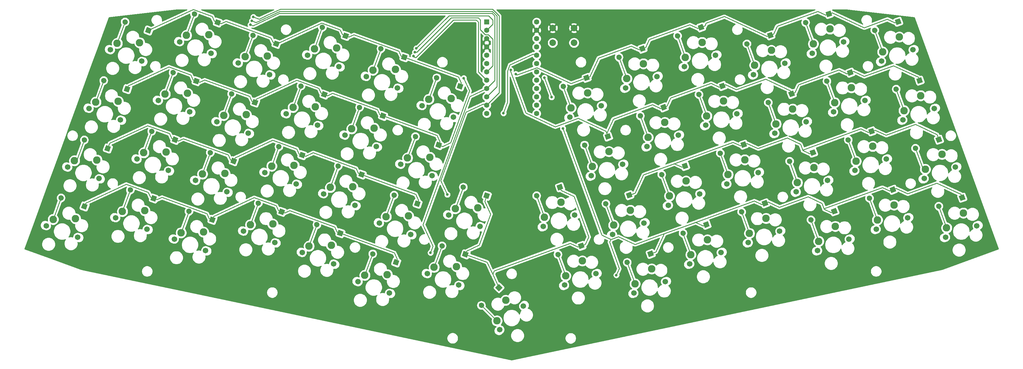
<source format=gbr>
G04 #@! TF.GenerationSoftware,KiCad,Pcbnew,(5.1.2)-1*
G04 #@! TF.CreationDate,2020-06-30T18:44:26+09:00*
G04 #@! TF.ProjectId,avion,6176696f-6e2e-46b6-9963-61645f706362,rev?*
G04 #@! TF.SameCoordinates,Original*
G04 #@! TF.FileFunction,Copper,L1,Top*
G04 #@! TF.FilePolarity,Positive*
%FSLAX46Y46*%
G04 Gerber Fmt 4.6, Leading zero omitted, Abs format (unit mm)*
G04 Created by KiCad (PCBNEW (5.1.2)-1) date 2020-06-30 18:44:26*
%MOMM*%
%LPD*%
G04 APERTURE LIST*
%ADD10R,1.600000X1.600000*%
%ADD11C,1.600000*%
%ADD12C,2.286000*%
%ADD13C,1.701800*%
%ADD14C,1.600000*%
%ADD15C,0.100000*%
%ADD16C,2.000000*%
%ADD17C,0.800000*%
%ADD18C,0.254000*%
G04 APERTURE END LIST*
D10*
X144121774Y-56928520D03*
D11*
X144121774Y-59468520D03*
X144121774Y-62008520D03*
X144121774Y-64548520D03*
X144121774Y-67088520D03*
X144121774Y-69628520D03*
X144121774Y-72168520D03*
X144121774Y-74708520D03*
X144121774Y-77248520D03*
X144121774Y-79788520D03*
X144121774Y-82328520D03*
X144121774Y-84868520D03*
X159361774Y-84868520D03*
X159361774Y-82328520D03*
X159361774Y-79788520D03*
X159361774Y-77248520D03*
X159361774Y-74708520D03*
X159361774Y-72168520D03*
X159361774Y-69628520D03*
X159361774Y-67088520D03*
X159361774Y-64548520D03*
X159361774Y-62008520D03*
X159361774Y-59468520D03*
X159361774Y-56928520D03*
D12*
X38150987Y-63245447D03*
X31315207Y-63460438D03*
D13*
X38800344Y-68887816D03*
X29253066Y-65412892D03*
X167925596Y-137223576D03*
X177472874Y-133748652D03*
D12*
X168250275Y-134402391D03*
X173348592Y-129843744D03*
D11*
X33704217Y-56896692D03*
D14*
X33704217Y-56896692D02*
X33704217Y-56896692D01*
D11*
X40864675Y-59502885D03*
D15*
G36*
X41890045Y-59024747D02*
G01*
X41342813Y-60528255D01*
X39839305Y-59981023D01*
X40386537Y-58477515D01*
X41890045Y-59024747D01*
X41890045Y-59024747D01*
G37*
D11*
X62023560Y-57067794D03*
D15*
G36*
X63048930Y-56589656D02*
G01*
X62501698Y-58093164D01*
X60998190Y-57545932D01*
X61545422Y-56042424D01*
X63048930Y-56589656D01*
X63048930Y-56589656D01*
G37*
D11*
X54863102Y-54461601D03*
D14*
X54863102Y-54461601D02*
X54863102Y-54461601D01*
D11*
X72764249Y-60977087D03*
D14*
X72764249Y-60977087D02*
X72764249Y-60977087D01*
D11*
X79924707Y-63583280D03*
D15*
G36*
X80950077Y-63105142D02*
G01*
X80402845Y-64608650D01*
X78899337Y-64061418D01*
X79446569Y-62557910D01*
X80950077Y-63105142D01*
X80950077Y-63105142D01*
G37*
D11*
X101083593Y-61148190D03*
D15*
G36*
X102108963Y-60670052D02*
G01*
X101561731Y-62173560D01*
X100058223Y-61626328D01*
X100605455Y-60122820D01*
X102108963Y-60670052D01*
X102108963Y-60670052D01*
G37*
D11*
X93923135Y-58541997D03*
D14*
X93923135Y-58541997D02*
X93923135Y-58541997D01*
D11*
X111824281Y-65057480D03*
D14*
X111824281Y-65057480D02*
X111824281Y-65057480D01*
D11*
X118984739Y-67663673D03*
D15*
G36*
X120010109Y-67185535D02*
G01*
X119462877Y-68689043D01*
X117959369Y-68141811D01*
X118506601Y-66638303D01*
X120010109Y-67185535D01*
X120010109Y-67185535D01*
G37*
D11*
X128856691Y-73959787D03*
D14*
X128856691Y-73959787D02*
X128856691Y-73959787D01*
D11*
X136017149Y-76565980D03*
D15*
G36*
X137042519Y-76087842D02*
G01*
X136495287Y-77591350D01*
X134991779Y-77044118D01*
X135539011Y-75540610D01*
X137042519Y-76087842D01*
X137042519Y-76087842D01*
G37*
D11*
X174634159Y-73964103D03*
D15*
G36*
X175112297Y-72938733D02*
G01*
X175659529Y-74442241D01*
X174156021Y-74989473D01*
X173608789Y-73485965D01*
X175112297Y-72938733D01*
X175112297Y-72938733D01*
G37*
D11*
X167473701Y-76570296D03*
D14*
X167473701Y-76570296D02*
X167473701Y-76570296D01*
D11*
X184506114Y-67667994D03*
D14*
X184506114Y-67667994D02*
X184506114Y-67667994D01*
D11*
X191666572Y-65061801D03*
D15*
G36*
X192144710Y-64036431D02*
G01*
X192691942Y-65539939D01*
X191188434Y-66087171D01*
X190641202Y-64583663D01*
X192144710Y-64036431D01*
X192144710Y-64036431D01*
G37*
D11*
X202407253Y-61152507D03*
D14*
X202407253Y-61152507D02*
X202407253Y-61152507D01*
D11*
X209567711Y-58546314D03*
D15*
G36*
X210045849Y-57520944D02*
G01*
X210593081Y-59024452D01*
X209089573Y-59571684D01*
X208542341Y-58068176D01*
X210045849Y-57520944D01*
X210045849Y-57520944D01*
G37*
D11*
X223566136Y-63587596D03*
D14*
X223566136Y-63587596D02*
X223566136Y-63587596D01*
D11*
X230726594Y-60981403D03*
D15*
G36*
X231204732Y-59956033D02*
G01*
X231751964Y-61459541D01*
X230248456Y-62006773D01*
X229701224Y-60503265D01*
X231204732Y-59956033D01*
X231204732Y-59956033D01*
G37*
D11*
X241467289Y-57072105D03*
D14*
X241467289Y-57072105D02*
X241467289Y-57072105D01*
D11*
X248627747Y-54465912D03*
D15*
G36*
X249105885Y-53440542D02*
G01*
X249653117Y-54944050D01*
X248149609Y-55491282D01*
X247602377Y-53987774D01*
X249105885Y-53440542D01*
X249105885Y-53440542D01*
G37*
D11*
X269758777Y-56824465D03*
D15*
G36*
X270236915Y-55799095D02*
G01*
X270784147Y-57302603D01*
X269280639Y-57849835D01*
X268733407Y-56346327D01*
X270236915Y-55799095D01*
X270236915Y-55799095D01*
G37*
D11*
X262598319Y-59430658D03*
D14*
X262598319Y-59430658D02*
X262598319Y-59430658D01*
D11*
X34349192Y-77404023D03*
D15*
G36*
X35374562Y-76925885D02*
G01*
X34827330Y-78429393D01*
X33323822Y-77882161D01*
X33871054Y-76378653D01*
X35374562Y-76925885D01*
X35374562Y-76925885D01*
G37*
D11*
X27188734Y-74797830D03*
D14*
X27188734Y-74797830D02*
X27188734Y-74797830D01*
D11*
X48347618Y-72362749D03*
D14*
X48347618Y-72362749D02*
X48347618Y-72362749D01*
D11*
X55508076Y-74968942D03*
D15*
G36*
X56533446Y-74490804D02*
G01*
X55986214Y-75994312D01*
X54482706Y-75447080D01*
X55029938Y-73943572D01*
X56533446Y-74490804D01*
X56533446Y-74490804D01*
G37*
D11*
X66248762Y-78878228D03*
D14*
X66248762Y-78878228D02*
X66248762Y-78878228D01*
D11*
X73409220Y-81484421D03*
D15*
G36*
X74434590Y-81006283D02*
G01*
X73887358Y-82509791D01*
X72383850Y-81962559D01*
X72931082Y-80459051D01*
X74434590Y-81006283D01*
X74434590Y-81006283D01*
G37*
D11*
X94568105Y-79049335D03*
D15*
G36*
X95593475Y-78571197D02*
G01*
X95046243Y-80074705D01*
X93542735Y-79527473D01*
X94089967Y-78023965D01*
X95593475Y-78571197D01*
X95593475Y-78571197D01*
G37*
D11*
X87407647Y-76443142D03*
D14*
X87407647Y-76443142D02*
X87407647Y-76443142D01*
D11*
X105308795Y-82958625D03*
D14*
X105308795Y-82958625D02*
X105308795Y-82958625D01*
D11*
X112469253Y-85564818D03*
D15*
G36*
X113494623Y-85086680D02*
G01*
X112947391Y-86590188D01*
X111443883Y-86042956D01*
X111991115Y-84539448D01*
X113494623Y-85086680D01*
X113494623Y-85086680D01*
G37*
D11*
X129501661Y-94467116D03*
D15*
G36*
X130527031Y-93988978D02*
G01*
X129979799Y-95492486D01*
X128476291Y-94945254D01*
X129023523Y-93441746D01*
X130527031Y-93988978D01*
X130527031Y-93988978D01*
G37*
D11*
X122341203Y-91860923D03*
D14*
X122341203Y-91860923D02*
X122341203Y-91860923D01*
D11*
X181149641Y-91865244D03*
D15*
G36*
X181627779Y-90839874D02*
G01*
X182175011Y-92343382D01*
X180671503Y-92890614D01*
X180124271Y-91387106D01*
X181627779Y-90839874D01*
X181627779Y-90839874D01*
G37*
D11*
X173989183Y-94471437D03*
D14*
X173989183Y-94471437D02*
X173989183Y-94471437D01*
D11*
X198182057Y-82962940D03*
D15*
G36*
X198660195Y-81937570D02*
G01*
X199207427Y-83441078D01*
X197703919Y-83988310D01*
X197156687Y-82484802D01*
X198660195Y-81937570D01*
X198660195Y-81937570D01*
G37*
D11*
X191021599Y-85569133D03*
D14*
X191021599Y-85569133D02*
X191021599Y-85569133D01*
D11*
X216083197Y-76447458D03*
D15*
G36*
X216561335Y-75422088D02*
G01*
X217108567Y-76925596D01*
X215605059Y-77472828D01*
X215057827Y-75969320D01*
X216561335Y-75422088D01*
X216561335Y-75422088D01*
G37*
D11*
X208922739Y-79053651D03*
D14*
X208922739Y-79053651D02*
X208922739Y-79053651D01*
D11*
X237242083Y-78882547D03*
D15*
G36*
X237720221Y-77857177D02*
G01*
X238267453Y-79360685D01*
X236763945Y-79907917D01*
X236216713Y-78404409D01*
X237720221Y-77857177D01*
X237720221Y-77857177D01*
G37*
D11*
X230081625Y-81488740D03*
D14*
X230081625Y-81488740D02*
X230081625Y-81488740D01*
D11*
X247982771Y-74973257D03*
D14*
X247982771Y-74973257D02*
X247982771Y-74973257D01*
D11*
X255143229Y-72367064D03*
D15*
G36*
X255621367Y-71341694D02*
G01*
X256168599Y-72845202D01*
X254665091Y-73392434D01*
X254117859Y-71888926D01*
X255621367Y-71341694D01*
X255621367Y-71341694D01*
G37*
D11*
X269141659Y-77408351D03*
D14*
X269141659Y-77408351D02*
X269141659Y-77408351D01*
D11*
X276302117Y-74802158D03*
D15*
G36*
X276780255Y-73776788D02*
G01*
X277327487Y-75280296D01*
X275823979Y-75827528D01*
X275276747Y-74324020D01*
X276780255Y-73776788D01*
X276780255Y-73776788D01*
G37*
D11*
X21269949Y-92916159D03*
D14*
X21269949Y-92916159D02*
X21269949Y-92916159D01*
D11*
X28430407Y-95522352D03*
D15*
G36*
X29455777Y-95044214D02*
G01*
X28908545Y-96547722D01*
X27405037Y-96000490D01*
X27952269Y-94496982D01*
X29455777Y-95044214D01*
X29455777Y-95044214D01*
G37*
D11*
X41832139Y-90263889D03*
D14*
X41832139Y-90263889D02*
X41832139Y-90263889D01*
D11*
X48992597Y-92870082D03*
D15*
G36*
X50017967Y-92391944D02*
G01*
X49470735Y-93895452D01*
X47967227Y-93348220D01*
X48514459Y-91844712D01*
X50017967Y-92391944D01*
X50017967Y-92391944D01*
G37*
D11*
X66893743Y-99385562D03*
D15*
G36*
X67919113Y-98907424D02*
G01*
X67371881Y-100410932D01*
X65868373Y-99863700D01*
X66415605Y-98360192D01*
X67919113Y-98907424D01*
X67919113Y-98907424D01*
G37*
D11*
X59733285Y-96779369D03*
D14*
X59733285Y-96779369D02*
X59733285Y-96779369D01*
D11*
X80674980Y-94940991D03*
D14*
X80674980Y-94940991D02*
X80674980Y-94940991D01*
D11*
X87835438Y-97547184D03*
D15*
G36*
X88860808Y-97069046D02*
G01*
X88313576Y-98572554D01*
X86810068Y-98025322D01*
X87357300Y-96521814D01*
X88860808Y-97069046D01*
X88860808Y-97069046D01*
G37*
D11*
X98793317Y-100859770D03*
D14*
X98793317Y-100859770D02*
X98793317Y-100859770D01*
D11*
X105953775Y-103465963D03*
D15*
G36*
X106979145Y-102987825D02*
G01*
X106431913Y-104491333D01*
X104928405Y-103944101D01*
X105475637Y-102440593D01*
X106979145Y-102987825D01*
X106979145Y-102987825D01*
G37*
D11*
X122986182Y-112368261D03*
D15*
G36*
X124011552Y-111890123D02*
G01*
X123464320Y-113393631D01*
X121960812Y-112846399D01*
X122508044Y-111342891D01*
X124011552Y-111890123D01*
X124011552Y-111890123D01*
G37*
D11*
X115825724Y-109762068D03*
D14*
X115825724Y-109762068D02*
X115825724Y-109762068D01*
D11*
X180504664Y-112372582D03*
D14*
X180504664Y-112372582D02*
X180504664Y-112372582D01*
D11*
X187665122Y-109766389D03*
D15*
G36*
X188143260Y-108741019D02*
G01*
X188690492Y-110244527D01*
X187186984Y-110791759D01*
X186639752Y-109288251D01*
X188143260Y-108741019D01*
X188143260Y-108741019D01*
G37*
D11*
X197537080Y-103470275D03*
D14*
X197537080Y-103470275D02*
X197537080Y-103470275D01*
D11*
X204697538Y-100864082D03*
D15*
G36*
X205175676Y-99838712D02*
G01*
X205722908Y-101342220D01*
X204219400Y-101889452D01*
X203672168Y-100385944D01*
X205175676Y-99838712D01*
X205175676Y-99838712D01*
G37*
D11*
X222598688Y-94348608D03*
D15*
G36*
X223076826Y-93323238D02*
G01*
X223624058Y-94826746D01*
X222120550Y-95373978D01*
X221573318Y-93870470D01*
X223076826Y-93323238D01*
X223076826Y-93323238D01*
G37*
D11*
X215438230Y-96954801D03*
D14*
X215438230Y-96954801D02*
X215438230Y-96954801D01*
D11*
X243757562Y-96783693D03*
D15*
G36*
X244235700Y-95758323D02*
G01*
X244782932Y-97261831D01*
X243279424Y-97809063D01*
X242732192Y-96305555D01*
X244235700Y-95758323D01*
X244235700Y-95758323D01*
G37*
D11*
X236597104Y-99389886D03*
D14*
X236597104Y-99389886D02*
X236597104Y-99389886D01*
D11*
X261658713Y-90268212D03*
D15*
G36*
X262136851Y-89242842D02*
G01*
X262684083Y-90746350D01*
X261180575Y-91293582D01*
X260633343Y-89790074D01*
X262136851Y-89242842D01*
X262136851Y-89242842D01*
G37*
D11*
X254498255Y-92874405D03*
D14*
X254498255Y-92874405D02*
X254498255Y-92874405D01*
D11*
X282193039Y-92843943D03*
D15*
G36*
X282671177Y-91818573D02*
G01*
X283218409Y-93322081D01*
X281714901Y-93869313D01*
X281167669Y-92365805D01*
X282671177Y-91818573D01*
X282671177Y-91818573D01*
G37*
D11*
X275032581Y-95450136D03*
D14*
X275032581Y-95450136D02*
X275032581Y-95450136D01*
D11*
X14157763Y-110600131D03*
D14*
X14157763Y-110600131D02*
X14157763Y-110600131D01*
D11*
X21318221Y-113206324D03*
D15*
G36*
X22343591Y-112728186D02*
G01*
X21796359Y-114231694D01*
X20292851Y-113684462D01*
X20840083Y-112180954D01*
X22343591Y-112728186D01*
X22343591Y-112728186D01*
G37*
D11*
X35316652Y-108165035D03*
D14*
X35316652Y-108165035D02*
X35316652Y-108165035D01*
D11*
X42477110Y-110771228D03*
D15*
G36*
X43502480Y-110293090D02*
G01*
X42955248Y-111796598D01*
X41451740Y-111249366D01*
X41998972Y-109745858D01*
X43502480Y-110293090D01*
X43502480Y-110293090D01*
G37*
D11*
X60378254Y-117286709D03*
D15*
G36*
X61403624Y-116808571D02*
G01*
X60856392Y-118312079D01*
X59352884Y-117764847D01*
X59900116Y-116261339D01*
X61403624Y-116808571D01*
X61403624Y-116808571D01*
G37*
D11*
X53217796Y-114680516D03*
D14*
X53217796Y-114680516D02*
X53217796Y-114680516D01*
D11*
X81537143Y-114851620D03*
D15*
G36*
X82562513Y-114373482D02*
G01*
X82015281Y-115876990D01*
X80511773Y-115329758D01*
X81059005Y-113826250D01*
X82562513Y-114373482D01*
X82562513Y-114373482D01*
G37*
D11*
X74376685Y-112245427D03*
D14*
X74376685Y-112245427D02*
X74376685Y-112245427D01*
D11*
X99438287Y-121367106D03*
D15*
G36*
X100463657Y-120888968D02*
G01*
X99916425Y-122392476D01*
X98412917Y-121845244D01*
X98960149Y-120341736D01*
X100463657Y-120888968D01*
X100463657Y-120888968D01*
G37*
D11*
X92277829Y-118760913D03*
D14*
X92277829Y-118760913D02*
X92277829Y-118760913D01*
D11*
X116470697Y-130269409D03*
D15*
G36*
X117496067Y-129791271D02*
G01*
X116948835Y-131294779D01*
X115445327Y-130747547D01*
X115992559Y-129244039D01*
X117496067Y-129791271D01*
X117496067Y-129791271D01*
G37*
D11*
X109310239Y-127663216D03*
D14*
X109310239Y-127663216D02*
X109310239Y-127663216D01*
D11*
X194180606Y-127667532D03*
D15*
G36*
X194658744Y-126642162D02*
G01*
X195205976Y-128145670D01*
X193702468Y-128692902D01*
X193155236Y-127189394D01*
X194658744Y-126642162D01*
X194658744Y-126642162D01*
G37*
D11*
X187020148Y-130273725D03*
D14*
X187020148Y-130273725D02*
X187020148Y-130273725D01*
D11*
X211213023Y-118765225D03*
D15*
G36*
X211691161Y-117739855D02*
G01*
X212238393Y-119243363D01*
X210734885Y-119790595D01*
X210187653Y-118287087D01*
X211691161Y-117739855D01*
X211691161Y-117739855D01*
G37*
D11*
X204052565Y-121371418D03*
D14*
X204052565Y-121371418D02*
X204052565Y-121371418D01*
D11*
X229114166Y-112249749D03*
D15*
G36*
X229592304Y-111224379D02*
G01*
X230139536Y-112727887D01*
X228636028Y-113275119D01*
X228088796Y-111771611D01*
X229592304Y-111224379D01*
X229592304Y-111224379D01*
G37*
D11*
X221953708Y-114855942D03*
D14*
X221953708Y-114855942D02*
X221953708Y-114855942D01*
D11*
X243112593Y-117291025D03*
D14*
X243112593Y-117291025D02*
X243112593Y-117291025D01*
D11*
X250273051Y-114684832D03*
D15*
G36*
X250751189Y-113659462D02*
G01*
X251298421Y-115162970D01*
X249794913Y-115710202D01*
X249247681Y-114206694D01*
X250751189Y-113659462D01*
X250751189Y-113659462D01*
G37*
D11*
X268146337Y-108092816D03*
D15*
G36*
X268624475Y-107067446D02*
G01*
X269171707Y-108570954D01*
X267668199Y-109118186D01*
X267120967Y-107614678D01*
X268624475Y-107067446D01*
X268624475Y-107067446D01*
G37*
D11*
X260985879Y-110699009D03*
D14*
X260985879Y-110699009D02*
X260985879Y-110699009D01*
D11*
X282144771Y-113134092D03*
D14*
X282144771Y-113134092D02*
X282144771Y-113134092D01*
D11*
X289305229Y-110527899D03*
D15*
G36*
X289783367Y-109502529D02*
G01*
X290330599Y-111006037D01*
X288827091Y-111553269D01*
X288279859Y-110049761D01*
X289783367Y-109502529D01*
X289783367Y-109502529D01*
G37*
D11*
X144145067Y-109933173D03*
D15*
G36*
X145170437Y-109455035D02*
G01*
X144623205Y-110958543D01*
X143119697Y-110411311D01*
X143666929Y-108907803D01*
X145170437Y-109455035D01*
X145170437Y-109455035D01*
G37*
D11*
X136984609Y-107326980D03*
D14*
X136984609Y-107326980D02*
X136984609Y-107326980D01*
D11*
X159345776Y-109937491D03*
D14*
X159345776Y-109937491D02*
X159345776Y-109937491D01*
D11*
X166506234Y-107331298D03*
D15*
G36*
X166984372Y-106305928D02*
G01*
X167531604Y-107809436D01*
X166028096Y-108356668D01*
X165480864Y-106853160D01*
X166984372Y-106305928D01*
X166984372Y-106305928D01*
G37*
D11*
X137629586Y-127834321D03*
D15*
G36*
X138654956Y-127356183D02*
G01*
X138107724Y-128859691D01*
X136604216Y-128312459D01*
X137151448Y-126808951D01*
X138654956Y-127356183D01*
X138654956Y-127356183D01*
G37*
D11*
X130469128Y-125228128D03*
D14*
X130469128Y-125228128D02*
X130469128Y-125228128D01*
D11*
X147880665Y-138014635D03*
D15*
G36*
X147880665Y-136883264D02*
G01*
X149012036Y-138014635D01*
X147880665Y-139146006D01*
X146749294Y-138014635D01*
X147880665Y-136883264D01*
X147880665Y-136883264D01*
G37*
D11*
X142492511Y-143402789D03*
D14*
X142492511Y-143402789D02*
X142492511Y-143402789D01*
D11*
X173021720Y-125232448D03*
D15*
G36*
X173499858Y-124207078D02*
G01*
X174047090Y-125710586D01*
X172543582Y-126257818D01*
X171996350Y-124754310D01*
X173499858Y-124207078D01*
X173499858Y-124207078D01*
G37*
D11*
X165861262Y-127838641D03*
D14*
X165861262Y-127838641D02*
X165861262Y-127838641D01*
D13*
X50411946Y-62977815D03*
X59959224Y-66452739D03*
D12*
X52474087Y-61025361D03*
X59309867Y-60810370D03*
X77211016Y-67325843D03*
X70375236Y-67540834D03*
D13*
X77860373Y-72968212D03*
X68313095Y-69493288D03*
X89471985Y-67058199D03*
X99019263Y-70533123D03*
D12*
X91534126Y-65105745D03*
X98369906Y-64890754D03*
X116271048Y-71406237D03*
X109435268Y-71621228D03*
D13*
X116920405Y-77048606D03*
X107373127Y-73573682D03*
X124405539Y-82475992D03*
X133952817Y-85950916D03*
D12*
X126467680Y-80523538D03*
X133303460Y-80308547D03*
D13*
X169538028Y-85955234D03*
X179085306Y-82480310D03*
D12*
X169862707Y-83134049D03*
X174961024Y-78575402D03*
D13*
X186570444Y-77052926D03*
X196117722Y-73578002D03*
D12*
X186895123Y-74231741D03*
X191993440Y-69673094D03*
X209894584Y-63157616D03*
X204796267Y-67716263D03*
D13*
X214018866Y-67062524D03*
X204471588Y-70537448D03*
D12*
X231053465Y-65592705D03*
X225955148Y-70151352D03*
D13*
X235177747Y-69497613D03*
X225630469Y-72972537D03*
X243531619Y-66457053D03*
X253078897Y-62982129D03*
D12*
X243856298Y-63635868D03*
X248954615Y-59077221D03*
D13*
X264690504Y-68892137D03*
X274237782Y-65417213D03*
D12*
X265015183Y-66070952D03*
X270113500Y-61512305D03*
X31635508Y-81146600D03*
X24799728Y-81361591D03*
D13*
X32284865Y-86788969D03*
X22737587Y-83314045D03*
X43896467Y-80878957D03*
X53443745Y-84353881D03*
D12*
X45958608Y-78926503D03*
X52794388Y-78711512D03*
X70695533Y-85226988D03*
X63859753Y-85441979D03*
D13*
X71344890Y-90869357D03*
X61797612Y-87394433D03*
X82956499Y-84959348D03*
X92503777Y-88434272D03*
D12*
X85018640Y-83006894D03*
X91854420Y-82791903D03*
D13*
X100857647Y-91474832D03*
X110404925Y-94949756D03*
D12*
X102919788Y-89522378D03*
X109755568Y-89307387D03*
X126787980Y-98209691D03*
X119952200Y-98424682D03*
D13*
X127437337Y-103852060D03*
X117890059Y-100377136D03*
D12*
X181476508Y-96476542D03*
X176378191Y-101035189D03*
D13*
X185600790Y-100381450D03*
X176053512Y-103856374D03*
X193085928Y-94954072D03*
X202633206Y-91479148D03*
D12*
X193410607Y-92132887D03*
X198508924Y-87574240D03*
X216410070Y-81058760D03*
X211311753Y-85617407D03*
D13*
X220534352Y-84963668D03*
X210987074Y-88438592D03*
D12*
X237568949Y-83493846D03*
X232470632Y-88052493D03*
D13*
X241693231Y-87398754D03*
X232145953Y-90873678D03*
X250047107Y-84358205D03*
X259594385Y-80883281D03*
D12*
X250371786Y-81537020D03*
X255470103Y-76978373D03*
D13*
X271205989Y-86793287D03*
X280753267Y-83318363D03*
D12*
X271530668Y-83972102D03*
X276628985Y-79413455D03*
X25120024Y-99047742D03*
X18284244Y-99262733D03*
D13*
X25769381Y-104690111D03*
X16222103Y-101215187D03*
X37380985Y-98780096D03*
X46928263Y-102255020D03*
D12*
X39443126Y-96827642D03*
X46278906Y-96612651D03*
D13*
X55282132Y-105295576D03*
X64829410Y-108770500D03*
D12*
X57344273Y-103343122D03*
X64180053Y-103128131D03*
X85338946Y-100693048D03*
X78503166Y-100908039D03*
D13*
X85988303Y-106335417D03*
X76441025Y-102860493D03*
X94342162Y-109375979D03*
X103889440Y-112850903D03*
D12*
X96404303Y-107423525D03*
X103240083Y-107208534D03*
X120272490Y-116110832D03*
X113436710Y-116325823D03*
D13*
X120921847Y-121753201D03*
X111374569Y-118278277D03*
D12*
X187991995Y-114377686D03*
X182893678Y-118936333D03*
D13*
X192116277Y-118282594D03*
X182568999Y-121757518D03*
D12*
X205024413Y-105475386D03*
X199926096Y-110034033D03*
D13*
X209148695Y-109380294D03*
X199601417Y-112855218D03*
X217502559Y-106339739D03*
X227049837Y-102864815D03*
D12*
X217827238Y-103518554D03*
X222925555Y-98959907D03*
D13*
X238661442Y-108774822D03*
X248208720Y-105299898D03*
D12*
X238986121Y-105953637D03*
X244084438Y-101394990D03*
X261985587Y-94879505D03*
X256887270Y-99438152D03*
D13*
X266109869Y-98784413D03*
X256562591Y-102259337D03*
D12*
X283144472Y-97314595D03*
X278046155Y-101873242D03*
D13*
X287268754Y-101219503D03*
X277721476Y-104694427D03*
D12*
X18604536Y-116948883D03*
X11768756Y-117163874D03*
D13*
X19253893Y-122591252D03*
X9706615Y-119116328D03*
D12*
X39763422Y-114513797D03*
X32927642Y-114728788D03*
D13*
X40412779Y-120156166D03*
X30865501Y-116681242D03*
X48766649Y-123196730D03*
X58313927Y-126671654D03*
D12*
X50828790Y-121244276D03*
X57664570Y-121029285D03*
X78823453Y-118594191D03*
X71987673Y-118809182D03*
D13*
X79472810Y-124236560D03*
X69925532Y-120761636D03*
X87826679Y-127277120D03*
X97373957Y-130752044D03*
D12*
X89888820Y-125324666D03*
X96724600Y-125109675D03*
X113757016Y-134011978D03*
X106921236Y-134226969D03*
D13*
X114406373Y-139654347D03*
X104859095Y-136179423D03*
D12*
X194507474Y-132278832D03*
X189409157Y-136837479D03*
D13*
X198631756Y-136183740D03*
X189084478Y-139658664D03*
D12*
X211539887Y-123376533D03*
X206441570Y-127935180D03*
D13*
X215664169Y-127281441D03*
X206116891Y-130756365D03*
X224018037Y-124240874D03*
X233565315Y-120765950D03*
D12*
X224342716Y-121419689D03*
X229441033Y-116861042D03*
X250599921Y-119296128D03*
X245501604Y-123854775D03*
D13*
X254724203Y-123201036D03*
X245176925Y-126675960D03*
D12*
X268501071Y-112780649D03*
X263402754Y-117339296D03*
D13*
X272625353Y-116685557D03*
X263078075Y-120160481D03*
D12*
X289659951Y-115215737D03*
X284561634Y-119774384D03*
D13*
X293784233Y-119120645D03*
X284236955Y-122595569D03*
D12*
X141431383Y-113675743D03*
X134595603Y-113890734D03*
D13*
X142080740Y-119318112D03*
X132533462Y-115843188D03*
D12*
X166833113Y-111942599D03*
X161734796Y-116501246D03*
D13*
X170957395Y-115847507D03*
X161410117Y-119322431D03*
X126017978Y-133744331D03*
X135565256Y-137219255D03*
D12*
X128080119Y-131791877D03*
X134915899Y-131576886D03*
X149945727Y-141845746D03*
X147251650Y-148131926D03*
D13*
X155333880Y-143641798D03*
X148149676Y-150826002D03*
D16*
X170791776Y-58778528D03*
X170791776Y-63278528D03*
X164291776Y-58778528D03*
X164291776Y-63278528D03*
D17*
X153011774Y-72803520D03*
X137136779Y-74073517D03*
X151467973Y-71583859D03*
X149252155Y-84761878D03*
X183711949Y-134180824D03*
X161776485Y-73913639D03*
X163948311Y-79880691D03*
X167423233Y-89427964D03*
X132101289Y-109604112D03*
X72889297Y-55407705D03*
X72454936Y-56601114D03*
X126996399Y-127342916D03*
X72020566Y-57794524D03*
X121805922Y-67338992D03*
X122240287Y-66145583D03*
X122674659Y-64952171D03*
X153854789Y-70715126D03*
X173936529Y-99896624D03*
X245047514Y-55769016D03*
X239784667Y-54305771D03*
X147727593Y-81730029D03*
X146371846Y-83574987D03*
X167041524Y-82809369D03*
X149243491Y-71041996D03*
X180452011Y-117797771D03*
X174816217Y-139445865D03*
X176656793Y-125936646D03*
X180443247Y-88067836D03*
X162697866Y-70875273D03*
X164218146Y-75052205D03*
X177352225Y-92571636D03*
X254649637Y-54301380D03*
X278416906Y-71329414D03*
X277662247Y-87822158D03*
X277989118Y-92433454D03*
X291447873Y-107131702D03*
X293185338Y-111905336D03*
X171325842Y-107662621D03*
X142675247Y-126967784D03*
X103196190Y-72053409D03*
X46616725Y-54838937D03*
X120921955Y-63780615D03*
X124666716Y-68499409D03*
X140347762Y-76307033D03*
X141488520Y-81297856D03*
X154398842Y-75923130D03*
X162485064Y-85143535D03*
X74339374Y-54792851D03*
D18*
X61033122Y-56707304D02*
X62023560Y-57067794D01*
X60327276Y-55193602D02*
X61033122Y-56707304D01*
X54586700Y-53104207D02*
X60327276Y-55193602D01*
X40864675Y-59502885D02*
X54586700Y-53104207D01*
X78934274Y-63222791D02*
X79924707Y-63583280D01*
X78228420Y-61709088D02*
X78934274Y-63222791D01*
X64527709Y-56722431D02*
X78228420Y-61709088D01*
X63013995Y-57428283D02*
X64527709Y-56722431D01*
X62023560Y-57067794D02*
X63013995Y-57428283D01*
X100093156Y-60787699D02*
X101083593Y-61148190D01*
X99387304Y-59273993D02*
X100093156Y-60787699D01*
X93794370Y-57238336D02*
X99387304Y-59273993D01*
X80072351Y-63637014D02*
X93794370Y-57238336D01*
X79924707Y-63583280D02*
X80072351Y-63637014D01*
X117994303Y-67303182D02*
X118984739Y-67663673D01*
X117288447Y-65789477D02*
X117994303Y-67303182D01*
X103587732Y-60802827D02*
X117288447Y-65789477D01*
X102074027Y-61508679D02*
X103587732Y-60802827D01*
X101083593Y-61148190D02*
X102074027Y-61508679D01*
X136377641Y-75575542D02*
X136017149Y-76565980D01*
X135489499Y-73670910D02*
X136377641Y-75575542D01*
X118984739Y-67663673D02*
X135489499Y-73670910D01*
X268768342Y-57184955D02*
X266431068Y-56095073D01*
X269758777Y-56824465D02*
X268768342Y-57184955D01*
X249618180Y-54105424D02*
X248627747Y-54465912D01*
X259384833Y-58659695D02*
X249618180Y-54105424D01*
X266431068Y-56095073D02*
X259384833Y-58659695D01*
X247637311Y-54826401D02*
X245195651Y-53687843D01*
X248627747Y-54465912D02*
X247637311Y-54826401D01*
X231717030Y-60620915D02*
X230726594Y-60981403D01*
X232855599Y-58179248D02*
X231717030Y-60620915D01*
X245195651Y-53687843D02*
X232855599Y-58179248D01*
X229736163Y-61341894D02*
X216713959Y-55269543D01*
X230726594Y-60981403D02*
X229736163Y-61341894D01*
X192657007Y-64701313D02*
X191666572Y-65061801D01*
X190676137Y-65422290D02*
X188234470Y-64283721D01*
X191666572Y-65061801D02*
X190676137Y-65422290D01*
X175624586Y-73603615D02*
X174634159Y-73964103D01*
X178281243Y-67906399D02*
X175624586Y-73603615D01*
X188234470Y-64283721D02*
X178281243Y-67906399D01*
X174634159Y-73964103D02*
X169861852Y-75701081D01*
X169861852Y-75701081D02*
X159458736Y-70850028D01*
X210761123Y-58111949D02*
X211140644Y-57298059D01*
X209567711Y-58546314D02*
X210761123Y-58111949D01*
X216713959Y-55269543D02*
X211140644Y-57298059D01*
X208577277Y-58906803D02*
X206135613Y-57768236D01*
X209567711Y-58546314D02*
X208577277Y-58906803D01*
X193795576Y-62259644D02*
X193670363Y-62528165D01*
X206135613Y-57768236D02*
X193795576Y-62259644D01*
X193795577Y-62259643D02*
X193670363Y-62528165D01*
X193670363Y-62528165D02*
X192657007Y-64701313D01*
X153137708Y-72803520D02*
X153392241Y-73058053D01*
X153011774Y-72803520D02*
X153137708Y-72803520D01*
X159458736Y-70850028D02*
X153392241Y-73058053D01*
X31315213Y-63460435D02*
X31315209Y-63460443D01*
X33704220Y-56896703D02*
X31315213Y-63460435D01*
X54863104Y-54461602D02*
X52474092Y-61025352D01*
X70928104Y-66021875D02*
X72764250Y-60977092D01*
X70375239Y-67540838D02*
X70928104Y-66021875D01*
X93536184Y-59605135D02*
X91534129Y-65105751D01*
X93923140Y-58541997D02*
X93536184Y-59605135D01*
X111437330Y-66120620D02*
X109435273Y-71621230D01*
X111824281Y-65057476D02*
X111437330Y-66120620D01*
X127020546Y-79004579D02*
X128856696Y-73959785D01*
X126467682Y-80523538D02*
X127020546Y-79004579D01*
X167860650Y-77633432D02*
X167473701Y-76570303D01*
X169862711Y-83134047D02*
X167860650Y-77633432D01*
X186895120Y-74231742D02*
X186895125Y-74231745D01*
X184506109Y-67667998D02*
X186895120Y-74231742D01*
X202190074Y-60555808D02*
X202190074Y-60555802D01*
X204796266Y-67716262D02*
X202190074Y-60555808D01*
X223566140Y-63587597D02*
X225955154Y-70151354D01*
X243856296Y-63635860D02*
X243856297Y-63635863D01*
X241467287Y-57072112D02*
X243856296Y-63635860D01*
X264462330Y-64551990D02*
X262598316Y-59430662D01*
X265015185Y-66070956D02*
X264462330Y-64551990D01*
X54517637Y-74608451D02*
X55508076Y-74968942D01*
X53811793Y-73094744D02*
X54517637Y-74608451D01*
X47080771Y-70644860D02*
X53811793Y-73094744D01*
X34709679Y-76413589D02*
X47080771Y-70644860D01*
X34349192Y-77404023D02*
X34709679Y-76413589D01*
X72418791Y-81123929D02*
X73409220Y-81484421D01*
X71712929Y-79610224D02*
X72418791Y-81123929D01*
X58012218Y-74623577D02*
X71712929Y-79610224D01*
X56498519Y-75329424D02*
X58012218Y-74623577D01*
X55508076Y-74968942D02*
X56498519Y-75329424D01*
X93577668Y-78688852D02*
X94568105Y-79049335D01*
X92871825Y-77175140D02*
X93577668Y-78688852D01*
X86140802Y-74725253D02*
X92871825Y-77175140D01*
X73769716Y-80493987D02*
X86140802Y-74725253D01*
X73409220Y-81484421D02*
X73769716Y-80493987D01*
X111478818Y-85204326D02*
X112469253Y-85564818D01*
X110772968Y-83690622D02*
X111478818Y-85204326D01*
X97072240Y-78703971D02*
X110772968Y-83690622D01*
X95558544Y-79409822D02*
X97072240Y-78703971D01*
X94568105Y-79049335D02*
X95558544Y-79409822D01*
X112469253Y-85564818D02*
X128974014Y-91572059D01*
X129862159Y-93476687D02*
X129501661Y-94467116D01*
X128974014Y-91572059D02*
X129862159Y-93476687D01*
X275941623Y-73811724D02*
X268339779Y-70266920D01*
X276302117Y-74802158D02*
X275941623Y-73811724D01*
X256133664Y-72006577D02*
X255143229Y-72367064D01*
X259389208Y-73524664D02*
X256133664Y-72006577D01*
X268339779Y-70266920D02*
X259389208Y-73524664D01*
X254152793Y-72727558D02*
X251711123Y-71588989D01*
X255143229Y-72367064D02*
X254152793Y-72727558D01*
X238232522Y-78522057D02*
X237242083Y-78882547D01*
X239371093Y-76080394D02*
X238232522Y-78522057D01*
X251711123Y-71588989D02*
X239371093Y-76080394D01*
X236881596Y-77892112D02*
X229279756Y-74347314D01*
X237242083Y-78882547D02*
X236881596Y-77892112D01*
X217073633Y-76086971D02*
X216083197Y-76447458D01*
X220329182Y-77605059D02*
X217073633Y-76086971D01*
X229279756Y-74347314D02*
X220329182Y-77605059D01*
X215092759Y-76807950D02*
X212651101Y-75669380D01*
X216083197Y-76447458D02*
X215092759Y-76807950D01*
X199172492Y-82602456D02*
X198182057Y-82962940D01*
X200311060Y-80160792D02*
X199172492Y-82602456D01*
X212651101Y-75669380D02*
X200311060Y-80160792D01*
X197191612Y-83323434D02*
X194749946Y-82184863D01*
X198182057Y-82962940D02*
X197191612Y-83323434D01*
X194749946Y-82184863D02*
X184200028Y-86024719D01*
X156088650Y-84705943D02*
X151380714Y-71770991D01*
X165068084Y-88893124D02*
X156088650Y-84705943D01*
X172107403Y-86331015D02*
X165068084Y-88893124D01*
X180932457Y-91268540D02*
X180571962Y-90278108D01*
X180571962Y-90278108D02*
X172107403Y-86331015D01*
X138915068Y-77887074D02*
X133136731Y-93762916D01*
X137136779Y-74073517D02*
X138915068Y-77887074D01*
X130695071Y-94901484D02*
X129501661Y-94467116D01*
X133136731Y-93762916D02*
X130695071Y-94901484D01*
X180571971Y-90278112D02*
X181149641Y-91865244D01*
X180571962Y-90278108D02*
X180571971Y-90278112D01*
X180789152Y-90874808D02*
X182815858Y-86528520D01*
X181149641Y-91865244D02*
X180789152Y-90874808D01*
X182815858Y-86528520D02*
X185596409Y-85516483D01*
X24799724Y-81361588D02*
X24799725Y-81361584D01*
X27188731Y-74797836D02*
X24799724Y-81361588D01*
X47960668Y-73425896D02*
X45958604Y-78926502D01*
X48347623Y-72362747D02*
X47960668Y-73425896D01*
X64412615Y-83923022D02*
X66248766Y-78878231D01*
X63859754Y-85441979D02*
X64412615Y-83923022D01*
X87407651Y-76443146D02*
X87407652Y-76443137D01*
X85018641Y-83006892D02*
X87407651Y-76443146D01*
X102919786Y-89522371D02*
X102919782Y-89522382D01*
X105308797Y-82958624D02*
X102919786Y-89522371D01*
X119952199Y-98424672D02*
X119952202Y-98424675D01*
X122341213Y-91860925D02*
X119952199Y-98424672D01*
X174158951Y-94937883D02*
X176378185Y-101035192D01*
X173771997Y-93874743D02*
X174158951Y-94937883D01*
X193410599Y-92132886D02*
X193410599Y-92132886D01*
X191021600Y-85569143D02*
X193410599Y-92132886D01*
X210758891Y-84098442D02*
X208922741Y-79053654D01*
X211311755Y-85617405D02*
X210758891Y-84098442D01*
X232470640Y-88052485D02*
X232470639Y-88052495D01*
X230081633Y-81488740D02*
X232470640Y-88052485D01*
X248369729Y-76036403D02*
X250371785Y-81537013D01*
X247982771Y-74973261D02*
X248369729Y-76036403D01*
X269141661Y-77408352D02*
X269141656Y-77408349D01*
X271530671Y-83972107D02*
X269141661Y-77408352D01*
X18284243Y-99262729D02*
X18284243Y-99262729D01*
X19098116Y-98883219D02*
X18284244Y-99262734D01*
X21269950Y-92916159D02*
X19098116Y-98883219D01*
X48002154Y-92509594D02*
X48992597Y-92870082D01*
X47296307Y-90995887D02*
X48002154Y-92509594D01*
X40565297Y-88545995D02*
X47296307Y-90995887D01*
X49983033Y-93230571D02*
X48992597Y-92870082D01*
X51496734Y-92524719D02*
X49983033Y-93230571D01*
X65197456Y-97511375D02*
X51496734Y-92524719D01*
X65903310Y-99025079D02*
X65197456Y-97511375D01*
X66893743Y-99385562D02*
X65903310Y-99025079D01*
X86845008Y-97186694D02*
X87835438Y-97547184D01*
X86139157Y-95672989D02*
X86845008Y-97186694D01*
X78811429Y-93005917D02*
X86139157Y-95672989D01*
X67254226Y-98395134D02*
X78811429Y-93005917D01*
X66893743Y-99385562D02*
X67254226Y-98395134D01*
X104963336Y-103105472D02*
X105953775Y-103465963D01*
X104257484Y-101591768D02*
X104963336Y-103105472D01*
X91153463Y-96822305D02*
X104257484Y-101591768D01*
X88825883Y-97907672D02*
X91153463Y-96822305D01*
X87835438Y-97547184D02*
X88825883Y-97907672D01*
X123346672Y-111377830D02*
X122986182Y-112368261D01*
X122458528Y-109473203D02*
X123346672Y-111377830D01*
X105953775Y-103465963D02*
X122458528Y-109473203D01*
X262649148Y-89907720D02*
X261658713Y-90268212D01*
X266043454Y-91490510D02*
X262649148Y-89907720D01*
X275070564Y-88204910D02*
X266043454Y-91490510D01*
X260668273Y-90628699D02*
X258365367Y-89554832D01*
X261658713Y-90268212D02*
X260668273Y-90628699D01*
X223589115Y-93988116D02*
X222598688Y-94348608D01*
X243757562Y-96783693D02*
X242767123Y-97144184D01*
X242767123Y-97144184D02*
X240655802Y-96159653D01*
X240655802Y-96159653D02*
X239953131Y-94229080D01*
X239953131Y-94229080D02*
X235883693Y-92331471D01*
X235883693Y-92331471D02*
X226983424Y-95570909D01*
X226983424Y-95570909D02*
X223589115Y-93988116D01*
X258365367Y-89554832D02*
X240604683Y-96019196D01*
X221608247Y-94709095D02*
X219305335Y-93635230D01*
X222598688Y-94348608D02*
X221608247Y-94709095D01*
X201404202Y-100150715D02*
X200947948Y-100316773D01*
X203707104Y-101224571D02*
X201404202Y-100150715D01*
X204697538Y-100864082D02*
X203707104Y-101224571D01*
X219305335Y-93635230D02*
X200947948Y-100316773D01*
X189405420Y-109132977D02*
X188261830Y-109549204D01*
X200947948Y-100316773D02*
X191997371Y-103574516D01*
X191997371Y-103574516D02*
X189405420Y-109132977D01*
X158298635Y-66701573D02*
X159361776Y-67088524D01*
X151210912Y-70006630D02*
X158298635Y-66701573D01*
X150494156Y-71975892D02*
X151210912Y-70006630D01*
X29008077Y-93935216D02*
X29146504Y-93870661D01*
X28430407Y-95522352D02*
X29008077Y-93935216D01*
X29146504Y-93870661D02*
X40565297Y-88545995D01*
X281615364Y-91256795D02*
X281476942Y-91192250D01*
X282193039Y-92843943D02*
X281615364Y-91256795D01*
X281476942Y-91192250D02*
X275070564Y-88204910D01*
X150494155Y-81386709D02*
X150472871Y-81407992D01*
X150494156Y-71975892D02*
X150494155Y-81386709D01*
X149252155Y-84761878D02*
X150472871Y-81407992D01*
X41445191Y-91327029D02*
X39443123Y-96827648D01*
X41832137Y-90263888D02*
X41445191Y-91327029D01*
X57897127Y-101824162D02*
X59733282Y-96779371D01*
X57344268Y-103343122D02*
X57897127Y-101824162D01*
X80674984Y-94940992D02*
X80674984Y-94940992D01*
X78503162Y-100908040D02*
X80674984Y-94940992D01*
X98793313Y-100859769D02*
X98793313Y-100859769D01*
X96404297Y-107423527D02*
X98793313Y-100859769D01*
X115438774Y-110825213D02*
X113436713Y-116325826D01*
X115825720Y-109762071D02*
X115438774Y-110825213D01*
X182340823Y-117417371D02*
X182893676Y-118936334D01*
X180504668Y-112372583D02*
X182340823Y-117417371D01*
X197924033Y-104533416D02*
X199926097Y-110034033D01*
X197537079Y-103470281D02*
X197924033Y-104533416D01*
X215438225Y-96954803D02*
X215438225Y-96954796D01*
X217827233Y-103518549D02*
X215438225Y-96954803D01*
X238986119Y-105953639D02*
X238986126Y-105953647D01*
X236597108Y-99389888D02*
X238986119Y-105953639D01*
X256887262Y-99438150D02*
X256887270Y-99438157D01*
X254498258Y-92874404D02*
X256887262Y-99438150D01*
X275629284Y-95232951D02*
X275629284Y-95232951D01*
X277232267Y-101493717D02*
X278046156Y-101873239D01*
X275032580Y-95450134D02*
X277232267Y-101493717D01*
X41486683Y-110410733D02*
X42477110Y-110771228D01*
X40780824Y-108897037D02*
X41486683Y-110410733D01*
X34049809Y-106447144D02*
X40780824Y-108897037D01*
X21678717Y-112215877D02*
X34049809Y-106447144D01*
X21318221Y-113206324D02*
X21678717Y-112215877D01*
X59387816Y-116926219D02*
X60378254Y-117286709D01*
X58681969Y-115412516D02*
X59387816Y-116926219D01*
X44981248Y-110425870D02*
X58681969Y-115412516D01*
X43467550Y-111131717D02*
X44981248Y-110425870D01*
X42477110Y-110771228D02*
X43467550Y-111131717D01*
X80546705Y-114491132D02*
X81537143Y-114851620D01*
X79840857Y-112977424D02*
X80546705Y-114491132D01*
X73109838Y-110527538D02*
X79840857Y-112977424D01*
X60738744Y-116296274D02*
X73109838Y-110527538D01*
X60378254Y-117286709D02*
X60738744Y-116296274D01*
X98447849Y-121006618D02*
X99438287Y-121367106D01*
X97742000Y-119492913D02*
X98447849Y-121006618D01*
X84041282Y-114506256D02*
X97742000Y-119492913D01*
X82527583Y-115212116D02*
X84041282Y-114506256D01*
X81537143Y-114851620D02*
X82527583Y-115212116D01*
X116831188Y-129278973D02*
X116470697Y-130269409D01*
X115943041Y-127374351D02*
X116831188Y-129278973D01*
X99438287Y-121367106D02*
X115943041Y-127374351D01*
X267155902Y-108453301D02*
X264957392Y-107428117D01*
X268146337Y-108092816D02*
X267155902Y-108453301D01*
X247171283Y-114060794D02*
X247120165Y-113920338D01*
X249282615Y-115045318D02*
X247171283Y-114060794D01*
X250273051Y-114684832D02*
X249282615Y-115045318D01*
X264957392Y-107428117D02*
X247120165Y-113920338D01*
X288944736Y-109537463D02*
X281586046Y-106106055D01*
X289305229Y-110527899D02*
X288944736Y-109537463D01*
X269136780Y-107732328D02*
X268146337Y-108092816D01*
X272635479Y-109363796D02*
X269136780Y-107732328D01*
X281586046Y-106106055D02*
X272635479Y-109363796D01*
X246522854Y-112279251D02*
X242250153Y-110286858D01*
X247120165Y-113920338D02*
X246522854Y-112279251D01*
X230104601Y-111889263D02*
X229114166Y-112249749D01*
X233498900Y-113472051D02*
X230104601Y-111889263D01*
X242250153Y-110286858D02*
X233498900Y-113472051D01*
X228123728Y-112610243D02*
X225820813Y-111536375D01*
X229114166Y-112249749D02*
X228123728Y-112610243D01*
X195767757Y-127089863D02*
X194777319Y-127450350D01*
X198359703Y-121531399D02*
X195767757Y-127089863D01*
X207919677Y-118051851D02*
X206866720Y-118435103D01*
X210222584Y-119125724D02*
X207919677Y-118051851D01*
X211213023Y-118765225D02*
X210222584Y-119125724D01*
X225820813Y-111536375D02*
X206866720Y-118435103D01*
X206866720Y-118435103D02*
X198359703Y-121531399D01*
X182040008Y-123261015D02*
X179266783Y-121967837D01*
X184342345Y-122423031D02*
X182040008Y-123261015D01*
X198359703Y-121531399D02*
X189413264Y-124787639D01*
X189413264Y-124787639D02*
X184342345Y-122423031D01*
X179266783Y-121967837D02*
X167857603Y-90621374D01*
X167857603Y-90621374D02*
X167423233Y-89427964D01*
X163948311Y-79880691D02*
X161776485Y-73913639D01*
X181657147Y-124082063D02*
X182040008Y-123261015D01*
X184622260Y-132228651D02*
X181657147Y-124082063D01*
X183711949Y-134180824D02*
X184622260Y-132228651D01*
X11768751Y-117163879D02*
X11768751Y-117163879D01*
X14157766Y-110600127D02*
X11768751Y-117163879D01*
X32927651Y-114728784D02*
X32927637Y-114728783D01*
X35316655Y-108165039D02*
X32927651Y-114728784D01*
X52830847Y-115743658D02*
X53217797Y-114680516D01*
X50828788Y-121244270D02*
X52830847Y-115743658D01*
X71987673Y-118809174D02*
X71987676Y-118809185D01*
X74376685Y-112245426D02*
X71987673Y-118809174D01*
X91890879Y-119824051D02*
X89888823Y-125324663D01*
X92277831Y-118760912D02*
X91890879Y-119824051D01*
X108923290Y-128726366D02*
X106921231Y-134226971D01*
X109310250Y-127663219D02*
X108923290Y-128726366D01*
X187407099Y-131336871D02*
X189409156Y-136837480D01*
X187020151Y-130273729D02*
X187407099Y-131336871D01*
X204439512Y-122434562D02*
X206441576Y-127935180D01*
X204052565Y-121371422D02*
X204439512Y-122434562D01*
X221953712Y-114855947D02*
X221953711Y-114855947D01*
X224342715Y-121419690D02*
X221953712Y-114855947D01*
X245501601Y-123854773D02*
X245501611Y-123854773D01*
X243112596Y-117291026D02*
X245501601Y-123854773D01*
X262849892Y-115820337D02*
X263402748Y-117339297D01*
X260985879Y-110699009D02*
X262849892Y-115820337D01*
X284561632Y-119774386D02*
X284561632Y-119774393D01*
X282144762Y-113134096D02*
X284561632Y-119774386D01*
X137990075Y-126843883D02*
X137629586Y-127834321D01*
X141894176Y-125023373D02*
X137990075Y-126843883D01*
X145336904Y-115564543D02*
X141894176Y-125023373D01*
X143516402Y-111660439D02*
X145336904Y-115564543D01*
X144145067Y-109933173D02*
X143516402Y-111660439D01*
X137629586Y-127834321D02*
X144258586Y-130247083D01*
X174215131Y-124798077D02*
X173021720Y-125232448D01*
X175276603Y-122521749D02*
X174215131Y-124798077D01*
X170770829Y-110142255D02*
X175276603Y-122521749D01*
X166506234Y-107331298D02*
X166866723Y-108321741D01*
X166866723Y-108321741D02*
X170770829Y-110142255D01*
X146462594Y-132871920D02*
X145972588Y-133922750D01*
X169589611Y-124454371D02*
X146462594Y-132871920D01*
X172031286Y-125592935D02*
X169589611Y-124454371D01*
X173021720Y-125232448D02*
X172031286Y-125592935D01*
X144258586Y-130247083D02*
X145972588Y-133922750D01*
X145972588Y-133922750D02*
X147880665Y-138014635D01*
X136597668Y-108390122D02*
X134595602Y-113890730D01*
X136984606Y-107326986D02*
X136597668Y-108390122D01*
X161734785Y-116501243D02*
X161734795Y-116501250D01*
X159345773Y-109937492D02*
X161734785Y-116501243D01*
X128632970Y-130272920D02*
X130469130Y-125228130D01*
X128080116Y-131791881D02*
X128632970Y-130272920D01*
X147221645Y-148131926D02*
X147251648Y-148131923D01*
X142492509Y-143402792D02*
X147221645Y-148131926D01*
X166248211Y-128901777D02*
X168250272Y-134402396D01*
X165861261Y-127838639D02*
X166248211Y-128901777D01*
X74679411Y-56059252D02*
X77121075Y-54920688D01*
X72889297Y-55407705D02*
X74679411Y-56059252D01*
X76326065Y-55291410D02*
X77121075Y-54920688D01*
X77121075Y-54920688D02*
X81190512Y-53023078D01*
X81190512Y-53023078D02*
X145931328Y-53023080D01*
X145931328Y-53023080D02*
X147931780Y-55023524D01*
X147931776Y-78518527D02*
X144121783Y-82328517D01*
X147931780Y-55023524D02*
X147931776Y-78518527D01*
X143058632Y-81941573D02*
X137755702Y-84414371D01*
X144121777Y-82328525D02*
X143058632Y-81941573D01*
X137755702Y-84414371D02*
X130127778Y-105371910D01*
X130127778Y-105371910D02*
X132101289Y-109604113D01*
X147255067Y-76655244D02*
X144121777Y-79788521D01*
X147255062Y-55065238D02*
X147255067Y-76655244D01*
X145863076Y-53673253D02*
X147255062Y-55065238D01*
X80998267Y-53673252D02*
X145863076Y-53673253D01*
X72454936Y-56601114D02*
X73726740Y-57064015D01*
X73726740Y-57064015D02*
X80998267Y-53673252D01*
X146578349Y-74791957D02*
X144121780Y-77248527D01*
X146578347Y-55106959D02*
X146578349Y-74791957D01*
X145794813Y-54323423D02*
X146578347Y-55106959D01*
X80806017Y-54323427D02*
X145794813Y-54323423D01*
X72020566Y-57794524D02*
X72774076Y-58068774D01*
X72774076Y-58068774D02*
X80806017Y-54323427D01*
X127735181Y-125313126D02*
X126996399Y-127342916D01*
X124699004Y-118802023D02*
X127735181Y-125313126D01*
X138944553Y-79662699D02*
X124699004Y-118802023D01*
X144121777Y-77248524D02*
X138944553Y-79662699D01*
X141581778Y-72168528D02*
X144121781Y-74708523D01*
X121805922Y-67338992D02*
X122205923Y-67738996D01*
X122516308Y-67738993D02*
X133961773Y-56293522D01*
X133961773Y-56293522D02*
X140946784Y-56293524D01*
X140946784Y-56293524D02*
X141581777Y-56928526D01*
X122205923Y-67738996D02*
X122516308Y-67738993D01*
X141581777Y-56928526D02*
X141581778Y-72168528D01*
X146026778Y-70263525D02*
X144121782Y-72168525D01*
X146026776Y-62165645D02*
X146026778Y-70263525D01*
X144688661Y-60827527D02*
X146026776Y-62165645D01*
X143732896Y-60827523D02*
X144688661Y-60827527D01*
X122805975Y-66145587D02*
X133293035Y-55658526D01*
X122240287Y-66145583D02*
X122805975Y-66145587D01*
X133293035Y-55658526D02*
X141581778Y-55658522D01*
X141581778Y-55658522D02*
X142216780Y-56293526D01*
X142216780Y-56293526D02*
X142216776Y-59311406D01*
X142216776Y-59311406D02*
X143732896Y-60827523D01*
X122674659Y-64952171D02*
X132603309Y-55023522D01*
X132603309Y-55023522D02*
X144756780Y-55023524D01*
X144756780Y-55023524D02*
X146026776Y-56293525D01*
X146026779Y-57563522D02*
X144121785Y-59468527D01*
X146026776Y-56293525D02*
X146026779Y-57563522D01*
G36*
X52648943Y-53167023D02*
G01*
X45060873Y-56705395D01*
X45096179Y-56527900D01*
X45096179Y-56186134D01*
X45029504Y-55850936D01*
X44898716Y-55535186D01*
X44708842Y-55251019D01*
X44467177Y-55009354D01*
X44183010Y-54819480D01*
X43867260Y-54688692D01*
X43532062Y-54622017D01*
X43190296Y-54622017D01*
X42855098Y-54688692D01*
X42539348Y-54819480D01*
X42255181Y-55009354D01*
X42013516Y-55251019D01*
X41823642Y-55535186D01*
X41692854Y-55850936D01*
X41626179Y-56186134D01*
X41626179Y-56527900D01*
X41692854Y-56863098D01*
X41823642Y-57178848D01*
X42013516Y-57463015D01*
X42255181Y-57704680D01*
X42527577Y-57886689D01*
X41695231Y-58274818D01*
X40604770Y-57877923D01*
X40483603Y-57846869D01*
X40358705Y-57840050D01*
X40234876Y-57857729D01*
X40116876Y-57899225D01*
X40009239Y-57962945D01*
X39916101Y-58046440D01*
X39841042Y-58146500D01*
X39786945Y-58259282D01*
X39239713Y-59762790D01*
X39208659Y-59883957D01*
X39201840Y-60008855D01*
X39219519Y-60132684D01*
X39261015Y-60250684D01*
X39324735Y-60358321D01*
X39408230Y-60451459D01*
X39508290Y-60526518D01*
X39621072Y-60580615D01*
X41124580Y-61127847D01*
X41245747Y-61158901D01*
X41370645Y-61165720D01*
X41494474Y-61148041D01*
X41612474Y-61106545D01*
X41720111Y-61042825D01*
X41813249Y-60959330D01*
X41888308Y-60859270D01*
X41942405Y-60746488D01*
X42339299Y-59656030D01*
X53423690Y-54487301D01*
X53448866Y-54742910D01*
X53530920Y-55013409D01*
X53664170Y-55262702D01*
X53730989Y-55344121D01*
X52310325Y-59247361D01*
X52298969Y-59247361D01*
X51955464Y-59315689D01*
X51631888Y-59449718D01*
X51340678Y-59644298D01*
X51093024Y-59891952D01*
X50898444Y-60183162D01*
X50764415Y-60506738D01*
X50696087Y-60850243D01*
X50696087Y-61200479D01*
X50762122Y-61532459D01*
X50735868Y-61527236D01*
X50721114Y-61517378D01*
X50450697Y-61405368D01*
X50163624Y-61348266D01*
X49870928Y-61348266D01*
X49583855Y-61405368D01*
X49313438Y-61517378D01*
X49070070Y-61679992D01*
X48863102Y-61886960D01*
X48700488Y-62130328D01*
X48588478Y-62400745D01*
X48531376Y-62687818D01*
X48531376Y-62980514D01*
X48588478Y-63267587D01*
X48700488Y-63538004D01*
X48863102Y-63781372D01*
X49070070Y-63988340D01*
X49313438Y-64150954D01*
X49583855Y-64262964D01*
X49693354Y-64284745D01*
X49708108Y-64294603D01*
X49978525Y-64406613D01*
X50265598Y-64463715D01*
X50558294Y-64463715D01*
X50598326Y-64455752D01*
X52550585Y-64455752D01*
X52550585Y-64974802D01*
X52651846Y-65483878D01*
X52850478Y-65963418D01*
X53138847Y-66394992D01*
X53505870Y-66762015D01*
X53937444Y-67050384D01*
X54416984Y-67249016D01*
X54926060Y-67350277D01*
X55445110Y-67350277D01*
X55954186Y-67249016D01*
X56199965Y-67147211D01*
X56027226Y-67405733D01*
X55868169Y-67789729D01*
X55787083Y-68197376D01*
X55787083Y-68613010D01*
X55868169Y-69020657D01*
X56027226Y-69404653D01*
X56258139Y-69750239D01*
X56552037Y-70044137D01*
X56897623Y-70275050D01*
X57281619Y-70434107D01*
X57689266Y-70515193D01*
X58104900Y-70515193D01*
X58512547Y-70434107D01*
X58896543Y-70275050D01*
X59242129Y-70044137D01*
X59536027Y-69750239D01*
X59766940Y-69404653D01*
X59925997Y-69020657D01*
X60007083Y-68613010D01*
X60007083Y-68197376D01*
X59974989Y-68036030D01*
X60207546Y-68082288D01*
X60500242Y-68082288D01*
X60787315Y-68025186D01*
X61057732Y-67913176D01*
X61301100Y-67750562D01*
X61508068Y-67543594D01*
X61670682Y-67300226D01*
X61782692Y-67029809D01*
X61839794Y-66742736D01*
X61839794Y-66450040D01*
X61782692Y-66162967D01*
X61670682Y-65892550D01*
X61508068Y-65649182D01*
X61301100Y-65442214D01*
X61057732Y-65279600D01*
X60787315Y-65167590D01*
X60677816Y-65145809D01*
X60663062Y-65135951D01*
X60392645Y-65023941D01*
X60105572Y-64966839D01*
X59812876Y-64966839D01*
X59525803Y-65023941D01*
X59255386Y-65135951D01*
X59012018Y-65298565D01*
X58805050Y-65505533D01*
X58642436Y-65748901D01*
X58530426Y-66019318D01*
X58473324Y-66306391D01*
X58473324Y-66368477D01*
X58104900Y-66295193D01*
X57689266Y-66295193D01*
X57281619Y-66376279D01*
X57229410Y-66397905D01*
X57232323Y-66394992D01*
X57520692Y-65963418D01*
X57719324Y-65483878D01*
X57820585Y-64974802D01*
X57820585Y-64455752D01*
X57719324Y-63946676D01*
X57520692Y-63467136D01*
X57232323Y-63035562D01*
X56865300Y-62668539D01*
X56433726Y-62380170D01*
X55954186Y-62181538D01*
X55445110Y-62080277D01*
X54926060Y-62080277D01*
X54416984Y-62181538D01*
X53937444Y-62380170D01*
X53505870Y-62668539D01*
X53138847Y-63035562D01*
X52850478Y-63467136D01*
X52651846Y-63946676D01*
X52550585Y-64455752D01*
X50598326Y-64455752D01*
X50845367Y-64406613D01*
X51115784Y-64294603D01*
X51359152Y-64131989D01*
X51566120Y-63925021D01*
X51728734Y-63681653D01*
X51840744Y-63411236D01*
X51897846Y-63124163D01*
X51897846Y-62831467D01*
X51871768Y-62700365D01*
X51955464Y-62735033D01*
X52298969Y-62803361D01*
X52649205Y-62803361D01*
X52992710Y-62735033D01*
X53316286Y-62601004D01*
X53607496Y-62406424D01*
X53855150Y-62158770D01*
X54049730Y-61867560D01*
X54183759Y-61543984D01*
X54252087Y-61200479D01*
X54252087Y-60850243D01*
X54183759Y-60506738D01*
X54049730Y-60183162D01*
X53855150Y-59891952D01*
X53739583Y-59776385D01*
X54052632Y-58916289D01*
X55110605Y-58916289D01*
X55110605Y-59331923D01*
X55191691Y-59739570D01*
X55350748Y-60123566D01*
X55581661Y-60469152D01*
X55875559Y-60763050D01*
X56221145Y-60993963D01*
X56605141Y-61153020D01*
X57012788Y-61234106D01*
X57428422Y-61234106D01*
X57575501Y-61204850D01*
X57600195Y-61328993D01*
X57734224Y-61652569D01*
X57928804Y-61943779D01*
X58176458Y-62191433D01*
X58467668Y-62386013D01*
X58791244Y-62520042D01*
X59079754Y-62577431D01*
X59056624Y-62693713D01*
X59056624Y-63109347D01*
X59137710Y-63516994D01*
X59296767Y-63900990D01*
X59527680Y-64246576D01*
X59821578Y-64540474D01*
X60167164Y-64771387D01*
X60551160Y-64930444D01*
X60958807Y-65011530D01*
X61374441Y-65011530D01*
X61782088Y-64930444D01*
X62166084Y-64771387D01*
X62511670Y-64540474D01*
X62805568Y-64246576D01*
X63036481Y-63900990D01*
X63195538Y-63516994D01*
X63276624Y-63109347D01*
X63276624Y-62693713D01*
X63195538Y-62286066D01*
X63036481Y-61902070D01*
X62805568Y-61556484D01*
X62511670Y-61262586D01*
X62166084Y-61031673D01*
X61782088Y-60872616D01*
X61374441Y-60791530D01*
X61087867Y-60791530D01*
X61087867Y-60635252D01*
X61019539Y-60291747D01*
X60885510Y-59968171D01*
X60690930Y-59676961D01*
X60443276Y-59429307D01*
X60152066Y-59234727D01*
X59828490Y-59100698D01*
X59484985Y-59032370D01*
X59330605Y-59032370D01*
X59330605Y-58916289D01*
X59249519Y-58508642D01*
X59090462Y-58124646D01*
X58859549Y-57779060D01*
X58565651Y-57485162D01*
X58220065Y-57254249D01*
X57836069Y-57095192D01*
X57428422Y-57014106D01*
X57012788Y-57014106D01*
X56605141Y-57095192D01*
X56221145Y-57254249D01*
X55875559Y-57485162D01*
X55581661Y-57779060D01*
X55350748Y-58124646D01*
X55191691Y-58508642D01*
X55110605Y-58916289D01*
X54052632Y-58916289D01*
X55161111Y-55870771D01*
X55414910Y-55793783D01*
X55664203Y-55660533D01*
X55882710Y-55481209D01*
X56062034Y-55262702D01*
X56195284Y-55013409D01*
X56277338Y-54742910D01*
X56297540Y-54537803D01*
X59770060Y-55801696D01*
X60326701Y-56995424D01*
X60339175Y-57030896D01*
X60358328Y-57063250D01*
X60358331Y-57063256D01*
X60415636Y-57160059D01*
X60446915Y-57194950D01*
X60398598Y-57327699D01*
X60367544Y-57448866D01*
X60360725Y-57573764D01*
X60378404Y-57697593D01*
X60419900Y-57815593D01*
X60483620Y-57923230D01*
X60567115Y-58016368D01*
X60667175Y-58091427D01*
X60779957Y-58145524D01*
X62283465Y-58692756D01*
X62404632Y-58723810D01*
X62529530Y-58730629D01*
X62653359Y-58712950D01*
X62771359Y-58671454D01*
X62878996Y-58607734D01*
X62972134Y-58524239D01*
X63047193Y-58424179D01*
X63101290Y-58311397D01*
X63149607Y-58178647D01*
X63195987Y-58172026D01*
X63285359Y-58140597D01*
X63302108Y-58134707D01*
X63302110Y-58134706D01*
X63337587Y-58122230D01*
X63369946Y-58103074D01*
X64563685Y-57546428D01*
X71616609Y-60113486D01*
X71565317Y-60175986D01*
X71432067Y-60425279D01*
X71350013Y-60695778D01*
X71322306Y-60977087D01*
X71350013Y-61258396D01*
X71432067Y-61528895D01*
X71565317Y-61778188D01*
X71632138Y-61859609D01*
X70224861Y-65726081D01*
X70224860Y-65726084D01*
X70211484Y-65762834D01*
X70200118Y-65762834D01*
X69856613Y-65831162D01*
X69533037Y-65965191D01*
X69241827Y-66159771D01*
X68994173Y-66407425D01*
X68799593Y-66698635D01*
X68665564Y-67022211D01*
X68597236Y-67365716D01*
X68597236Y-67715952D01*
X68663271Y-68047932D01*
X68637017Y-68042709D01*
X68622263Y-68032851D01*
X68351846Y-67920841D01*
X68064773Y-67863739D01*
X67772077Y-67863739D01*
X67485004Y-67920841D01*
X67214587Y-68032851D01*
X66971219Y-68195465D01*
X66764251Y-68402433D01*
X66601637Y-68645801D01*
X66489627Y-68916218D01*
X66432525Y-69203291D01*
X66432525Y-69495987D01*
X66489627Y-69783060D01*
X66601637Y-70053477D01*
X66764251Y-70296845D01*
X66971219Y-70503813D01*
X67214587Y-70666427D01*
X67485004Y-70778437D01*
X67594503Y-70800218D01*
X67609257Y-70810076D01*
X67879674Y-70922086D01*
X68166747Y-70979188D01*
X68459443Y-70979188D01*
X68499475Y-70971225D01*
X70451734Y-70971225D01*
X70451734Y-71490275D01*
X70552995Y-71999351D01*
X70751627Y-72478891D01*
X71039996Y-72910465D01*
X71407019Y-73277488D01*
X71838593Y-73565857D01*
X72318133Y-73764489D01*
X72827209Y-73865750D01*
X73346259Y-73865750D01*
X73855335Y-73764489D01*
X74101114Y-73662684D01*
X73928375Y-73921206D01*
X73769318Y-74305202D01*
X73688232Y-74712849D01*
X73688232Y-75128483D01*
X73769318Y-75536130D01*
X73928375Y-75920126D01*
X74159288Y-76265712D01*
X74453186Y-76559610D01*
X74798772Y-76790523D01*
X75182768Y-76949580D01*
X75590415Y-77030666D01*
X76006049Y-77030666D01*
X76413696Y-76949580D01*
X76797692Y-76790523D01*
X77143278Y-76559610D01*
X77437176Y-76265712D01*
X77668089Y-75920126D01*
X77827146Y-75536130D01*
X77908232Y-75128483D01*
X77908232Y-74712849D01*
X77876138Y-74551503D01*
X78108695Y-74597761D01*
X78401391Y-74597761D01*
X78688464Y-74540659D01*
X78958881Y-74428649D01*
X79202249Y-74266035D01*
X79409217Y-74059067D01*
X79571831Y-73815699D01*
X79683841Y-73545282D01*
X79740943Y-73258209D01*
X79740943Y-72965513D01*
X79683841Y-72678440D01*
X79606927Y-72492751D01*
X88011342Y-72492751D01*
X88011342Y-72908385D01*
X88092428Y-73316032D01*
X88251485Y-73700028D01*
X88482398Y-74045614D01*
X88776296Y-74339512D01*
X89121882Y-74570425D01*
X89505878Y-74729482D01*
X89913525Y-74810568D01*
X90329159Y-74810568D01*
X90736806Y-74729482D01*
X91120802Y-74570425D01*
X91466388Y-74339512D01*
X91760286Y-74045614D01*
X91991199Y-73700028D01*
X92150256Y-73316032D01*
X92231342Y-72908385D01*
X92231342Y-72492751D01*
X92150256Y-72085104D01*
X91991199Y-71701108D01*
X91760286Y-71355522D01*
X91466388Y-71061624D01*
X91120802Y-70830711D01*
X90736806Y-70671654D01*
X90329159Y-70590568D01*
X89913525Y-70590568D01*
X89505878Y-70671654D01*
X89121882Y-70830711D01*
X88776296Y-71061624D01*
X88482398Y-71355522D01*
X88251485Y-71701108D01*
X88092428Y-72085104D01*
X88011342Y-72492751D01*
X79606927Y-72492751D01*
X79571831Y-72408023D01*
X79409217Y-72164655D01*
X79202249Y-71957687D01*
X78958881Y-71795073D01*
X78688464Y-71683063D01*
X78578965Y-71661282D01*
X78564211Y-71651424D01*
X78293794Y-71539414D01*
X78006721Y-71482312D01*
X77714025Y-71482312D01*
X77426952Y-71539414D01*
X77156535Y-71651424D01*
X76913167Y-71814038D01*
X76706199Y-72021006D01*
X76543585Y-72264374D01*
X76431575Y-72534791D01*
X76374473Y-72821864D01*
X76374473Y-72883950D01*
X76006049Y-72810666D01*
X75590415Y-72810666D01*
X75182768Y-72891752D01*
X75130559Y-72913378D01*
X75133472Y-72910465D01*
X75421841Y-72478891D01*
X75620473Y-71999351D01*
X75721734Y-71490275D01*
X75721734Y-70971225D01*
X75620473Y-70462149D01*
X75421841Y-69982609D01*
X75133472Y-69551035D01*
X74766449Y-69184012D01*
X74334875Y-68895643D01*
X73855335Y-68697011D01*
X73346259Y-68595750D01*
X72827209Y-68595750D01*
X72318133Y-68697011D01*
X71838593Y-68895643D01*
X71407019Y-69184012D01*
X71039996Y-69551035D01*
X70751627Y-69982609D01*
X70552995Y-70462149D01*
X70451734Y-70971225D01*
X68499475Y-70971225D01*
X68746516Y-70922086D01*
X69016933Y-70810076D01*
X69260301Y-70647462D01*
X69467269Y-70440494D01*
X69629883Y-70197126D01*
X69741893Y-69926709D01*
X69798995Y-69639636D01*
X69798995Y-69346940D01*
X69772917Y-69215838D01*
X69856613Y-69250506D01*
X70200118Y-69318834D01*
X70550354Y-69318834D01*
X70893859Y-69250506D01*
X71217435Y-69116477D01*
X71508645Y-68921897D01*
X71756299Y-68674243D01*
X71950879Y-68383033D01*
X72084908Y-68059457D01*
X72153236Y-67715952D01*
X72153236Y-67365716D01*
X72084908Y-67022211D01*
X71950879Y-66698635D01*
X71756299Y-66407425D01*
X71640739Y-66291865D01*
X71656949Y-66247329D01*
X71656951Y-66247320D01*
X71953789Y-65431762D01*
X73011754Y-65431762D01*
X73011754Y-65847396D01*
X73092840Y-66255043D01*
X73251897Y-66639039D01*
X73482810Y-66984625D01*
X73776708Y-67278523D01*
X74122294Y-67509436D01*
X74506290Y-67668493D01*
X74913937Y-67749579D01*
X75329571Y-67749579D01*
X75476650Y-67720323D01*
X75501344Y-67844466D01*
X75635373Y-68168042D01*
X75829953Y-68459252D01*
X76077607Y-68706906D01*
X76368817Y-68901486D01*
X76692393Y-69035515D01*
X76980903Y-69092904D01*
X76957773Y-69209186D01*
X76957773Y-69624820D01*
X77038859Y-70032467D01*
X77197916Y-70416463D01*
X77428829Y-70762049D01*
X77722727Y-71055947D01*
X78068313Y-71286860D01*
X78452309Y-71445917D01*
X78859956Y-71527003D01*
X79275590Y-71527003D01*
X79683237Y-71445917D01*
X80067233Y-71286860D01*
X80412819Y-71055947D01*
X80706717Y-70762049D01*
X80937630Y-70416463D01*
X81096687Y-70032467D01*
X81177773Y-69624820D01*
X81177773Y-69209186D01*
X81096687Y-68801539D01*
X80937630Y-68417543D01*
X80706717Y-68071957D01*
X80412819Y-67778059D01*
X80067233Y-67547146D01*
X79683237Y-67388089D01*
X79275590Y-67307003D01*
X78989016Y-67307003D01*
X78989016Y-67150725D01*
X78920688Y-66807220D01*
X78786659Y-66483644D01*
X78592079Y-66192434D01*
X78344425Y-65944780D01*
X78053215Y-65750200D01*
X77729639Y-65616171D01*
X77386134Y-65547843D01*
X77231754Y-65547843D01*
X77231754Y-65431762D01*
X77150668Y-65024115D01*
X76991611Y-64640119D01*
X76760698Y-64294533D01*
X76466800Y-64000635D01*
X76121214Y-63769722D01*
X75737218Y-63610665D01*
X75329571Y-63529579D01*
X74913937Y-63529579D01*
X74506290Y-63610665D01*
X74122294Y-63769722D01*
X73776708Y-64000635D01*
X73482810Y-64294533D01*
X73251897Y-64640119D01*
X73092840Y-65024115D01*
X73011754Y-65431762D01*
X71953789Y-65431762D01*
X73062260Y-62386256D01*
X73316057Y-62309269D01*
X73565350Y-62176019D01*
X73783857Y-61996695D01*
X73963181Y-61778188D01*
X74096431Y-61528895D01*
X74178485Y-61258396D01*
X74198687Y-61053287D01*
X77671206Y-62317182D01*
X78227852Y-63510910D01*
X78240327Y-63546383D01*
X78259483Y-63578742D01*
X78259485Y-63578746D01*
X78316791Y-63675550D01*
X78348063Y-63710433D01*
X78299745Y-63843185D01*
X78268691Y-63964352D01*
X78261872Y-64089250D01*
X78279551Y-64213079D01*
X78321047Y-64331079D01*
X78384767Y-64438716D01*
X78468262Y-64531854D01*
X78568322Y-64606913D01*
X78681104Y-64661010D01*
X80184612Y-65208242D01*
X80305779Y-65239296D01*
X80430677Y-65246115D01*
X80554506Y-65228436D01*
X80672506Y-65186940D01*
X80780143Y-65123220D01*
X80873281Y-65039725D01*
X80948340Y-64939665D01*
X81002437Y-64826883D01*
X81345595Y-63884064D01*
X92495266Y-58684892D01*
X92508899Y-58823306D01*
X92590953Y-59093805D01*
X92724203Y-59343098D01*
X92791021Y-59424515D01*
X91370366Y-63327745D01*
X91359008Y-63327745D01*
X91015503Y-63396073D01*
X90691927Y-63530102D01*
X90400717Y-63724682D01*
X90153063Y-63972336D01*
X89958483Y-64263546D01*
X89824454Y-64587122D01*
X89756126Y-64930627D01*
X89756126Y-65280863D01*
X89822161Y-65612843D01*
X89795907Y-65607620D01*
X89781153Y-65597762D01*
X89510736Y-65485752D01*
X89223663Y-65428650D01*
X88930967Y-65428650D01*
X88643894Y-65485752D01*
X88373477Y-65597762D01*
X88130109Y-65760376D01*
X87923141Y-65967344D01*
X87760527Y-66210712D01*
X87648517Y-66481129D01*
X87591415Y-66768202D01*
X87591415Y-67060898D01*
X87648517Y-67347971D01*
X87760527Y-67618388D01*
X87923141Y-67861756D01*
X88130109Y-68068724D01*
X88373477Y-68231338D01*
X88643894Y-68343348D01*
X88753393Y-68365129D01*
X88768147Y-68374987D01*
X89038564Y-68486997D01*
X89325637Y-68544099D01*
X89618333Y-68544099D01*
X89658365Y-68536136D01*
X91610624Y-68536136D01*
X91610624Y-69055186D01*
X91711885Y-69564262D01*
X91910517Y-70043802D01*
X92198886Y-70475376D01*
X92565909Y-70842399D01*
X92997483Y-71130768D01*
X93477023Y-71329400D01*
X93986099Y-71430661D01*
X94505149Y-71430661D01*
X95014225Y-71329400D01*
X95260004Y-71227595D01*
X95087265Y-71486117D01*
X94928208Y-71870113D01*
X94847122Y-72277760D01*
X94847122Y-72693394D01*
X94928208Y-73101041D01*
X95087265Y-73485037D01*
X95318178Y-73830623D01*
X95612076Y-74124521D01*
X95957662Y-74355434D01*
X96341658Y-74514491D01*
X96749305Y-74595577D01*
X97164939Y-74595577D01*
X97572586Y-74514491D01*
X97956582Y-74355434D01*
X98302168Y-74124521D01*
X98596066Y-73830623D01*
X98826979Y-73485037D01*
X98986036Y-73101041D01*
X99067122Y-72693394D01*
X99067122Y-72277760D01*
X99035028Y-72116414D01*
X99267585Y-72162672D01*
X99560281Y-72162672D01*
X99847354Y-72105570D01*
X100117771Y-71993560D01*
X100361139Y-71830946D01*
X100568107Y-71623978D01*
X100730721Y-71380610D01*
X100842731Y-71110193D01*
X100899833Y-70823120D01*
X100899833Y-70530424D01*
X100842731Y-70243351D01*
X100730721Y-69972934D01*
X100568107Y-69729566D01*
X100361139Y-69522598D01*
X100117771Y-69359984D01*
X99847354Y-69247974D01*
X99737855Y-69226193D01*
X99723101Y-69216335D01*
X99452684Y-69104325D01*
X99165611Y-69047223D01*
X98872915Y-69047223D01*
X98585842Y-69104325D01*
X98315425Y-69216335D01*
X98072057Y-69378949D01*
X97865089Y-69585917D01*
X97702475Y-69829285D01*
X97590465Y-70099702D01*
X97533363Y-70386775D01*
X97533363Y-70448861D01*
X97164939Y-70375577D01*
X96749305Y-70375577D01*
X96341658Y-70456663D01*
X96289449Y-70478289D01*
X96292362Y-70475376D01*
X96580731Y-70043802D01*
X96779363Y-69564262D01*
X96880624Y-69055186D01*
X96880624Y-68536136D01*
X96779363Y-68027060D01*
X96580731Y-67547520D01*
X96292362Y-67115946D01*
X95925339Y-66748923D01*
X95493765Y-66460554D01*
X95014225Y-66261922D01*
X94505149Y-66160661D01*
X93986099Y-66160661D01*
X93477023Y-66261922D01*
X92997483Y-66460554D01*
X92565909Y-66748923D01*
X92198886Y-67115946D01*
X91910517Y-67547520D01*
X91711885Y-68027060D01*
X91610624Y-68536136D01*
X89658365Y-68536136D01*
X89905406Y-68486997D01*
X90175823Y-68374987D01*
X90419191Y-68212373D01*
X90626159Y-68005405D01*
X90788773Y-67762037D01*
X90900783Y-67491620D01*
X90957885Y-67204547D01*
X90957885Y-66911851D01*
X90931807Y-66780749D01*
X91015503Y-66815417D01*
X91359008Y-66883745D01*
X91709244Y-66883745D01*
X92052749Y-66815417D01*
X92376325Y-66681388D01*
X92667535Y-66486808D01*
X92915189Y-66239154D01*
X93109769Y-65947944D01*
X93243798Y-65624368D01*
X93312126Y-65280863D01*
X93312126Y-64930627D01*
X93243798Y-64587122D01*
X93109769Y-64263546D01*
X92915189Y-63972336D01*
X92799622Y-63856769D01*
X93112670Y-62996673D01*
X94170644Y-62996673D01*
X94170644Y-63412307D01*
X94251730Y-63819954D01*
X94410787Y-64203950D01*
X94641700Y-64549536D01*
X94935598Y-64843434D01*
X95281184Y-65074347D01*
X95665180Y-65233404D01*
X96072827Y-65314490D01*
X96488461Y-65314490D01*
X96635540Y-65285234D01*
X96660234Y-65409377D01*
X96794263Y-65732953D01*
X96988843Y-66024163D01*
X97236497Y-66271817D01*
X97527707Y-66466397D01*
X97851283Y-66600426D01*
X98139793Y-66657815D01*
X98116663Y-66774097D01*
X98116663Y-67189731D01*
X98197749Y-67597378D01*
X98356806Y-67981374D01*
X98587719Y-68326960D01*
X98881617Y-68620858D01*
X99227203Y-68851771D01*
X99611199Y-69010828D01*
X100018846Y-69091914D01*
X100434480Y-69091914D01*
X100842127Y-69010828D01*
X101226123Y-68851771D01*
X101571709Y-68620858D01*
X101865607Y-68326960D01*
X102096520Y-67981374D01*
X102255577Y-67597378D01*
X102336663Y-67189731D01*
X102336663Y-66774097D01*
X102255577Y-66366450D01*
X102096520Y-65982454D01*
X101865607Y-65636868D01*
X101571709Y-65342970D01*
X101226123Y-65112057D01*
X100842127Y-64953000D01*
X100434480Y-64871914D01*
X100147906Y-64871914D01*
X100147906Y-64715636D01*
X100079578Y-64372131D01*
X99945549Y-64048555D01*
X99750969Y-63757345D01*
X99503315Y-63509691D01*
X99212105Y-63315111D01*
X98888529Y-63181082D01*
X98545024Y-63112754D01*
X98390644Y-63112754D01*
X98390644Y-62996673D01*
X98309558Y-62589026D01*
X98150501Y-62205030D01*
X97919588Y-61859444D01*
X97625690Y-61565546D01*
X97280104Y-61334633D01*
X96896108Y-61175576D01*
X96488461Y-61094490D01*
X96072827Y-61094490D01*
X95665180Y-61175576D01*
X95281184Y-61334633D01*
X94935598Y-61565546D01*
X94641700Y-61859444D01*
X94410787Y-62205030D01*
X94251730Y-62589026D01*
X94170644Y-62996673D01*
X93112670Y-62996673D01*
X94221142Y-59951168D01*
X94474943Y-59874179D01*
X94724236Y-59740929D01*
X94942743Y-59561605D01*
X95122067Y-59343098D01*
X95255317Y-59093805D01*
X95337371Y-58823306D01*
X95357573Y-58618197D01*
X98830089Y-59882087D01*
X99386734Y-61075817D01*
X99399209Y-61111291D01*
X99418365Y-61143650D01*
X99418366Y-61143652D01*
X99475671Y-61240456D01*
X99506948Y-61275345D01*
X99458631Y-61408095D01*
X99427577Y-61529262D01*
X99420758Y-61654160D01*
X99438437Y-61777989D01*
X99479933Y-61895989D01*
X99543653Y-62003626D01*
X99627148Y-62096764D01*
X99727208Y-62171823D01*
X99839990Y-62225920D01*
X101343498Y-62773152D01*
X101464665Y-62804206D01*
X101589563Y-62811025D01*
X101713392Y-62793346D01*
X101831392Y-62751850D01*
X101939029Y-62688130D01*
X102032167Y-62604635D01*
X102107226Y-62504575D01*
X102161323Y-62391793D01*
X102209640Y-62259043D01*
X102256019Y-62252422D01*
X102362142Y-62215102D01*
X102397619Y-62202626D01*
X102429980Y-62183469D01*
X103623709Y-61626825D01*
X110676640Y-64193880D01*
X110625349Y-64256379D01*
X110492099Y-64505672D01*
X110410045Y-64776171D01*
X110382338Y-65057480D01*
X110410045Y-65338789D01*
X110492099Y-65609288D01*
X110625349Y-65858581D01*
X110692167Y-65939999D01*
X109271509Y-69843228D01*
X109260150Y-69843228D01*
X108916645Y-69911556D01*
X108593069Y-70045585D01*
X108301859Y-70240165D01*
X108054205Y-70487819D01*
X107859625Y-70779029D01*
X107725596Y-71102605D01*
X107657268Y-71446110D01*
X107657268Y-71796346D01*
X107723303Y-72128326D01*
X107697049Y-72123103D01*
X107682295Y-72113245D01*
X107411878Y-72001235D01*
X107124805Y-71944133D01*
X106832109Y-71944133D01*
X106545036Y-72001235D01*
X106274619Y-72113245D01*
X106031251Y-72275859D01*
X105824283Y-72482827D01*
X105661669Y-72726195D01*
X105549659Y-72996612D01*
X105492557Y-73283685D01*
X105492557Y-73576381D01*
X105549659Y-73863454D01*
X105661669Y-74133871D01*
X105824283Y-74377239D01*
X106031251Y-74584207D01*
X106274619Y-74746821D01*
X106545036Y-74858831D01*
X106654535Y-74880612D01*
X106669289Y-74890470D01*
X106939706Y-75002480D01*
X107226779Y-75059582D01*
X107519475Y-75059582D01*
X107559507Y-75051619D01*
X109511766Y-75051619D01*
X109511766Y-75570669D01*
X109613027Y-76079745D01*
X109811659Y-76559285D01*
X110100028Y-76990859D01*
X110467051Y-77357882D01*
X110898625Y-77646251D01*
X111378165Y-77844883D01*
X111887241Y-77946144D01*
X112406291Y-77946144D01*
X112915367Y-77844883D01*
X113161146Y-77743078D01*
X112988407Y-78001600D01*
X112829350Y-78385596D01*
X112748264Y-78793243D01*
X112748264Y-79208877D01*
X112829350Y-79616524D01*
X112988407Y-80000520D01*
X113219320Y-80346106D01*
X113513218Y-80640004D01*
X113858804Y-80870917D01*
X114242800Y-81029974D01*
X114650447Y-81111060D01*
X115066081Y-81111060D01*
X115473728Y-81029974D01*
X115857724Y-80870917D01*
X116203310Y-80640004D01*
X116497208Y-80346106D01*
X116728121Y-80000520D01*
X116887178Y-79616524D01*
X116968264Y-79208877D01*
X116968264Y-78793243D01*
X116936170Y-78631897D01*
X117168727Y-78678155D01*
X117461423Y-78678155D01*
X117748496Y-78621053D01*
X118018913Y-78509043D01*
X118262281Y-78346429D01*
X118469249Y-78139461D01*
X118631863Y-77896093D01*
X118743873Y-77625676D01*
X118800975Y-77338603D01*
X118800975Y-77045907D01*
X118743873Y-76758834D01*
X118631863Y-76488417D01*
X118469249Y-76245049D01*
X118262281Y-76038081D01*
X118018913Y-75875467D01*
X117748496Y-75763457D01*
X117638997Y-75741676D01*
X117624243Y-75731818D01*
X117353826Y-75619808D01*
X117066753Y-75562706D01*
X116774057Y-75562706D01*
X116486984Y-75619808D01*
X116216567Y-75731818D01*
X115973199Y-75894432D01*
X115766231Y-76101400D01*
X115603617Y-76344768D01*
X115491607Y-76615185D01*
X115434505Y-76902258D01*
X115434505Y-76964344D01*
X115066081Y-76891060D01*
X114650447Y-76891060D01*
X114242800Y-76972146D01*
X114190591Y-76993772D01*
X114193504Y-76990859D01*
X114481873Y-76559285D01*
X114680505Y-76079745D01*
X114781766Y-75570669D01*
X114781766Y-75051619D01*
X114680505Y-74542543D01*
X114481873Y-74063003D01*
X114193504Y-73631429D01*
X113826481Y-73264406D01*
X113394907Y-72976037D01*
X112915367Y-72777405D01*
X112406291Y-72676144D01*
X111887241Y-72676144D01*
X111378165Y-72777405D01*
X110898625Y-72976037D01*
X110467051Y-73264406D01*
X110100028Y-73631429D01*
X109811659Y-74063003D01*
X109613027Y-74542543D01*
X109511766Y-75051619D01*
X107559507Y-75051619D01*
X107806548Y-75002480D01*
X108076965Y-74890470D01*
X108320333Y-74727856D01*
X108527301Y-74520888D01*
X108689915Y-74277520D01*
X108801925Y-74007103D01*
X108859027Y-73720030D01*
X108859027Y-73427334D01*
X108832949Y-73296232D01*
X108916645Y-73330900D01*
X109260150Y-73399228D01*
X109610386Y-73399228D01*
X109953891Y-73330900D01*
X110277467Y-73196871D01*
X110568677Y-73002291D01*
X110816331Y-72754637D01*
X111010911Y-72463427D01*
X111144940Y-72139851D01*
X111213268Y-71796346D01*
X111213268Y-71446110D01*
X111144940Y-71102605D01*
X111010911Y-70779029D01*
X110816331Y-70487819D01*
X110700766Y-70372254D01*
X111013816Y-69512156D01*
X112071786Y-69512156D01*
X112071786Y-69927790D01*
X112152872Y-70335437D01*
X112311929Y-70719433D01*
X112542842Y-71065019D01*
X112836740Y-71358917D01*
X113182326Y-71589830D01*
X113566322Y-71748887D01*
X113973969Y-71829973D01*
X114389603Y-71829973D01*
X114536682Y-71800717D01*
X114561376Y-71924860D01*
X114695405Y-72248436D01*
X114889985Y-72539646D01*
X115137639Y-72787300D01*
X115428849Y-72981880D01*
X115752425Y-73115909D01*
X116040935Y-73173298D01*
X116017805Y-73289580D01*
X116017805Y-73705214D01*
X116098891Y-74112861D01*
X116257948Y-74496857D01*
X116488861Y-74842443D01*
X116782759Y-75136341D01*
X117128345Y-75367254D01*
X117512341Y-75526311D01*
X117919988Y-75607397D01*
X118335622Y-75607397D01*
X118743269Y-75526311D01*
X119127265Y-75367254D01*
X119472851Y-75136341D01*
X119766749Y-74842443D01*
X119997662Y-74496857D01*
X120156719Y-74112861D01*
X120237805Y-73705214D01*
X120237805Y-73289580D01*
X120156719Y-72881933D01*
X119997662Y-72497937D01*
X119766749Y-72152351D01*
X119472851Y-71858453D01*
X119127265Y-71627540D01*
X118743269Y-71468483D01*
X118335622Y-71387397D01*
X118049048Y-71387397D01*
X118049048Y-71231119D01*
X117980720Y-70887614D01*
X117846691Y-70564038D01*
X117652111Y-70272828D01*
X117404457Y-70025174D01*
X117113247Y-69830594D01*
X116789671Y-69696565D01*
X116446166Y-69628237D01*
X116291786Y-69628237D01*
X116291786Y-69512156D01*
X116210700Y-69104509D01*
X116051643Y-68720513D01*
X115820730Y-68374927D01*
X115526832Y-68081029D01*
X115181246Y-67850116D01*
X114797250Y-67691059D01*
X114389603Y-67609973D01*
X113973969Y-67609973D01*
X113566322Y-67691059D01*
X113182326Y-67850116D01*
X112836740Y-68081029D01*
X112542842Y-68374927D01*
X112311929Y-68720513D01*
X112152872Y-69104509D01*
X112071786Y-69512156D01*
X111013816Y-69512156D01*
X112122289Y-66466651D01*
X112376089Y-66389662D01*
X112625382Y-66256412D01*
X112843889Y-66077088D01*
X113023213Y-65858581D01*
X113156463Y-65609288D01*
X113238517Y-65338789D01*
X113258719Y-65133680D01*
X116731233Y-66397571D01*
X117287882Y-67591305D01*
X117300355Y-67626773D01*
X117319508Y-67659127D01*
X117319513Y-67659137D01*
X117376820Y-67755940D01*
X117408095Y-67790827D01*
X117359777Y-67923578D01*
X117328723Y-68044745D01*
X117321904Y-68169643D01*
X117339583Y-68293472D01*
X117381079Y-68411472D01*
X117444799Y-68519109D01*
X117528294Y-68612247D01*
X117628354Y-68687306D01*
X117741136Y-68741403D01*
X119244644Y-69288635D01*
X119365811Y-69319689D01*
X119490709Y-69326508D01*
X119614538Y-69308829D01*
X119732538Y-69267333D01*
X119840175Y-69203613D01*
X119933313Y-69120118D01*
X120008372Y-69020058D01*
X120062469Y-68907276D01*
X120075466Y-68871568D01*
X134932285Y-74279004D01*
X135254906Y-74970871D01*
X135161713Y-75026040D01*
X135068575Y-75109535D01*
X134993516Y-75209595D01*
X134939419Y-75322377D01*
X134392187Y-76825885D01*
X134361133Y-76947052D01*
X134354314Y-77071950D01*
X134371993Y-77195779D01*
X134413489Y-77313779D01*
X134477209Y-77421416D01*
X134560704Y-77514554D01*
X134660764Y-77589613D01*
X134773546Y-77643710D01*
X136277054Y-78190942D01*
X136398221Y-78221996D01*
X136523119Y-78228815D01*
X136646948Y-78211136D01*
X136764948Y-78169640D01*
X136872585Y-78105920D01*
X136965723Y-78022425D01*
X137040782Y-77922365D01*
X137094879Y-77809583D01*
X137508387Y-76673480D01*
X138091070Y-77923050D01*
X136897622Y-81202019D01*
X136799161Y-81054661D01*
X136505263Y-80760763D01*
X136159677Y-80529850D01*
X135775681Y-80370793D01*
X135368034Y-80289707D01*
X135081460Y-80289707D01*
X135081460Y-80133429D01*
X135013132Y-79789924D01*
X134879103Y-79466348D01*
X134684523Y-79175138D01*
X134436869Y-78927484D01*
X134145659Y-78732904D01*
X133822083Y-78598875D01*
X133478578Y-78530547D01*
X133324198Y-78530547D01*
X133324198Y-78414466D01*
X133243112Y-78006819D01*
X133084055Y-77622823D01*
X132853142Y-77277237D01*
X132559244Y-76983339D01*
X132213658Y-76752426D01*
X131829662Y-76593369D01*
X131422015Y-76512283D01*
X131006381Y-76512283D01*
X130598734Y-76593369D01*
X130214738Y-76752426D01*
X129869152Y-76983339D01*
X129575254Y-77277237D01*
X129344341Y-77622823D01*
X129185284Y-78006819D01*
X129104198Y-78414466D01*
X129104198Y-78830100D01*
X129185284Y-79237747D01*
X129344341Y-79621743D01*
X129575254Y-79967329D01*
X129869152Y-80261227D01*
X130214738Y-80492140D01*
X130598734Y-80651197D01*
X131006381Y-80732283D01*
X131422015Y-80732283D01*
X131569094Y-80703027D01*
X131593788Y-80827170D01*
X131727817Y-81150746D01*
X131922397Y-81441956D01*
X132170051Y-81689610D01*
X132461261Y-81884190D01*
X132784837Y-82018219D01*
X133073347Y-82075608D01*
X133050217Y-82191890D01*
X133050217Y-82607524D01*
X133131303Y-83015171D01*
X133290360Y-83399167D01*
X133521273Y-83744753D01*
X133815171Y-84038651D01*
X134160757Y-84269564D01*
X134544753Y-84428621D01*
X134952400Y-84509707D01*
X135368034Y-84509707D01*
X135719141Y-84439867D01*
X135472316Y-85118014D01*
X135294693Y-84940391D01*
X135051325Y-84777777D01*
X134780908Y-84665767D01*
X134671409Y-84643986D01*
X134656655Y-84634128D01*
X134386238Y-84522118D01*
X134099165Y-84465016D01*
X133806469Y-84465016D01*
X133519396Y-84522118D01*
X133248979Y-84634128D01*
X133005611Y-84796742D01*
X132798643Y-85003710D01*
X132636029Y-85247078D01*
X132524019Y-85517495D01*
X132466917Y-85804568D01*
X132466917Y-85866654D01*
X132098493Y-85793370D01*
X131682859Y-85793370D01*
X131275212Y-85874456D01*
X131223003Y-85896082D01*
X131225916Y-85893169D01*
X131514285Y-85461595D01*
X131712917Y-84982055D01*
X131814178Y-84472979D01*
X131814178Y-83953929D01*
X131712917Y-83444853D01*
X131514285Y-82965313D01*
X131225916Y-82533739D01*
X130858893Y-82166716D01*
X130427319Y-81878347D01*
X129947779Y-81679715D01*
X129438703Y-81578454D01*
X128919653Y-81578454D01*
X128410577Y-81679715D01*
X127931037Y-81878347D01*
X127499463Y-82166716D01*
X127132440Y-82533739D01*
X126844071Y-82965313D01*
X126645439Y-83444853D01*
X126544178Y-83953929D01*
X126544178Y-84472979D01*
X126645439Y-84982055D01*
X126844071Y-85461595D01*
X127132440Y-85893169D01*
X127499463Y-86260192D01*
X127931037Y-86548561D01*
X128410577Y-86747193D01*
X128919653Y-86848454D01*
X129438703Y-86848454D01*
X129947779Y-86747193D01*
X130193558Y-86645388D01*
X130020819Y-86903910D01*
X129861762Y-87287906D01*
X129780676Y-87695553D01*
X129780676Y-88111187D01*
X129861762Y-88518834D01*
X130020819Y-88902830D01*
X130251732Y-89248416D01*
X130545630Y-89542314D01*
X130891216Y-89773227D01*
X131275212Y-89932284D01*
X131682859Y-90013370D01*
X132098493Y-90013370D01*
X132506140Y-89932284D01*
X132890136Y-89773227D01*
X133235722Y-89542314D01*
X133529620Y-89248416D01*
X133760533Y-88902830D01*
X133919590Y-88518834D01*
X134000676Y-88111187D01*
X134000676Y-87695553D01*
X133968582Y-87534207D01*
X134201139Y-87580465D01*
X134493835Y-87580465D01*
X134582474Y-87562834D01*
X132528638Y-93205701D01*
X131148522Y-93849261D01*
X131146817Y-93837317D01*
X131105321Y-93719317D01*
X131041601Y-93611680D01*
X130958106Y-93518542D01*
X130858046Y-93443483D01*
X130745264Y-93389386D01*
X130612523Y-93341072D01*
X130605902Y-93294692D01*
X130568581Y-93188570D01*
X130556109Y-93153102D01*
X130536950Y-93120738D01*
X129680438Y-91283944D01*
X129667961Y-91248466D01*
X129591497Y-91119301D01*
X129491304Y-91007535D01*
X129371232Y-90917464D01*
X129269802Y-90868813D01*
X129269796Y-90868811D01*
X129235893Y-90852549D01*
X129199472Y-90843215D01*
X126335063Y-89800656D01*
X126399942Y-89757305D01*
X126693840Y-89463407D01*
X126924753Y-89117821D01*
X127083810Y-88733825D01*
X127164896Y-88326178D01*
X127164896Y-87910544D01*
X127083810Y-87502897D01*
X126924753Y-87118901D01*
X126693840Y-86773315D01*
X126399942Y-86479417D01*
X126054356Y-86248504D01*
X125670360Y-86089447D01*
X125262713Y-86008361D01*
X124847079Y-86008361D01*
X124439432Y-86089447D01*
X124055436Y-86248504D01*
X123709850Y-86479417D01*
X123415952Y-86773315D01*
X123185039Y-87118901D01*
X123025982Y-87502897D01*
X122944896Y-87910544D01*
X122944896Y-88326178D01*
X122996481Y-88585511D01*
X114081218Y-85340622D01*
X114094215Y-85304913D01*
X114125269Y-85183746D01*
X114132088Y-85058848D01*
X114114409Y-84935019D01*
X114072913Y-84817019D01*
X114009193Y-84709382D01*
X113925698Y-84616244D01*
X113825638Y-84541185D01*
X113712856Y-84487088D01*
X112209348Y-83939856D01*
X112088181Y-83908802D01*
X111963283Y-83901983D01*
X111839454Y-83919662D01*
X111737295Y-83955587D01*
X111479396Y-83402519D01*
X111466915Y-83367028D01*
X111394154Y-83244119D01*
X111390452Y-83237865D01*
X111359657Y-83203514D01*
X111290257Y-83126098D01*
X111170185Y-83036027D01*
X111068755Y-82987376D01*
X111068748Y-82987374D01*
X111034848Y-82971113D01*
X110998426Y-82961778D01*
X108866977Y-82185995D01*
X122524969Y-82185995D01*
X122524969Y-82478691D01*
X122582071Y-82765764D01*
X122694081Y-83036181D01*
X122856695Y-83279549D01*
X123063663Y-83486517D01*
X123307031Y-83649131D01*
X123577448Y-83761141D01*
X123686947Y-83782922D01*
X123701701Y-83792780D01*
X123972118Y-83904790D01*
X124259191Y-83961892D01*
X124551887Y-83961892D01*
X124838960Y-83904790D01*
X125109377Y-83792780D01*
X125352745Y-83630166D01*
X125559713Y-83423198D01*
X125722327Y-83179830D01*
X125834337Y-82909413D01*
X125891439Y-82622340D01*
X125891439Y-82329644D01*
X125865361Y-82198542D01*
X125949057Y-82233210D01*
X126292562Y-82301538D01*
X126642798Y-82301538D01*
X126986303Y-82233210D01*
X127309879Y-82099181D01*
X127601089Y-81904601D01*
X127848743Y-81656947D01*
X128043323Y-81365737D01*
X128177352Y-81042161D01*
X128245680Y-80698656D01*
X128245680Y-80348420D01*
X128177352Y-80004915D01*
X128043323Y-79681339D01*
X127848743Y-79390129D01*
X127733182Y-79274568D01*
X127749391Y-79230034D01*
X127749394Y-79230022D01*
X129154704Y-75368956D01*
X129408499Y-75291969D01*
X129657792Y-75158719D01*
X129876299Y-74979395D01*
X130055623Y-74760888D01*
X130188873Y-74511595D01*
X130270927Y-74241096D01*
X130298634Y-73959787D01*
X130270927Y-73678478D01*
X130188873Y-73407979D01*
X130055623Y-73158686D01*
X129876299Y-72940179D01*
X129657792Y-72760855D01*
X129408499Y-72627605D01*
X129138000Y-72545551D01*
X128927183Y-72524787D01*
X128786199Y-72524787D01*
X128575382Y-72545551D01*
X128304883Y-72627605D01*
X128055590Y-72760855D01*
X127837083Y-72940179D01*
X127657759Y-73158686D01*
X127524509Y-73407979D01*
X127442455Y-73678478D01*
X127414748Y-73959787D01*
X127442455Y-74241096D01*
X127524509Y-74511595D01*
X127657759Y-74760888D01*
X127724581Y-74842310D01*
X126303926Y-78745538D01*
X126292562Y-78745538D01*
X125949057Y-78813866D01*
X125625481Y-78947895D01*
X125334271Y-79142475D01*
X125086617Y-79390129D01*
X124892037Y-79681339D01*
X124758008Y-80004915D01*
X124689680Y-80348420D01*
X124689680Y-80698656D01*
X124755715Y-81030636D01*
X124729461Y-81025413D01*
X124714707Y-81015555D01*
X124444290Y-80903545D01*
X124157217Y-80846443D01*
X123864521Y-80846443D01*
X123577448Y-80903545D01*
X123307031Y-81015555D01*
X123063663Y-81178169D01*
X122856695Y-81385137D01*
X122694081Y-81628505D01*
X122582071Y-81898922D01*
X122524969Y-82185995D01*
X108866977Y-82185995D01*
X100136138Y-79008234D01*
X105912484Y-79008234D01*
X105912484Y-79423868D01*
X105993570Y-79831515D01*
X106152627Y-80215511D01*
X106383540Y-80561097D01*
X106677438Y-80854995D01*
X107023024Y-81085908D01*
X107407020Y-81244965D01*
X107814667Y-81326051D01*
X108230301Y-81326051D01*
X108637948Y-81244965D01*
X109021944Y-81085908D01*
X109367530Y-80854995D01*
X109661428Y-80561097D01*
X109892341Y-80215511D01*
X110051398Y-79831515D01*
X110132484Y-79423868D01*
X110132484Y-79008234D01*
X110051398Y-78600587D01*
X109892341Y-78216591D01*
X109661428Y-77871005D01*
X109367530Y-77577107D01*
X109021944Y-77346194D01*
X108637948Y-77187137D01*
X108230301Y-77106051D01*
X107814667Y-77106051D01*
X107407020Y-77187137D01*
X107023024Y-77346194D01*
X106677438Y-77577107D01*
X106383540Y-77871005D01*
X106152627Y-78216591D01*
X105993570Y-78600587D01*
X105912484Y-79008234D01*
X100136138Y-79008234D01*
X97368025Y-78000725D01*
X97334118Y-77984461D01*
X97297690Y-77975125D01*
X97188718Y-77947196D01*
X97038842Y-77939014D01*
X97038839Y-77939014D01*
X96890245Y-77960228D01*
X96842253Y-77977106D01*
X96748647Y-78010024D01*
X96716282Y-78029184D01*
X96163211Y-78287086D01*
X96108045Y-78193899D01*
X96024550Y-78100761D01*
X95924490Y-78025702D01*
X95811708Y-77971605D01*
X94308200Y-77424373D01*
X94187033Y-77393319D01*
X94062135Y-77386500D01*
X93938306Y-77404179D01*
X93836149Y-77440104D01*
X93578246Y-76887019D01*
X93565771Y-76851546D01*
X93546617Y-76819190D01*
X93489311Y-76722387D01*
X93489310Y-76722386D01*
X93489307Y-76722381D01*
X93405997Y-76629449D01*
X93389119Y-76610621D01*
X93389117Y-76610620D01*
X93389114Y-76610616D01*
X93297777Y-76542101D01*
X93269047Y-76520549D01*
X93269045Y-76520548D01*
X93269041Y-76520545D01*
X93179531Y-76477611D01*
X93133710Y-76455632D01*
X93097281Y-76446296D01*
X86436589Y-74022008D01*
X86402682Y-74005744D01*
X86355755Y-73993717D01*
X86257280Y-73968478D01*
X86107404Y-73960296D01*
X86107402Y-73960296D01*
X85958809Y-73981510D01*
X85888902Y-74006094D01*
X85817209Y-74031306D01*
X85784849Y-74050463D01*
X83665459Y-75038751D01*
X83682369Y-74997927D01*
X83749044Y-74662729D01*
X83749044Y-74320963D01*
X83682369Y-73985765D01*
X83551581Y-73670015D01*
X83361707Y-73385848D01*
X83120042Y-73144183D01*
X82835875Y-72954309D01*
X82520125Y-72823521D01*
X82184927Y-72756846D01*
X81843161Y-72756846D01*
X81507963Y-72823521D01*
X81192213Y-72954309D01*
X80908046Y-73144183D01*
X80666381Y-73385848D01*
X80476507Y-73670015D01*
X80345719Y-73985765D01*
X80279044Y-74320963D01*
X80279044Y-74662729D01*
X80345719Y-74997927D01*
X80476507Y-75313677D01*
X80666381Y-75597844D01*
X80908046Y-75839509D01*
X81192213Y-76029383D01*
X81376947Y-76105902D01*
X73481608Y-79787561D01*
X73446127Y-79800038D01*
X73413762Y-79819198D01*
X73316959Y-79876504D01*
X73282072Y-79907779D01*
X73149315Y-79859459D01*
X73028148Y-79828405D01*
X72903250Y-79821586D01*
X72779421Y-79839265D01*
X72677262Y-79875190D01*
X72419354Y-79322113D01*
X72406876Y-79286630D01*
X72330412Y-79157465D01*
X72230218Y-79045700D01*
X72110146Y-78955629D01*
X72008717Y-78906978D01*
X72008707Y-78906974D01*
X71974805Y-78890713D01*
X71938384Y-78881379D01*
X61076115Y-74927840D01*
X66852452Y-74927840D01*
X66852452Y-75343474D01*
X66933538Y-75751121D01*
X67092595Y-76135117D01*
X67323508Y-76480703D01*
X67617406Y-76774601D01*
X67962992Y-77005514D01*
X68346988Y-77164571D01*
X68754635Y-77245657D01*
X69170269Y-77245657D01*
X69577916Y-77164571D01*
X69961912Y-77005514D01*
X70307498Y-76774601D01*
X70601396Y-76480703D01*
X70832309Y-76135117D01*
X70991366Y-75751121D01*
X71072452Y-75343474D01*
X71072452Y-74927840D01*
X70991366Y-74520193D01*
X70832309Y-74136197D01*
X70601396Y-73790611D01*
X70307498Y-73496713D01*
X69961912Y-73265800D01*
X69577916Y-73106743D01*
X69170269Y-73025657D01*
X68754635Y-73025657D01*
X68346988Y-73106743D01*
X67962992Y-73265800D01*
X67617406Y-73496713D01*
X67323508Y-73790611D01*
X67092595Y-74136197D01*
X66933538Y-74520193D01*
X66852452Y-74927840D01*
X61076115Y-74927840D01*
X58308006Y-73920332D01*
X58274099Y-73904068D01*
X58236989Y-73894557D01*
X58128696Y-73866802D01*
X57978820Y-73858620D01*
X57978819Y-73858620D01*
X57898583Y-73870075D01*
X57830226Y-73879834D01*
X57688625Y-73929630D01*
X57656261Y-73948789D01*
X57103182Y-74206693D01*
X57048016Y-74113506D01*
X56964521Y-74020368D01*
X56864461Y-73945309D01*
X56751679Y-73891212D01*
X55248171Y-73343980D01*
X55127004Y-73312926D01*
X55002106Y-73306107D01*
X54878277Y-73323786D01*
X54776119Y-73359711D01*
X54518215Y-72806627D01*
X54505739Y-72771150D01*
X54429275Y-72641985D01*
X54342826Y-72545551D01*
X54329086Y-72530224D01*
X54329084Y-72530223D01*
X54329081Y-72530219D01*
X54209009Y-72440149D01*
X54107580Y-72391498D01*
X54107575Y-72391496D01*
X54073676Y-72375236D01*
X54037250Y-72365900D01*
X47376558Y-69941615D01*
X47342651Y-69925351D01*
X47306220Y-69916014D01*
X47197249Y-69888085D01*
X47047372Y-69879903D01*
X47047371Y-69879903D01*
X46898778Y-69901117D01*
X46757178Y-69950913D01*
X46724819Y-69970070D01*
X44605436Y-70958353D01*
X44622345Y-70917531D01*
X44689020Y-70582333D01*
X44689020Y-70240567D01*
X44622345Y-69905369D01*
X44491557Y-69589619D01*
X44301683Y-69305452D01*
X44060018Y-69063787D01*
X43775851Y-68873913D01*
X43460101Y-68743125D01*
X43124903Y-68676450D01*
X42783137Y-68676450D01*
X42447939Y-68743125D01*
X42132189Y-68873913D01*
X41848022Y-69063787D01*
X41606357Y-69305452D01*
X41416483Y-69589619D01*
X41285695Y-69905369D01*
X41219020Y-70240567D01*
X41219020Y-70582333D01*
X41285695Y-70917531D01*
X41416483Y-71233281D01*
X41606357Y-71517448D01*
X41848022Y-71759113D01*
X42132189Y-71948987D01*
X42316919Y-72025505D01*
X34421566Y-75707165D01*
X34386084Y-75719643D01*
X34304776Y-75767777D01*
X34256922Y-75796106D01*
X34222038Y-75827378D01*
X34089287Y-75779061D01*
X33968120Y-75748007D01*
X33843222Y-75741188D01*
X33719393Y-75758867D01*
X33601393Y-75800363D01*
X33493756Y-75864083D01*
X33400618Y-75947578D01*
X33325559Y-76047638D01*
X33271462Y-76160420D01*
X32724230Y-77663928D01*
X32693176Y-77785095D01*
X32686357Y-77909993D01*
X32704036Y-78033822D01*
X32745532Y-78151822D01*
X32809252Y-78259459D01*
X32892747Y-78352597D01*
X32992807Y-78427656D01*
X33105589Y-78481753D01*
X34609097Y-79028985D01*
X34730264Y-79060039D01*
X34855162Y-79066858D01*
X34978991Y-79049179D01*
X35096991Y-79007683D01*
X35204628Y-78943963D01*
X35297766Y-78860468D01*
X35372825Y-78760408D01*
X35426922Y-78647626D01*
X35974154Y-77144118D01*
X36005208Y-77022951D01*
X36012027Y-76898053D01*
X35994348Y-76774224D01*
X35958422Y-76672064D01*
X47116749Y-71468857D01*
X47199977Y-71499150D01*
X47148686Y-71561648D01*
X47015436Y-71810941D01*
X46933382Y-72081440D01*
X46905675Y-72362749D01*
X46933382Y-72644058D01*
X47015436Y-72914557D01*
X47148686Y-73163850D01*
X47215506Y-73245270D01*
X45794842Y-77148503D01*
X45783490Y-77148503D01*
X45439985Y-77216831D01*
X45116409Y-77350860D01*
X44825199Y-77545440D01*
X44577545Y-77793094D01*
X44382965Y-78084304D01*
X44248936Y-78407880D01*
X44180608Y-78751385D01*
X44180608Y-79101621D01*
X44246643Y-79433601D01*
X44220389Y-79428378D01*
X44205635Y-79418520D01*
X43935218Y-79306510D01*
X43648145Y-79249408D01*
X43355449Y-79249408D01*
X43068376Y-79306510D01*
X42797959Y-79418520D01*
X42554591Y-79581134D01*
X42347623Y-79788102D01*
X42185009Y-80031470D01*
X42072999Y-80301887D01*
X42015897Y-80588960D01*
X42015897Y-80881656D01*
X42072999Y-81168729D01*
X42185009Y-81439146D01*
X42347623Y-81682514D01*
X42554591Y-81889482D01*
X42797959Y-82052096D01*
X43068376Y-82164106D01*
X43177875Y-82185887D01*
X43192629Y-82195745D01*
X43463046Y-82307755D01*
X43750119Y-82364857D01*
X44042815Y-82364857D01*
X44082847Y-82356894D01*
X46035106Y-82356894D01*
X46035106Y-82875944D01*
X46136367Y-83385020D01*
X46334999Y-83864560D01*
X46623368Y-84296134D01*
X46990391Y-84663157D01*
X47421965Y-84951526D01*
X47901505Y-85150158D01*
X48410581Y-85251419D01*
X48929631Y-85251419D01*
X49438707Y-85150158D01*
X49684486Y-85048353D01*
X49511747Y-85306875D01*
X49352690Y-85690871D01*
X49271604Y-86098518D01*
X49271604Y-86514152D01*
X49352690Y-86921799D01*
X49511747Y-87305795D01*
X49742660Y-87651381D01*
X50036558Y-87945279D01*
X50382144Y-88176192D01*
X50766140Y-88335249D01*
X51173787Y-88416335D01*
X51589421Y-88416335D01*
X51997068Y-88335249D01*
X52381064Y-88176192D01*
X52726650Y-87945279D01*
X53020548Y-87651381D01*
X53251461Y-87305795D01*
X53410518Y-86921799D01*
X53491604Y-86514152D01*
X53491604Y-86098518D01*
X53459510Y-85937172D01*
X53692067Y-85983430D01*
X53984763Y-85983430D01*
X54271836Y-85926328D01*
X54542253Y-85814318D01*
X54785621Y-85651704D01*
X54992589Y-85444736D01*
X55155203Y-85201368D01*
X55267213Y-84930951D01*
X55324315Y-84643878D01*
X55324315Y-84351182D01*
X55267213Y-84064109D01*
X55155203Y-83793692D01*
X54992589Y-83550324D01*
X54785621Y-83343356D01*
X54542253Y-83180742D01*
X54271836Y-83068732D01*
X54162337Y-83046951D01*
X54147583Y-83037093D01*
X53877166Y-82925083D01*
X53590093Y-82867981D01*
X53297397Y-82867981D01*
X53010324Y-82925083D01*
X52739907Y-83037093D01*
X52496539Y-83199707D01*
X52289571Y-83406675D01*
X52126957Y-83650043D01*
X52014947Y-83920460D01*
X51957845Y-84207533D01*
X51957845Y-84269619D01*
X51589421Y-84196335D01*
X51173787Y-84196335D01*
X50766140Y-84277421D01*
X50713931Y-84299047D01*
X50716844Y-84296134D01*
X51005213Y-83864560D01*
X51203845Y-83385020D01*
X51305106Y-82875944D01*
X51305106Y-82356894D01*
X51203845Y-81847818D01*
X51005213Y-81368278D01*
X50716844Y-80936704D01*
X50349821Y-80569681D01*
X49918247Y-80281312D01*
X49438707Y-80082680D01*
X48929631Y-79981419D01*
X48410581Y-79981419D01*
X47901505Y-80082680D01*
X47421965Y-80281312D01*
X46990391Y-80569681D01*
X46623368Y-80936704D01*
X46334999Y-81368278D01*
X46136367Y-81847818D01*
X46035106Y-82356894D01*
X44082847Y-82356894D01*
X44329888Y-82307755D01*
X44600305Y-82195745D01*
X44843673Y-82033131D01*
X45050641Y-81826163D01*
X45213255Y-81582795D01*
X45325265Y-81312378D01*
X45382367Y-81025305D01*
X45382367Y-80732609D01*
X45356289Y-80601507D01*
X45439985Y-80636175D01*
X45783490Y-80704503D01*
X46133726Y-80704503D01*
X46477231Y-80636175D01*
X46800807Y-80502146D01*
X47092017Y-80307566D01*
X47339671Y-80059912D01*
X47534251Y-79768702D01*
X47668280Y-79445126D01*
X47736608Y-79101621D01*
X47736608Y-78751385D01*
X47668280Y-78407880D01*
X47534251Y-78084304D01*
X47339671Y-77793094D01*
X47224100Y-77677523D01*
X47537149Y-76817431D01*
X48595126Y-76817431D01*
X48595126Y-77233065D01*
X48676212Y-77640712D01*
X48835269Y-78024708D01*
X49066182Y-78370294D01*
X49360080Y-78664192D01*
X49705666Y-78895105D01*
X50089662Y-79054162D01*
X50497309Y-79135248D01*
X50912943Y-79135248D01*
X51060022Y-79105992D01*
X51084716Y-79230135D01*
X51218745Y-79553711D01*
X51413325Y-79844921D01*
X51660979Y-80092575D01*
X51952189Y-80287155D01*
X52275765Y-80421184D01*
X52564275Y-80478573D01*
X52541145Y-80594855D01*
X52541145Y-81010489D01*
X52622231Y-81418136D01*
X52781288Y-81802132D01*
X53012201Y-82147718D01*
X53306099Y-82441616D01*
X53651685Y-82672529D01*
X54035681Y-82831586D01*
X54443328Y-82912672D01*
X54858962Y-82912672D01*
X55266609Y-82831586D01*
X55650605Y-82672529D01*
X55996191Y-82441616D01*
X56290089Y-82147718D01*
X56521002Y-81802132D01*
X56680059Y-81418136D01*
X56761145Y-81010489D01*
X56761145Y-80594855D01*
X56680059Y-80187208D01*
X56521002Y-79803212D01*
X56290089Y-79457626D01*
X55996191Y-79163728D01*
X55650605Y-78932815D01*
X55266609Y-78773758D01*
X54858962Y-78692672D01*
X54572388Y-78692672D01*
X54572388Y-78536394D01*
X54504060Y-78192889D01*
X54370031Y-77869313D01*
X54175451Y-77578103D01*
X53927797Y-77330449D01*
X53636587Y-77135869D01*
X53313011Y-77001840D01*
X52969506Y-76933512D01*
X52815126Y-76933512D01*
X52815126Y-76817431D01*
X52734040Y-76409784D01*
X52574983Y-76025788D01*
X52344070Y-75680202D01*
X52050172Y-75386304D01*
X51704586Y-75155391D01*
X51320590Y-74996334D01*
X50912943Y-74915248D01*
X50497309Y-74915248D01*
X50089662Y-74996334D01*
X49705666Y-75155391D01*
X49360080Y-75386304D01*
X49066182Y-75680202D01*
X48835269Y-76025788D01*
X48676212Y-76409784D01*
X48595126Y-76817431D01*
X47537149Y-76817431D01*
X48645629Y-73771919D01*
X48899426Y-73694931D01*
X49148719Y-73561681D01*
X49367226Y-73382357D01*
X49546550Y-73163850D01*
X49679800Y-72914557D01*
X49761854Y-72644058D01*
X49782056Y-72438947D01*
X53254577Y-73702838D01*
X53811217Y-74896575D01*
X53823690Y-74932043D01*
X53842841Y-74964393D01*
X53842845Y-74964402D01*
X53900151Y-75061205D01*
X53931431Y-75096098D01*
X53883114Y-75228847D01*
X53852060Y-75350014D01*
X53845241Y-75474912D01*
X53862920Y-75598741D01*
X53904416Y-75716741D01*
X53968136Y-75824378D01*
X54051631Y-75917516D01*
X54151691Y-75992575D01*
X54264473Y-76046672D01*
X55767981Y-76593904D01*
X55889148Y-76624958D01*
X56014046Y-76631777D01*
X56137875Y-76614098D01*
X56255875Y-76572602D01*
X56363512Y-76508882D01*
X56456650Y-76425387D01*
X56531709Y-76325327D01*
X56585806Y-76212545D01*
X56634125Y-76079789D01*
X56680510Y-76073167D01*
X56680515Y-76073165D01*
X56680517Y-76073165D01*
X56780280Y-76038081D01*
X56786633Y-76035847D01*
X56786635Y-76035846D01*
X56822117Y-76023368D01*
X56854477Y-76004211D01*
X58048195Y-75447574D01*
X65101122Y-78014628D01*
X65049830Y-78077127D01*
X64916580Y-78326420D01*
X64834526Y-78596919D01*
X64806819Y-78878228D01*
X64834526Y-79159537D01*
X64916580Y-79430036D01*
X65049830Y-79679329D01*
X65116652Y-79760751D01*
X63695996Y-83663979D01*
X63684635Y-83663979D01*
X63341130Y-83732307D01*
X63017554Y-83866336D01*
X62726344Y-84060916D01*
X62478690Y-84308570D01*
X62284110Y-84599780D01*
X62150081Y-84923356D01*
X62081753Y-85266861D01*
X62081753Y-85617097D01*
X62147788Y-85949077D01*
X62121534Y-85943854D01*
X62106780Y-85933996D01*
X61836363Y-85821986D01*
X61549290Y-85764884D01*
X61256594Y-85764884D01*
X60969521Y-85821986D01*
X60699104Y-85933996D01*
X60455736Y-86096610D01*
X60248768Y-86303578D01*
X60086154Y-86546946D01*
X59974144Y-86817363D01*
X59917042Y-87104436D01*
X59917042Y-87397132D01*
X59974144Y-87684205D01*
X60086154Y-87954622D01*
X60248768Y-88197990D01*
X60455736Y-88404958D01*
X60699104Y-88567572D01*
X60969521Y-88679582D01*
X61079020Y-88701363D01*
X61093774Y-88711221D01*
X61364191Y-88823231D01*
X61651264Y-88880333D01*
X61943960Y-88880333D01*
X61983992Y-88872370D01*
X63936251Y-88872370D01*
X63936251Y-89391420D01*
X64037512Y-89900496D01*
X64236144Y-90380036D01*
X64524513Y-90811610D01*
X64891536Y-91178633D01*
X65323110Y-91467002D01*
X65802650Y-91665634D01*
X66311726Y-91766895D01*
X66830776Y-91766895D01*
X67339852Y-91665634D01*
X67585631Y-91563829D01*
X67412892Y-91822351D01*
X67253835Y-92206347D01*
X67172749Y-92613994D01*
X67172749Y-93029628D01*
X67253835Y-93437275D01*
X67412892Y-93821271D01*
X67643805Y-94166857D01*
X67937703Y-94460755D01*
X68283289Y-94691668D01*
X68667285Y-94850725D01*
X69074932Y-94931811D01*
X69490566Y-94931811D01*
X69898213Y-94850725D01*
X70282209Y-94691668D01*
X70627795Y-94460755D01*
X70921693Y-94166857D01*
X71152606Y-93821271D01*
X71311663Y-93437275D01*
X71392749Y-93029628D01*
X71392749Y-92613994D01*
X71360655Y-92452648D01*
X71593212Y-92498906D01*
X71885908Y-92498906D01*
X72172981Y-92441804D01*
X72443398Y-92329794D01*
X72686766Y-92167180D01*
X72893734Y-91960212D01*
X73056348Y-91716844D01*
X73168358Y-91446427D01*
X73225460Y-91159354D01*
X73225460Y-90866658D01*
X73168358Y-90579585D01*
X73091446Y-90393900D01*
X81495856Y-90393900D01*
X81495856Y-90809534D01*
X81576942Y-91217181D01*
X81735999Y-91601177D01*
X81966912Y-91946763D01*
X82260810Y-92240661D01*
X82606396Y-92471574D01*
X82990392Y-92630631D01*
X83398039Y-92711717D01*
X83813673Y-92711717D01*
X84221320Y-92630631D01*
X84605316Y-92471574D01*
X84950902Y-92240661D01*
X85244800Y-91946763D01*
X85475713Y-91601177D01*
X85634770Y-91217181D01*
X85715856Y-90809534D01*
X85715856Y-90393900D01*
X85634770Y-89986253D01*
X85475713Y-89602257D01*
X85244800Y-89256671D01*
X84950902Y-88962773D01*
X84605316Y-88731860D01*
X84221320Y-88572803D01*
X83813673Y-88491717D01*
X83398039Y-88491717D01*
X82990392Y-88572803D01*
X82606396Y-88731860D01*
X82260810Y-88962773D01*
X81966912Y-89256671D01*
X81735999Y-89602257D01*
X81576942Y-89986253D01*
X81495856Y-90393900D01*
X73091446Y-90393900D01*
X73056348Y-90309168D01*
X72893734Y-90065800D01*
X72686766Y-89858832D01*
X72443398Y-89696218D01*
X72172981Y-89584208D01*
X72063482Y-89562427D01*
X72048728Y-89552569D01*
X71778311Y-89440559D01*
X71491238Y-89383457D01*
X71198542Y-89383457D01*
X70911469Y-89440559D01*
X70641052Y-89552569D01*
X70397684Y-89715183D01*
X70190716Y-89922151D01*
X70028102Y-90165519D01*
X69916092Y-90435936D01*
X69858990Y-90723009D01*
X69858990Y-90785095D01*
X69490566Y-90711811D01*
X69074932Y-90711811D01*
X68667285Y-90792897D01*
X68615076Y-90814523D01*
X68617989Y-90811610D01*
X68906358Y-90380036D01*
X69104990Y-89900496D01*
X69206251Y-89391420D01*
X69206251Y-88872370D01*
X69104990Y-88363294D01*
X68906358Y-87883754D01*
X68617989Y-87452180D01*
X68250966Y-87085157D01*
X67819392Y-86796788D01*
X67339852Y-86598156D01*
X66830776Y-86496895D01*
X66311726Y-86496895D01*
X65802650Y-86598156D01*
X65323110Y-86796788D01*
X64891536Y-87085157D01*
X64524513Y-87452180D01*
X64236144Y-87883754D01*
X64037512Y-88363294D01*
X63936251Y-88872370D01*
X61983992Y-88872370D01*
X62231033Y-88823231D01*
X62501450Y-88711221D01*
X62744818Y-88548607D01*
X62951786Y-88341639D01*
X63114400Y-88098271D01*
X63226410Y-87827854D01*
X63283512Y-87540781D01*
X63283512Y-87248085D01*
X63257434Y-87116983D01*
X63341130Y-87151651D01*
X63684635Y-87219979D01*
X64034871Y-87219979D01*
X64378376Y-87151651D01*
X64701952Y-87017622D01*
X64993162Y-86823042D01*
X65240816Y-86575388D01*
X65435396Y-86284178D01*
X65569425Y-85960602D01*
X65637753Y-85617097D01*
X65637753Y-85266861D01*
X65569425Y-84923356D01*
X65435396Y-84599780D01*
X65240816Y-84308570D01*
X65125252Y-84193006D01*
X65141460Y-84148476D01*
X65141462Y-84148468D01*
X65438301Y-83332907D01*
X66496271Y-83332907D01*
X66496271Y-83748541D01*
X66577357Y-84156188D01*
X66736414Y-84540184D01*
X66967327Y-84885770D01*
X67261225Y-85179668D01*
X67606811Y-85410581D01*
X67990807Y-85569638D01*
X68398454Y-85650724D01*
X68814088Y-85650724D01*
X68961167Y-85621468D01*
X68985861Y-85745611D01*
X69119890Y-86069187D01*
X69314470Y-86360397D01*
X69562124Y-86608051D01*
X69853334Y-86802631D01*
X70176910Y-86936660D01*
X70465420Y-86994049D01*
X70442290Y-87110331D01*
X70442290Y-87525965D01*
X70523376Y-87933612D01*
X70682433Y-88317608D01*
X70913346Y-88663194D01*
X71207244Y-88957092D01*
X71552830Y-89188005D01*
X71936826Y-89347062D01*
X72344473Y-89428148D01*
X72760107Y-89428148D01*
X73167754Y-89347062D01*
X73551750Y-89188005D01*
X73897336Y-88957092D01*
X74191234Y-88663194D01*
X74422147Y-88317608D01*
X74581204Y-87933612D01*
X74662290Y-87525965D01*
X74662290Y-87110331D01*
X74581204Y-86702684D01*
X74422147Y-86318688D01*
X74191234Y-85973102D01*
X73897336Y-85679204D01*
X73551750Y-85448291D01*
X73167754Y-85289234D01*
X72760107Y-85208148D01*
X72473533Y-85208148D01*
X72473533Y-85051870D01*
X72405205Y-84708365D01*
X72271176Y-84384789D01*
X72076596Y-84093579D01*
X71828942Y-83845925D01*
X71537732Y-83651345D01*
X71214156Y-83517316D01*
X70870651Y-83448988D01*
X70716271Y-83448988D01*
X70716271Y-83332907D01*
X70635185Y-82925260D01*
X70476128Y-82541264D01*
X70245215Y-82195678D01*
X69951317Y-81901780D01*
X69605731Y-81670867D01*
X69221735Y-81511810D01*
X68814088Y-81430724D01*
X68398454Y-81430724D01*
X67990807Y-81511810D01*
X67606811Y-81670867D01*
X67261225Y-81901780D01*
X66967327Y-82195678D01*
X66736414Y-82541264D01*
X66577357Y-82925260D01*
X66496271Y-83332907D01*
X65438301Y-83332907D01*
X66546775Y-80287397D01*
X66800570Y-80210410D01*
X67049863Y-80077160D01*
X67268370Y-79897836D01*
X67447694Y-79679329D01*
X67580944Y-79430036D01*
X67662998Y-79159537D01*
X67683200Y-78954427D01*
X71155717Y-80218319D01*
X71712369Y-81412048D01*
X71724842Y-81447518D01*
X71744000Y-81479880D01*
X71744003Y-81479887D01*
X71801309Y-81576690D01*
X71832577Y-81611569D01*
X71784258Y-81744326D01*
X71753204Y-81865493D01*
X71746385Y-81990391D01*
X71764064Y-82114220D01*
X71805560Y-82232220D01*
X71869280Y-82339857D01*
X71952775Y-82432995D01*
X72052835Y-82508054D01*
X72165617Y-82562151D01*
X73669125Y-83109383D01*
X73790292Y-83140437D01*
X73915190Y-83147256D01*
X74039019Y-83129577D01*
X74157019Y-83088081D01*
X74264656Y-83024361D01*
X74357794Y-82940866D01*
X74432853Y-82840806D01*
X74486950Y-82728024D01*
X75034182Y-81224516D01*
X75065236Y-81103349D01*
X75072055Y-80978451D01*
X75054376Y-80854622D01*
X75018451Y-80752465D01*
X86176780Y-75549250D01*
X86260006Y-75579542D01*
X86208715Y-75642041D01*
X86075465Y-75891334D01*
X85993411Y-76161833D01*
X85965704Y-76443142D01*
X85993411Y-76724451D01*
X86075465Y-76994950D01*
X86208715Y-77244243D01*
X86275536Y-77325665D01*
X84854876Y-81228894D01*
X84843522Y-81228894D01*
X84500017Y-81297222D01*
X84176441Y-81431251D01*
X83885231Y-81625831D01*
X83637577Y-81873485D01*
X83442997Y-82164695D01*
X83308968Y-82488271D01*
X83240640Y-82831776D01*
X83240640Y-83182012D01*
X83306675Y-83513992D01*
X83280421Y-83508769D01*
X83265667Y-83498911D01*
X82995250Y-83386901D01*
X82708177Y-83329799D01*
X82415481Y-83329799D01*
X82128408Y-83386901D01*
X81857991Y-83498911D01*
X81614623Y-83661525D01*
X81407655Y-83868493D01*
X81245041Y-84111861D01*
X81133031Y-84382278D01*
X81075929Y-84669351D01*
X81075929Y-84962047D01*
X81133031Y-85249120D01*
X81245041Y-85519537D01*
X81407655Y-85762905D01*
X81614623Y-85969873D01*
X81857991Y-86132487D01*
X82128408Y-86244497D01*
X82237907Y-86266278D01*
X82252661Y-86276136D01*
X82523078Y-86388146D01*
X82810151Y-86445248D01*
X83102847Y-86445248D01*
X83142879Y-86437285D01*
X85095138Y-86437285D01*
X85095138Y-86956335D01*
X85196399Y-87465411D01*
X85395031Y-87944951D01*
X85683400Y-88376525D01*
X86050423Y-88743548D01*
X86481997Y-89031917D01*
X86961537Y-89230549D01*
X87470613Y-89331810D01*
X87989663Y-89331810D01*
X88498739Y-89230549D01*
X88744518Y-89128744D01*
X88571779Y-89387266D01*
X88412722Y-89771262D01*
X88331636Y-90178909D01*
X88331636Y-90594543D01*
X88412722Y-91002190D01*
X88571779Y-91386186D01*
X88802692Y-91731772D01*
X89096590Y-92025670D01*
X89442176Y-92256583D01*
X89826172Y-92415640D01*
X90233819Y-92496726D01*
X90649453Y-92496726D01*
X91057100Y-92415640D01*
X91441096Y-92256583D01*
X91786682Y-92025670D01*
X92080580Y-91731772D01*
X92311493Y-91386186D01*
X92470550Y-91002190D01*
X92551636Y-90594543D01*
X92551636Y-90178909D01*
X92519542Y-90017563D01*
X92752099Y-90063821D01*
X93044795Y-90063821D01*
X93331868Y-90006719D01*
X93602285Y-89894709D01*
X93845653Y-89732095D01*
X94052621Y-89525127D01*
X94215235Y-89281759D01*
X94327245Y-89011342D01*
X94384347Y-88724269D01*
X94384347Y-88431573D01*
X94327245Y-88144500D01*
X94215235Y-87874083D01*
X94052621Y-87630715D01*
X93845653Y-87423747D01*
X93602285Y-87261133D01*
X93331868Y-87149123D01*
X93222369Y-87127342D01*
X93207615Y-87117484D01*
X92937198Y-87005474D01*
X92650125Y-86948372D01*
X92357429Y-86948372D01*
X92070356Y-87005474D01*
X91799939Y-87117484D01*
X91556571Y-87280098D01*
X91349603Y-87487066D01*
X91186989Y-87730434D01*
X91074979Y-88000851D01*
X91017877Y-88287924D01*
X91017877Y-88350010D01*
X90649453Y-88276726D01*
X90233819Y-88276726D01*
X89826172Y-88357812D01*
X89773963Y-88379438D01*
X89776876Y-88376525D01*
X90065245Y-87944951D01*
X90263877Y-87465411D01*
X90365138Y-86956335D01*
X90365138Y-86437285D01*
X90263877Y-85928209D01*
X90065245Y-85448669D01*
X89776876Y-85017095D01*
X89409853Y-84650072D01*
X88978279Y-84361703D01*
X88498739Y-84163071D01*
X87989663Y-84061810D01*
X87470613Y-84061810D01*
X86961537Y-84163071D01*
X86481997Y-84361703D01*
X86050423Y-84650072D01*
X85683400Y-85017095D01*
X85395031Y-85448669D01*
X85196399Y-85928209D01*
X85095138Y-86437285D01*
X83142879Y-86437285D01*
X83389920Y-86388146D01*
X83660337Y-86276136D01*
X83903705Y-86113522D01*
X84110673Y-85906554D01*
X84273287Y-85663186D01*
X84385297Y-85392769D01*
X84442399Y-85105696D01*
X84442399Y-84813000D01*
X84416321Y-84681898D01*
X84500017Y-84716566D01*
X84843522Y-84784894D01*
X85193758Y-84784894D01*
X85537263Y-84716566D01*
X85860839Y-84582537D01*
X86152049Y-84387957D01*
X86399703Y-84140303D01*
X86594283Y-83849093D01*
X86728312Y-83525517D01*
X86796640Y-83182012D01*
X86796640Y-82831776D01*
X86728312Y-82488271D01*
X86594283Y-82164695D01*
X86399703Y-81873485D01*
X86284134Y-81757916D01*
X86597183Y-80897822D01*
X87655158Y-80897822D01*
X87655158Y-81313456D01*
X87736244Y-81721103D01*
X87895301Y-82105099D01*
X88126214Y-82450685D01*
X88420112Y-82744583D01*
X88765698Y-82975496D01*
X89149694Y-83134553D01*
X89557341Y-83215639D01*
X89972975Y-83215639D01*
X90120054Y-83186383D01*
X90144748Y-83310526D01*
X90278777Y-83634102D01*
X90473357Y-83925312D01*
X90721011Y-84172966D01*
X91012221Y-84367546D01*
X91335797Y-84501575D01*
X91624307Y-84558964D01*
X91601177Y-84675246D01*
X91601177Y-85090880D01*
X91682263Y-85498527D01*
X91841320Y-85882523D01*
X92072233Y-86228109D01*
X92366131Y-86522007D01*
X92711717Y-86752920D01*
X93095713Y-86911977D01*
X93503360Y-86993063D01*
X93918994Y-86993063D01*
X94326641Y-86911977D01*
X94710637Y-86752920D01*
X95056223Y-86522007D01*
X95350121Y-86228109D01*
X95581034Y-85882523D01*
X95740091Y-85498527D01*
X95821177Y-85090880D01*
X95821177Y-84675246D01*
X95740091Y-84267599D01*
X95581034Y-83883603D01*
X95350121Y-83538017D01*
X95056223Y-83244119D01*
X94710637Y-83013206D01*
X94326641Y-82854149D01*
X93918994Y-82773063D01*
X93632420Y-82773063D01*
X93632420Y-82616785D01*
X93564092Y-82273280D01*
X93430063Y-81949704D01*
X93235483Y-81658494D01*
X92987829Y-81410840D01*
X92696619Y-81216260D01*
X92373043Y-81082231D01*
X92029538Y-81013903D01*
X91875158Y-81013903D01*
X91875158Y-80897822D01*
X91794072Y-80490175D01*
X91635015Y-80106179D01*
X91404102Y-79760593D01*
X91110204Y-79466695D01*
X90764618Y-79235782D01*
X90380622Y-79076725D01*
X89972975Y-78995639D01*
X89557341Y-78995639D01*
X89149694Y-79076725D01*
X88765698Y-79235782D01*
X88420112Y-79466695D01*
X88126214Y-79760593D01*
X87895301Y-80106179D01*
X87736244Y-80490175D01*
X87655158Y-80897822D01*
X86597183Y-80897822D01*
X87705660Y-77852311D01*
X87959455Y-77775324D01*
X88208748Y-77642074D01*
X88427255Y-77462750D01*
X88606579Y-77244243D01*
X88739829Y-76994950D01*
X88821883Y-76724451D01*
X88842085Y-76519340D01*
X92314608Y-77783233D01*
X92871248Y-78976975D01*
X92883723Y-79012449D01*
X92902874Y-79044798D01*
X92902875Y-79044801D01*
X92960181Y-79141605D01*
X92991458Y-79176495D01*
X92943143Y-79309240D01*
X92912089Y-79430407D01*
X92905270Y-79555305D01*
X92922949Y-79679134D01*
X92964445Y-79797134D01*
X93028165Y-79904771D01*
X93111660Y-79997909D01*
X93211720Y-80072968D01*
X93324502Y-80127065D01*
X94828010Y-80674297D01*
X94949177Y-80705351D01*
X95074075Y-80712170D01*
X95197904Y-80694491D01*
X95315904Y-80652995D01*
X95423541Y-80589275D01*
X95516679Y-80505780D01*
X95591738Y-80405720D01*
X95645835Y-80292938D01*
X95694152Y-80160187D01*
X95740538Y-80153565D01*
X95803200Y-80131528D01*
X95882139Y-80103768D01*
X95914505Y-80084607D01*
X97108218Y-79527969D01*
X104161155Y-82095025D01*
X104109863Y-82157524D01*
X103976613Y-82406817D01*
X103894559Y-82677316D01*
X103866852Y-82958625D01*
X103894559Y-83239934D01*
X103976613Y-83510433D01*
X104109863Y-83759726D01*
X104176681Y-83841145D01*
X102756020Y-87744378D01*
X102744670Y-87744378D01*
X102401165Y-87812706D01*
X102077589Y-87946735D01*
X101786379Y-88141315D01*
X101538725Y-88388969D01*
X101344145Y-88680179D01*
X101210116Y-89003755D01*
X101141788Y-89347260D01*
X101141788Y-89697496D01*
X101207823Y-90029476D01*
X101181569Y-90024253D01*
X101166815Y-90014395D01*
X100896398Y-89902385D01*
X100609325Y-89845283D01*
X100316629Y-89845283D01*
X100029556Y-89902385D01*
X99759139Y-90014395D01*
X99515771Y-90177009D01*
X99308803Y-90383977D01*
X99146189Y-90627345D01*
X99034179Y-90897762D01*
X98977077Y-91184835D01*
X98977077Y-91477531D01*
X99034179Y-91764604D01*
X99146189Y-92035021D01*
X99308803Y-92278389D01*
X99515771Y-92485357D01*
X99759139Y-92647971D01*
X100029556Y-92759981D01*
X100139055Y-92781762D01*
X100153809Y-92791620D01*
X100424226Y-92903630D01*
X100711299Y-92960732D01*
X101003995Y-92960732D01*
X101044027Y-92952769D01*
X102996286Y-92952769D01*
X102996286Y-93471819D01*
X103097547Y-93980895D01*
X103296179Y-94460435D01*
X103584548Y-94892009D01*
X103951571Y-95259032D01*
X104383145Y-95547401D01*
X104862685Y-95746033D01*
X105371761Y-95847294D01*
X105890811Y-95847294D01*
X106399887Y-95746033D01*
X106645666Y-95644228D01*
X106472927Y-95902750D01*
X106313870Y-96286746D01*
X106232784Y-96694393D01*
X106232784Y-97110027D01*
X106313870Y-97517674D01*
X106472927Y-97901670D01*
X106703840Y-98247256D01*
X106997738Y-98541154D01*
X107343324Y-98772067D01*
X107727320Y-98931124D01*
X108134967Y-99012210D01*
X108550601Y-99012210D01*
X108958248Y-98931124D01*
X109342244Y-98772067D01*
X109687830Y-98541154D01*
X109981728Y-98247256D01*
X110212641Y-97901670D01*
X110371698Y-97517674D01*
X110452784Y-97110027D01*
X110452784Y-96694393D01*
X110420690Y-96533047D01*
X110653247Y-96579305D01*
X110945943Y-96579305D01*
X111233016Y-96522203D01*
X111503433Y-96410193D01*
X111746801Y-96247579D01*
X111953769Y-96040611D01*
X112116383Y-95797243D01*
X112228393Y-95526826D01*
X112285495Y-95239753D01*
X112285495Y-94947057D01*
X112228393Y-94659984D01*
X112116383Y-94389567D01*
X111953769Y-94146199D01*
X111746801Y-93939231D01*
X111503433Y-93776617D01*
X111233016Y-93664607D01*
X111123517Y-93642826D01*
X111108763Y-93632968D01*
X110838346Y-93520958D01*
X110551273Y-93463856D01*
X110258577Y-93463856D01*
X109971504Y-93520958D01*
X109701087Y-93632968D01*
X109457719Y-93795582D01*
X109250751Y-94002550D01*
X109088137Y-94245918D01*
X108976127Y-94516335D01*
X108919025Y-94803408D01*
X108919025Y-94865494D01*
X108550601Y-94792210D01*
X108134967Y-94792210D01*
X107727320Y-94873296D01*
X107675111Y-94894922D01*
X107678024Y-94892009D01*
X107966393Y-94460435D01*
X108165025Y-93980895D01*
X108266286Y-93471819D01*
X108266286Y-92952769D01*
X108165025Y-92443693D01*
X107966393Y-91964153D01*
X107678024Y-91532579D01*
X107311001Y-91165556D01*
X106879427Y-90877187D01*
X106399887Y-90678555D01*
X105890811Y-90577294D01*
X105371761Y-90577294D01*
X104862685Y-90678555D01*
X104383145Y-90877187D01*
X103951571Y-91165556D01*
X103584548Y-91532579D01*
X103296179Y-91964153D01*
X103097547Y-92443693D01*
X102996286Y-92952769D01*
X101044027Y-92952769D01*
X101291068Y-92903630D01*
X101561485Y-92791620D01*
X101804853Y-92629006D01*
X102011821Y-92422038D01*
X102174435Y-92178670D01*
X102286445Y-91908253D01*
X102343547Y-91621180D01*
X102343547Y-91328484D01*
X102317469Y-91197382D01*
X102401165Y-91232050D01*
X102744670Y-91300378D01*
X103094906Y-91300378D01*
X103438411Y-91232050D01*
X103761987Y-91098021D01*
X104053197Y-90903441D01*
X104300851Y-90655787D01*
X104495431Y-90364577D01*
X104629460Y-90041001D01*
X104697788Y-89697496D01*
X104697788Y-89347260D01*
X104629460Y-89003755D01*
X104495431Y-88680179D01*
X104300851Y-88388969D01*
X104185279Y-88273397D01*
X104498326Y-87413306D01*
X105556306Y-87413306D01*
X105556306Y-87828940D01*
X105637392Y-88236587D01*
X105796449Y-88620583D01*
X106027362Y-88966169D01*
X106321260Y-89260067D01*
X106666846Y-89490980D01*
X107050842Y-89650037D01*
X107458489Y-89731123D01*
X107874123Y-89731123D01*
X108021202Y-89701867D01*
X108045896Y-89826010D01*
X108179925Y-90149586D01*
X108374505Y-90440796D01*
X108622159Y-90688450D01*
X108913369Y-90883030D01*
X109236945Y-91017059D01*
X109525455Y-91074448D01*
X109502325Y-91190730D01*
X109502325Y-91606364D01*
X109583411Y-92014011D01*
X109742468Y-92398007D01*
X109973381Y-92743593D01*
X110267279Y-93037491D01*
X110612865Y-93268404D01*
X110996861Y-93427461D01*
X111404508Y-93508547D01*
X111820142Y-93508547D01*
X112227789Y-93427461D01*
X112611785Y-93268404D01*
X112957371Y-93037491D01*
X113251269Y-92743593D01*
X113482182Y-92398007D01*
X113641239Y-92014011D01*
X113722325Y-91606364D01*
X113722325Y-91190730D01*
X113641239Y-90783083D01*
X113482182Y-90399087D01*
X113251269Y-90053501D01*
X112957371Y-89759603D01*
X112926163Y-89738750D01*
X115212606Y-89738750D01*
X115212606Y-90080516D01*
X115279281Y-90415714D01*
X115410069Y-90731464D01*
X115599943Y-91015631D01*
X115841608Y-91257296D01*
X116125775Y-91447170D01*
X116441525Y-91577958D01*
X116776723Y-91644633D01*
X117118489Y-91644633D01*
X117453687Y-91577958D01*
X117769437Y-91447170D01*
X118053604Y-91257296D01*
X118295269Y-91015631D01*
X118485143Y-90731464D01*
X118615931Y-90415714D01*
X118682606Y-90080516D01*
X118682606Y-89738750D01*
X118615931Y-89403552D01*
X118485143Y-89087802D01*
X118295269Y-88803635D01*
X118053604Y-88561970D01*
X117769437Y-88372096D01*
X117453687Y-88241308D01*
X117118489Y-88174633D01*
X116776723Y-88174633D01*
X116441525Y-88241308D01*
X116125775Y-88372096D01*
X115841608Y-88561970D01*
X115599943Y-88803635D01*
X115410069Y-89087802D01*
X115279281Y-89403552D01*
X115212606Y-89738750D01*
X112926163Y-89738750D01*
X112611785Y-89528690D01*
X112227789Y-89369633D01*
X111820142Y-89288547D01*
X111533568Y-89288547D01*
X111533568Y-89132269D01*
X111465240Y-88788764D01*
X111331211Y-88465188D01*
X111136631Y-88173978D01*
X110888977Y-87926324D01*
X110597767Y-87731744D01*
X110274191Y-87597715D01*
X109930686Y-87529387D01*
X109776306Y-87529387D01*
X109776306Y-87413306D01*
X109695220Y-87005659D01*
X109536163Y-86621663D01*
X109305250Y-86276077D01*
X109011352Y-85982179D01*
X108665766Y-85751266D01*
X108281770Y-85592209D01*
X107874123Y-85511123D01*
X107458489Y-85511123D01*
X107050842Y-85592209D01*
X106666846Y-85751266D01*
X106321260Y-85982179D01*
X106027362Y-86276077D01*
X105796449Y-86621663D01*
X105637392Y-87005659D01*
X105556306Y-87413306D01*
X104498326Y-87413306D01*
X105606804Y-84367795D01*
X105860603Y-84290807D01*
X106109896Y-84157557D01*
X106328403Y-83978233D01*
X106507727Y-83759726D01*
X106640977Y-83510433D01*
X106723031Y-83239934D01*
X106743233Y-83034823D01*
X110215754Y-84298716D01*
X110772396Y-85492444D01*
X110784870Y-85527917D01*
X110804026Y-85560276D01*
X110804028Y-85560280D01*
X110861333Y-85657083D01*
X110892609Y-85691971D01*
X110844291Y-85824723D01*
X110813237Y-85945890D01*
X110806418Y-86070788D01*
X110824097Y-86194617D01*
X110865593Y-86312617D01*
X110929313Y-86420254D01*
X111012808Y-86513392D01*
X111112868Y-86588451D01*
X111225650Y-86642548D01*
X112729158Y-87189780D01*
X112850325Y-87220834D01*
X112975223Y-87227653D01*
X113099052Y-87209974D01*
X113217052Y-87168478D01*
X113324689Y-87104758D01*
X113417827Y-87021263D01*
X113492886Y-86921203D01*
X113546983Y-86808421D01*
X113559980Y-86772713D01*
X128416799Y-92180153D01*
X128739417Y-92872007D01*
X128646225Y-92927176D01*
X128553087Y-93010671D01*
X128478028Y-93110731D01*
X128423931Y-93223513D01*
X127876699Y-94727021D01*
X127845645Y-94848188D01*
X127838826Y-94973086D01*
X127856505Y-95096915D01*
X127898001Y-95214915D01*
X127961721Y-95322552D01*
X128045216Y-95415690D01*
X128145276Y-95490749D01*
X128258058Y-95544846D01*
X129761566Y-96092078D01*
X129882733Y-96123132D01*
X130007631Y-96129951D01*
X130131460Y-96112272D01*
X130249460Y-96070776D01*
X130357097Y-96007056D01*
X130450235Y-95923561D01*
X130525294Y-95823501D01*
X130579391Y-95710719D01*
X130598098Y-95659323D01*
X130728467Y-95666441D01*
X130728471Y-95666441D01*
X130877064Y-95645227D01*
X130983187Y-95607907D01*
X130983193Y-95607904D01*
X131018662Y-95595431D01*
X131051017Y-95576277D01*
X132605393Y-94851458D01*
X130734551Y-99991554D01*
X130673651Y-99685387D01*
X130514594Y-99301391D01*
X130283681Y-98955805D01*
X129989783Y-98661907D01*
X129644197Y-98430994D01*
X129260201Y-98271937D01*
X128852554Y-98190851D01*
X128565980Y-98190851D01*
X128565980Y-98034573D01*
X128497652Y-97691068D01*
X128363623Y-97367492D01*
X128169043Y-97076282D01*
X127921389Y-96828628D01*
X127630179Y-96634048D01*
X127306603Y-96500019D01*
X126963098Y-96431691D01*
X126808718Y-96431691D01*
X126808718Y-96315610D01*
X126727632Y-95907963D01*
X126568575Y-95523967D01*
X126337662Y-95178381D01*
X126043764Y-94884483D01*
X125698178Y-94653570D01*
X125314182Y-94494513D01*
X124906535Y-94413427D01*
X124490901Y-94413427D01*
X124083254Y-94494513D01*
X123699258Y-94653570D01*
X123353672Y-94884483D01*
X123059774Y-95178381D01*
X122828861Y-95523967D01*
X122669804Y-95907963D01*
X122588718Y-96315610D01*
X122588718Y-96731244D01*
X122669804Y-97138891D01*
X122828861Y-97522887D01*
X123059774Y-97868473D01*
X123353672Y-98162371D01*
X123699258Y-98393284D01*
X124083254Y-98552341D01*
X124490901Y-98633427D01*
X124906535Y-98633427D01*
X125053614Y-98604171D01*
X125078308Y-98728314D01*
X125212337Y-99051890D01*
X125406917Y-99343100D01*
X125654571Y-99590754D01*
X125945781Y-99785334D01*
X126269357Y-99919363D01*
X126557867Y-99976752D01*
X126534737Y-100093034D01*
X126534737Y-100508668D01*
X126615823Y-100916315D01*
X126774880Y-101300311D01*
X127005793Y-101645897D01*
X127299691Y-101939795D01*
X127645277Y-102170708D01*
X128029273Y-102329765D01*
X128436920Y-102410851D01*
X128852554Y-102410851D01*
X129260201Y-102329765D01*
X129644197Y-102170708D01*
X129989783Y-101939795D01*
X130045860Y-101883718D01*
X129317907Y-103883752D01*
X129317907Y-103849361D01*
X129260805Y-103562288D01*
X129148795Y-103291871D01*
X128986181Y-103048503D01*
X128779213Y-102841535D01*
X128535845Y-102678921D01*
X128265428Y-102566911D01*
X128155929Y-102545130D01*
X128141175Y-102535272D01*
X127870758Y-102423262D01*
X127583685Y-102366160D01*
X127290989Y-102366160D01*
X127003916Y-102423262D01*
X126733499Y-102535272D01*
X126490131Y-102697886D01*
X126283163Y-102904854D01*
X126120549Y-103148222D01*
X126008539Y-103418639D01*
X125951437Y-103705712D01*
X125951437Y-103767798D01*
X125583013Y-103694514D01*
X125167379Y-103694514D01*
X124759732Y-103775600D01*
X124707523Y-103797226D01*
X124710436Y-103794313D01*
X124998805Y-103362739D01*
X125197437Y-102883199D01*
X125298698Y-102374123D01*
X125298698Y-101855073D01*
X125197437Y-101345997D01*
X124998805Y-100866457D01*
X124710436Y-100434883D01*
X124343413Y-100067860D01*
X123911839Y-99779491D01*
X123432299Y-99580859D01*
X122923223Y-99479598D01*
X122404173Y-99479598D01*
X121895097Y-99580859D01*
X121415557Y-99779491D01*
X120983983Y-100067860D01*
X120616960Y-100434883D01*
X120328591Y-100866457D01*
X120129959Y-101345997D01*
X120028698Y-101855073D01*
X120028698Y-102374123D01*
X120129959Y-102883199D01*
X120328591Y-103362739D01*
X120616960Y-103794313D01*
X120983983Y-104161336D01*
X121415557Y-104449705D01*
X121895097Y-104648337D01*
X122404173Y-104749598D01*
X122923223Y-104749598D01*
X123432299Y-104648337D01*
X123678078Y-104546532D01*
X123505339Y-104805054D01*
X123346282Y-105189050D01*
X123265196Y-105596697D01*
X123265196Y-106012331D01*
X123346282Y-106419978D01*
X123505339Y-106803974D01*
X123736252Y-107149560D01*
X124030150Y-107443458D01*
X124375736Y-107674371D01*
X124759732Y-107833428D01*
X125167379Y-107914514D01*
X125583013Y-107914514D01*
X125990660Y-107833428D01*
X126374656Y-107674371D01*
X126720242Y-107443458D01*
X127014140Y-107149560D01*
X127245053Y-106803974D01*
X127404110Y-106419978D01*
X127485196Y-106012331D01*
X127485196Y-105596697D01*
X127453102Y-105435351D01*
X127685659Y-105481609D01*
X127978355Y-105481609D01*
X128265428Y-105424507D01*
X128535845Y-105312497D01*
X128779213Y-105149883D01*
X128901629Y-105027467D01*
X124219064Y-117892709D01*
X124158161Y-117586528D01*
X123999104Y-117202532D01*
X123768191Y-116856946D01*
X123474293Y-116563048D01*
X123128707Y-116332135D01*
X122744711Y-116173078D01*
X122337064Y-116091992D01*
X122050490Y-116091992D01*
X122050490Y-115935714D01*
X121982162Y-115592209D01*
X121848133Y-115268633D01*
X121653553Y-114977423D01*
X121405899Y-114729769D01*
X121114689Y-114535189D01*
X120791113Y-114401160D01*
X120447608Y-114332832D01*
X120293228Y-114332832D01*
X120293228Y-114216751D01*
X120212142Y-113809104D01*
X120053085Y-113425108D01*
X119822172Y-113079522D01*
X119528274Y-112785624D01*
X119182688Y-112554711D01*
X118798692Y-112395654D01*
X118391045Y-112314568D01*
X117975411Y-112314568D01*
X117567764Y-112395654D01*
X117183768Y-112554711D01*
X116838182Y-112785624D01*
X116544284Y-113079522D01*
X116313371Y-113425108D01*
X116154314Y-113809104D01*
X116073228Y-114216751D01*
X116073228Y-114632385D01*
X116154314Y-115040032D01*
X116313371Y-115424028D01*
X116544284Y-115769614D01*
X116838182Y-116063512D01*
X117183768Y-116294425D01*
X117567764Y-116453482D01*
X117975411Y-116534568D01*
X118391045Y-116534568D01*
X118538124Y-116505312D01*
X118562818Y-116629455D01*
X118696847Y-116953031D01*
X118891427Y-117244241D01*
X119139081Y-117491895D01*
X119430291Y-117686475D01*
X119753867Y-117820504D01*
X120042377Y-117877893D01*
X120019247Y-117994175D01*
X120019247Y-118409809D01*
X120100333Y-118817456D01*
X120259390Y-119201452D01*
X120490303Y-119547038D01*
X120784201Y-119840936D01*
X121129787Y-120071849D01*
X121513783Y-120230906D01*
X121921430Y-120311992D01*
X122337064Y-120311992D01*
X122744711Y-120230906D01*
X123128707Y-120071849D01*
X123474293Y-119840936D01*
X123768191Y-119547038D01*
X123999104Y-119201452D01*
X124020036Y-119150918D01*
X124024216Y-119157980D01*
X125135824Y-121541831D01*
X124904636Y-121541831D01*
X124569438Y-121608506D01*
X124253688Y-121739294D01*
X123969521Y-121929168D01*
X123727856Y-122170833D01*
X123537982Y-122455000D01*
X123407194Y-122770750D01*
X123340519Y-123105948D01*
X123340519Y-123447714D01*
X123407194Y-123782912D01*
X123537982Y-124098662D01*
X123727856Y-124382829D01*
X123969521Y-124624494D01*
X124253688Y-124814368D01*
X124569438Y-124945156D01*
X124904636Y-125011831D01*
X125246402Y-125011831D01*
X125581600Y-124945156D01*
X125897350Y-124814368D01*
X126181517Y-124624494D01*
X126423182Y-124382829D01*
X126445222Y-124349844D01*
X126911183Y-125349103D01*
X126521672Y-126419279D01*
X126506143Y-126425711D01*
X126336625Y-126538979D01*
X126192462Y-126683142D01*
X126079194Y-126852660D01*
X126001173Y-127041018D01*
X125961399Y-127240977D01*
X125961399Y-127444855D01*
X126001173Y-127644814D01*
X126079194Y-127833172D01*
X126192462Y-128002690D01*
X126336625Y-128146853D01*
X126506143Y-128260121D01*
X126694501Y-128338142D01*
X126894460Y-128377916D01*
X127098338Y-128377916D01*
X127298297Y-128338142D01*
X127486655Y-128260121D01*
X127656173Y-128146853D01*
X127800336Y-128002690D01*
X127913604Y-127833172D01*
X127991625Y-127644814D01*
X128031399Y-127444855D01*
X128031399Y-127240977D01*
X127991625Y-127041018D01*
X127952001Y-126945358D01*
X128438430Y-125608904D01*
X128454690Y-125575005D01*
X128464024Y-125538585D01*
X128464027Y-125538577D01*
X128491956Y-125429605D01*
X128500138Y-125279728D01*
X128500138Y-125279726D01*
X128478924Y-125131132D01*
X128441604Y-125025010D01*
X128429128Y-124989533D01*
X128409971Y-124957173D01*
X126694223Y-121277740D01*
X131072819Y-121277740D01*
X131072819Y-121693374D01*
X131153905Y-122101021D01*
X131312962Y-122485017D01*
X131543875Y-122830603D01*
X131837773Y-123124501D01*
X132183359Y-123355414D01*
X132567355Y-123514471D01*
X132975002Y-123595557D01*
X133390636Y-123595557D01*
X133798283Y-123514471D01*
X134182279Y-123355414D01*
X134527865Y-123124501D01*
X134821763Y-122830603D01*
X135052676Y-122485017D01*
X135211733Y-122101021D01*
X135292819Y-121693374D01*
X135292819Y-121277740D01*
X135211733Y-120870093D01*
X135052676Y-120486097D01*
X134821763Y-120140511D01*
X134527865Y-119846613D01*
X134182279Y-119615700D01*
X133798283Y-119456643D01*
X133390636Y-119375557D01*
X132975002Y-119375557D01*
X132567355Y-119456643D01*
X132183359Y-119615700D01*
X131837773Y-119846613D01*
X131543875Y-120140511D01*
X131312962Y-120486097D01*
X131153905Y-120870093D01*
X131072819Y-121277740D01*
X126694223Y-121277740D01*
X125523001Y-118766047D01*
X126692385Y-115553191D01*
X130652892Y-115553191D01*
X130652892Y-115845887D01*
X130709994Y-116132960D01*
X130822004Y-116403377D01*
X130984618Y-116646745D01*
X131191586Y-116853713D01*
X131434954Y-117016327D01*
X131705371Y-117128337D01*
X131814870Y-117150118D01*
X131829624Y-117159976D01*
X132100041Y-117271986D01*
X132387114Y-117329088D01*
X132679810Y-117329088D01*
X132719842Y-117321125D01*
X134672101Y-117321125D01*
X134672101Y-117840175D01*
X134773362Y-118349251D01*
X134971994Y-118828791D01*
X135260363Y-119260365D01*
X135627386Y-119627388D01*
X136058960Y-119915757D01*
X136538500Y-120114389D01*
X137047576Y-120215650D01*
X137566626Y-120215650D01*
X138075702Y-120114389D01*
X138321481Y-120012584D01*
X138148742Y-120271106D01*
X137989685Y-120655102D01*
X137908599Y-121062749D01*
X137908599Y-121478383D01*
X137989685Y-121886030D01*
X138148742Y-122270026D01*
X138379655Y-122615612D01*
X138673553Y-122909510D01*
X139019139Y-123140423D01*
X139403135Y-123299480D01*
X139810782Y-123380566D01*
X140226416Y-123380566D01*
X140634063Y-123299480D01*
X141018059Y-123140423D01*
X141363645Y-122909510D01*
X141657543Y-122615612D01*
X141888456Y-122270026D01*
X142047513Y-121886030D01*
X142128599Y-121478383D01*
X142128599Y-121062749D01*
X142096505Y-120901403D01*
X142329062Y-120947661D01*
X142566709Y-120947661D01*
X141286082Y-124466158D01*
X137701968Y-126137457D01*
X137666481Y-126149936D01*
X137588353Y-126196188D01*
X137537318Y-126226400D01*
X137502430Y-126257676D01*
X137369681Y-126209359D01*
X137248514Y-126178305D01*
X137123616Y-126171486D01*
X136999787Y-126189165D01*
X136881787Y-126230661D01*
X136774150Y-126294381D01*
X136681012Y-126377876D01*
X136605953Y-126477936D01*
X136551856Y-126590718D01*
X136004624Y-128094226D01*
X135973570Y-128215393D01*
X135966751Y-128340291D01*
X135984430Y-128464120D01*
X136025926Y-128582120D01*
X136089646Y-128689757D01*
X136173141Y-128782895D01*
X136273201Y-128857954D01*
X136385983Y-128912051D01*
X137889491Y-129459283D01*
X138010658Y-129490337D01*
X138135556Y-129497156D01*
X138259385Y-129479477D01*
X138377385Y-129437981D01*
X138485022Y-129374261D01*
X138578160Y-129290766D01*
X138653219Y-129190706D01*
X138707316Y-129077924D01*
X138720312Y-129042217D01*
X143701373Y-130855177D01*
X145252040Y-134180576D01*
X145253080Y-134184632D01*
X145283681Y-134248429D01*
X145293555Y-134269603D01*
X146660510Y-137201049D01*
X146298109Y-137563450D01*
X146218757Y-137660141D01*
X146159792Y-137770455D01*
X146123482Y-137890153D01*
X146111222Y-138014635D01*
X146123482Y-138139117D01*
X146159792Y-138258815D01*
X146218757Y-138369129D01*
X146298109Y-138465820D01*
X147429480Y-139597191D01*
X147526171Y-139676543D01*
X147636485Y-139735508D01*
X147756183Y-139771818D01*
X147880665Y-139784078D01*
X148005147Y-139771818D01*
X148124845Y-139735508D01*
X148235159Y-139676543D01*
X148331850Y-139597191D01*
X149463221Y-138465820D01*
X149542573Y-138369129D01*
X149601538Y-138258815D01*
X149637848Y-138139117D01*
X149650108Y-138014635D01*
X149637848Y-137890153D01*
X149601538Y-137770455D01*
X149542573Y-137660141D01*
X149463221Y-137563450D01*
X148331850Y-136432079D01*
X148235159Y-136352727D01*
X148124845Y-136293762D01*
X148005147Y-136257452D01*
X147897088Y-136246809D01*
X146813361Y-133922749D01*
X146967292Y-133592639D01*
X150006778Y-133592639D01*
X150006778Y-133934405D01*
X150073453Y-134269603D01*
X150204241Y-134585353D01*
X150394115Y-134869520D01*
X150635780Y-135111185D01*
X150919947Y-135301059D01*
X151235697Y-135431847D01*
X151570895Y-135498522D01*
X151912661Y-135498522D01*
X152247859Y-135431847D01*
X152563609Y-135301059D01*
X152847776Y-135111185D01*
X153089441Y-134869520D01*
X153279315Y-134585353D01*
X153410103Y-134269603D01*
X153476778Y-133934405D01*
X153476778Y-133592639D01*
X153410103Y-133257441D01*
X153279315Y-132941691D01*
X153089441Y-132657524D01*
X152847776Y-132415859D01*
X152563609Y-132225985D01*
X152247859Y-132095197D01*
X151912661Y-132028522D01*
X151570895Y-132028522D01*
X151235697Y-132095197D01*
X150919947Y-132225985D01*
X150635780Y-132415859D01*
X150394115Y-132657524D01*
X150204241Y-132941691D01*
X150073453Y-133257441D01*
X150006778Y-133592639D01*
X146967292Y-133592639D01*
X147019810Y-133480013D01*
X164648315Y-127063760D01*
X164529080Y-127286833D01*
X164447026Y-127557332D01*
X164419319Y-127838641D01*
X164447026Y-128119950D01*
X164529080Y-128390449D01*
X164662330Y-128639742D01*
X164841654Y-128858249D01*
X165060161Y-129037573D01*
X165309454Y-129170823D01*
X165563254Y-129247812D01*
X166984777Y-133153417D01*
X166869212Y-133268982D01*
X166674632Y-133560192D01*
X166540603Y-133883768D01*
X166472275Y-134227273D01*
X166472275Y-134577509D01*
X166540603Y-134921014D01*
X166674632Y-135244590D01*
X166869212Y-135535800D01*
X167116866Y-135783454D01*
X167270952Y-135886411D01*
X167221758Y-135906788D01*
X167207004Y-135916646D01*
X167097505Y-135938427D01*
X166827088Y-136050437D01*
X166583720Y-136213051D01*
X166376752Y-136420019D01*
X166214138Y-136663387D01*
X166102128Y-136933804D01*
X166045026Y-137220877D01*
X166045026Y-137513573D01*
X166102128Y-137800646D01*
X166214138Y-138071063D01*
X166376752Y-138314431D01*
X166583720Y-138521399D01*
X166827088Y-138684013D01*
X167097505Y-138796023D01*
X167384578Y-138853125D01*
X167677274Y-138853125D01*
X167964347Y-138796023D01*
X168234764Y-138684013D01*
X168249518Y-138674155D01*
X168359017Y-138652374D01*
X168629434Y-138540364D01*
X168872802Y-138377750D01*
X169079770Y-138170782D01*
X169242384Y-137927414D01*
X169354394Y-137656997D01*
X169411496Y-137369924D01*
X169411496Y-137077228D01*
X169354394Y-136790155D01*
X169242384Y-136519738D01*
X169079770Y-136276370D01*
X168872802Y-136069402D01*
X168872453Y-136069169D01*
X169092474Y-135978034D01*
X169383684Y-135783454D01*
X169631338Y-135535800D01*
X169825918Y-135244590D01*
X169833374Y-135226589D01*
X170064235Y-135226589D01*
X170064235Y-135745639D01*
X170165496Y-136254715D01*
X170364128Y-136734255D01*
X170652497Y-137165829D01*
X171019520Y-137532852D01*
X171451094Y-137821221D01*
X171930634Y-138019853D01*
X172439710Y-138121114D01*
X172958760Y-138121114D01*
X173467836Y-138019853D01*
X173947376Y-137821221D01*
X174378950Y-137532852D01*
X174745973Y-137165829D01*
X175034342Y-136734255D01*
X175038195Y-136724953D01*
X175038195Y-136777654D01*
X175119281Y-137185301D01*
X175278338Y-137569297D01*
X175509251Y-137914883D01*
X175803149Y-138208781D01*
X176148735Y-138439694D01*
X176532731Y-138598751D01*
X176940378Y-138679837D01*
X177356012Y-138679837D01*
X177763659Y-138598751D01*
X178147655Y-138439694D01*
X178493241Y-138208781D01*
X178787139Y-137914883D01*
X179018052Y-137569297D01*
X179177109Y-137185301D01*
X179258195Y-136777654D01*
X179258195Y-136362020D01*
X179177109Y-135954373D01*
X179018052Y-135570377D01*
X178787139Y-135224791D01*
X178509692Y-134947344D01*
X178571382Y-134921791D01*
X178814750Y-134759177D01*
X179021718Y-134552209D01*
X179184332Y-134308841D01*
X179296342Y-134038424D01*
X179353444Y-133751351D01*
X179353444Y-133458655D01*
X179296342Y-133171582D01*
X179184332Y-132901165D01*
X179021718Y-132657797D01*
X178814750Y-132450829D01*
X178571382Y-132288215D01*
X178300965Y-132176205D01*
X178013892Y-132119103D01*
X177721196Y-132119103D01*
X177434123Y-132176205D01*
X177163706Y-132288215D01*
X177148952Y-132298073D01*
X177039453Y-132319854D01*
X176769036Y-132431864D01*
X176525668Y-132594478D01*
X176318700Y-132801446D01*
X176156086Y-133044814D01*
X176044076Y-133315231D01*
X175986974Y-133602304D01*
X175986974Y-133895000D01*
X176044076Y-134182073D01*
X176156086Y-134452490D01*
X176284013Y-134643946D01*
X176148735Y-134699980D01*
X175803149Y-134930893D01*
X175509251Y-135224791D01*
X175334235Y-135486721D01*
X175334235Y-135226589D01*
X175232974Y-134717513D01*
X175034342Y-134237973D01*
X174745973Y-133806399D01*
X174378950Y-133439376D01*
X173947376Y-133151007D01*
X173467836Y-132952375D01*
X172958760Y-132851114D01*
X172439710Y-132851114D01*
X171930634Y-132952375D01*
X171451094Y-133151007D01*
X171019520Y-133439376D01*
X170652497Y-133806399D01*
X170364128Y-134237973D01*
X170165496Y-134717513D01*
X170064235Y-135226589D01*
X169833374Y-135226589D01*
X169959947Y-134921014D01*
X170028275Y-134577509D01*
X170028275Y-134227273D01*
X169959947Y-133883768D01*
X169825918Y-133560192D01*
X169631338Y-133268982D01*
X169383684Y-133021328D01*
X169092474Y-132826748D01*
X168768898Y-132692719D01*
X168425393Y-132624391D01*
X168414035Y-132624391D01*
X167344958Y-129687126D01*
X168554215Y-129687126D01*
X168554215Y-130102760D01*
X168635301Y-130510407D01*
X168794358Y-130894403D01*
X169025271Y-131239989D01*
X169319169Y-131533887D01*
X169664755Y-131764800D01*
X170048751Y-131923857D01*
X170456398Y-132004943D01*
X170872032Y-132004943D01*
X171279679Y-131923857D01*
X171663675Y-131764800D01*
X172009261Y-131533887D01*
X172277022Y-131266126D01*
X172506393Y-131419387D01*
X172829969Y-131553416D01*
X173173474Y-131621744D01*
X173523710Y-131621744D01*
X173867215Y-131553416D01*
X174190791Y-131419387D01*
X174305947Y-131342442D01*
X174476179Y-131597212D01*
X174770077Y-131891110D01*
X175115663Y-132122023D01*
X175499659Y-132281080D01*
X175907306Y-132362166D01*
X176322940Y-132362166D01*
X176730587Y-132281080D01*
X177114583Y-132122023D01*
X177460169Y-131891110D01*
X177754067Y-131597212D01*
X177984980Y-131251626D01*
X178144037Y-130867630D01*
X178225123Y-130459983D01*
X178225123Y-130044349D01*
X178144037Y-129636702D01*
X177984980Y-129252706D01*
X177754067Y-128907120D01*
X177460169Y-128613222D01*
X177114583Y-128382309D01*
X176730587Y-128223252D01*
X176322940Y-128142166D01*
X175907306Y-128142166D01*
X175499659Y-128223252D01*
X175115663Y-128382309D01*
X174770077Y-128613222D01*
X174701310Y-128681990D01*
X174482001Y-128462681D01*
X174190791Y-128268101D01*
X173867215Y-128134072D01*
X173523710Y-128065744D01*
X173173474Y-128065744D01*
X172829969Y-128134072D01*
X172506393Y-128268101D01*
X172215639Y-128462377D01*
X172009261Y-128255999D01*
X171663675Y-128025086D01*
X171279679Y-127866029D01*
X170872032Y-127784943D01*
X170456398Y-127784943D01*
X170048751Y-127866029D01*
X169664755Y-128025086D01*
X169319169Y-128255999D01*
X169025271Y-128549897D01*
X168794358Y-128895483D01*
X168635301Y-129279479D01*
X168554215Y-129687126D01*
X167344958Y-129687126D01*
X166993375Y-128721161D01*
X167060194Y-128639742D01*
X167193444Y-128390449D01*
X167275498Y-128119950D01*
X167303205Y-127838641D01*
X167275498Y-127557332D01*
X167193444Y-127286833D01*
X167060194Y-127037540D01*
X166880870Y-126819033D01*
X166662363Y-126639709D01*
X166413070Y-126506459D01*
X166285668Y-126467812D01*
X169553637Y-125278368D01*
X171675335Y-126267726D01*
X171707693Y-126286882D01*
X171743168Y-126299357D01*
X171743172Y-126299359D01*
X171849295Y-126336678D01*
X171895672Y-126343299D01*
X171943990Y-126476051D01*
X171998087Y-126588833D01*
X172073146Y-126688893D01*
X172166284Y-126772388D01*
X172273921Y-126836108D01*
X172391921Y-126877604D01*
X172515750Y-126895283D01*
X172640648Y-126888464D01*
X172761815Y-126857410D01*
X174265323Y-126310178D01*
X174378105Y-126256081D01*
X174478165Y-126181022D01*
X174561660Y-126087884D01*
X174625380Y-125980247D01*
X174666876Y-125862247D01*
X174684555Y-125738418D01*
X174677736Y-125613520D01*
X174646682Y-125492353D01*
X174627973Y-125440950D01*
X174694915Y-125390734D01*
X174732420Y-125362600D01*
X174832614Y-125250835D01*
X174889920Y-125154032D01*
X174889921Y-125154030D01*
X174909079Y-125121668D01*
X174921554Y-125086192D01*
X175951394Y-122877701D01*
X175970550Y-122845342D01*
X175983591Y-122808258D01*
X176020346Y-122703743D01*
X176041560Y-122555150D01*
X176041336Y-122551041D01*
X176033378Y-122405270D01*
X176005449Y-122296298D01*
X176005446Y-122296290D01*
X175996112Y-122259870D01*
X175979851Y-122225969D01*
X171499675Y-109916804D01*
X171490338Y-109880374D01*
X171425422Y-109745036D01*
X171350963Y-109645776D01*
X171335352Y-109624965D01*
X171318188Y-109609578D01*
X171223586Y-109524771D01*
X171126783Y-109467465D01*
X171126776Y-109467462D01*
X171094421Y-109448308D01*
X171058951Y-109435835D01*
X168115462Y-108063264D01*
X168151390Y-107961097D01*
X168169069Y-107837268D01*
X168162250Y-107712370D01*
X168131196Y-107591203D01*
X167583964Y-106087695D01*
X167529867Y-105974913D01*
X167454808Y-105874853D01*
X167361670Y-105791358D01*
X167254033Y-105727638D01*
X167136033Y-105686142D01*
X167012204Y-105668463D01*
X166887306Y-105675282D01*
X166766139Y-105706336D01*
X165262631Y-106253568D01*
X165149849Y-106307665D01*
X165049789Y-106382724D01*
X164966294Y-106475862D01*
X164902574Y-106583499D01*
X164861078Y-106701499D01*
X164843399Y-106825328D01*
X164850218Y-106950226D01*
X164881272Y-107071393D01*
X165428504Y-108574901D01*
X165482601Y-108687683D01*
X165557660Y-108787743D01*
X165650798Y-108871238D01*
X165758435Y-108934958D01*
X165876435Y-108976454D01*
X166000264Y-108994133D01*
X166125162Y-108987314D01*
X166246329Y-108956260D01*
X166379074Y-108907945D01*
X166413966Y-108939224D01*
X166474263Y-108974919D01*
X166543128Y-109015687D01*
X166578610Y-109028165D01*
X169243051Y-110270614D01*
X168984180Y-110322107D01*
X168600184Y-110481164D01*
X168254598Y-110712077D01*
X168185831Y-110780845D01*
X167966522Y-110561536D01*
X167675312Y-110366956D01*
X167351736Y-110232927D01*
X167008231Y-110164599D01*
X166657995Y-110164599D01*
X166314490Y-110232927D01*
X165990914Y-110366956D01*
X165700160Y-110561232D01*
X165493782Y-110354854D01*
X165148196Y-110123941D01*
X164764200Y-109964884D01*
X164356553Y-109883798D01*
X163940919Y-109883798D01*
X163533272Y-109964884D01*
X163149276Y-110123941D01*
X162803690Y-110354854D01*
X162509792Y-110648752D01*
X162278879Y-110994338D01*
X162119822Y-111378334D01*
X162038736Y-111785981D01*
X162038736Y-112201615D01*
X162119822Y-112609262D01*
X162278879Y-112993258D01*
X162509792Y-113338844D01*
X162803690Y-113632742D01*
X163149276Y-113863655D01*
X163533272Y-114022712D01*
X163940919Y-114103798D01*
X164356553Y-114103798D01*
X164764200Y-114022712D01*
X165148196Y-113863655D01*
X165493782Y-113632742D01*
X165761543Y-113364981D01*
X165990914Y-113518242D01*
X166314490Y-113652271D01*
X166657995Y-113720599D01*
X167008231Y-113720599D01*
X167351736Y-113652271D01*
X167675312Y-113518242D01*
X167790468Y-113441297D01*
X167960700Y-113696067D01*
X168254598Y-113989965D01*
X168600184Y-114220878D01*
X168984180Y-114379935D01*
X169391827Y-114461021D01*
X169807461Y-114461021D01*
X170215108Y-114379935D01*
X170599104Y-114220878D01*
X170944690Y-113989965D01*
X171238588Y-113696067D01*
X171248183Y-113681707D01*
X171443362Y-114217958D01*
X171205717Y-114217958D01*
X170918644Y-114275060D01*
X170648227Y-114387070D01*
X170633473Y-114396928D01*
X170523974Y-114418709D01*
X170253557Y-114530719D01*
X170010189Y-114693333D01*
X169803221Y-114900301D01*
X169640607Y-115143669D01*
X169528597Y-115414086D01*
X169471495Y-115701159D01*
X169471495Y-115993855D01*
X169528597Y-116280928D01*
X169640607Y-116551345D01*
X169768534Y-116742801D01*
X169633256Y-116798835D01*
X169287670Y-117029748D01*
X168993772Y-117323646D01*
X168818756Y-117585576D01*
X168818756Y-117325444D01*
X168717495Y-116816368D01*
X168518863Y-116336828D01*
X168230494Y-115905254D01*
X167863471Y-115538231D01*
X167431897Y-115249862D01*
X166952357Y-115051230D01*
X166443281Y-114949969D01*
X165924231Y-114949969D01*
X165415155Y-115051230D01*
X164935615Y-115249862D01*
X164504041Y-115538231D01*
X164137018Y-115905254D01*
X163848649Y-116336828D01*
X163650017Y-116816368D01*
X163548756Y-117325444D01*
X163548756Y-117844494D01*
X163650017Y-118353570D01*
X163848649Y-118833110D01*
X164137018Y-119264684D01*
X164504041Y-119631707D01*
X164935615Y-119920076D01*
X165415155Y-120118708D01*
X165924231Y-120219969D01*
X166443281Y-120219969D01*
X166952357Y-120118708D01*
X167431897Y-119920076D01*
X167863471Y-119631707D01*
X168230494Y-119264684D01*
X168518863Y-118833110D01*
X168522716Y-118823808D01*
X168522716Y-118876509D01*
X168603802Y-119284156D01*
X168762859Y-119668152D01*
X168993772Y-120013738D01*
X169287670Y-120307636D01*
X169633256Y-120538549D01*
X170017252Y-120697606D01*
X170424899Y-120778692D01*
X170840533Y-120778692D01*
X171248180Y-120697606D01*
X171632176Y-120538549D01*
X171977762Y-120307636D01*
X172271660Y-120013738D01*
X172502573Y-119668152D01*
X172661630Y-119284156D01*
X172742716Y-118876509D01*
X172742716Y-118460875D01*
X172661630Y-118053228D01*
X172502573Y-117669232D01*
X172271660Y-117323646D01*
X171994213Y-117046199D01*
X172055903Y-117020646D01*
X172299271Y-116858032D01*
X172376253Y-116781050D01*
X174452604Y-122485772D01*
X173886138Y-123700560D01*
X173877156Y-123692508D01*
X173769519Y-123628788D01*
X173651519Y-123587292D01*
X173527690Y-123569613D01*
X173402792Y-123576432D01*
X173281625Y-123607486D01*
X171778117Y-124154718D01*
X171665335Y-124208815D01*
X171565275Y-124283874D01*
X171481780Y-124377012D01*
X171426613Y-124470201D01*
X169945567Y-123779582D01*
X169913204Y-123760424D01*
X169771603Y-123710628D01*
X169623009Y-123689414D01*
X169623008Y-123689414D01*
X169614826Y-123689861D01*
X169473132Y-123697596D01*
X169364160Y-123725525D01*
X169327729Y-123734862D01*
X169293824Y-123751125D01*
X167217018Y-124507021D01*
X167404256Y-124226799D01*
X167563313Y-123842803D01*
X167644399Y-123435156D01*
X167644399Y-123019522D01*
X167563313Y-122611875D01*
X167404256Y-122227879D01*
X167173343Y-121882293D01*
X166879445Y-121588395D01*
X166533859Y-121357482D01*
X166149863Y-121198425D01*
X165742216Y-121117339D01*
X165326582Y-121117339D01*
X164918935Y-121198425D01*
X164534939Y-121357482D01*
X164189353Y-121588395D01*
X163895455Y-121882293D01*
X163664542Y-122227879D01*
X163505485Y-122611875D01*
X163424399Y-123019522D01*
X163424399Y-123435156D01*
X163505485Y-123842803D01*
X163664542Y-124226799D01*
X163895455Y-124572385D01*
X164189353Y-124866283D01*
X164534939Y-125097196D01*
X164918935Y-125256253D01*
X165073856Y-125287069D01*
X146237148Y-132143073D01*
X146200711Y-132152411D01*
X146118167Y-132192005D01*
X146065377Y-132217326D01*
X146065375Y-132217328D01*
X146065374Y-132217328D01*
X146030356Y-132243597D01*
X144965014Y-129958978D01*
X144952534Y-129923490D01*
X144876069Y-129794325D01*
X144775876Y-129682559D01*
X144655804Y-129592488D01*
X144554374Y-129543837D01*
X144554364Y-129543833D01*
X144520464Y-129527573D01*
X144484044Y-129518239D01*
X139241551Y-127610126D01*
X139254548Y-127574416D01*
X139285602Y-127453249D01*
X139292421Y-127328351D01*
X139274742Y-127204522D01*
X139238816Y-127102360D01*
X142182295Y-125729795D01*
X142217769Y-125717320D01*
X142250126Y-125698165D01*
X142250130Y-125698163D01*
X142346933Y-125640857D01*
X142458698Y-125540664D01*
X142548769Y-125420592D01*
X142613685Y-125285254D01*
X142623023Y-125248820D01*
X146040151Y-115860327D01*
X146056413Y-115826424D01*
X146067591Y-115782811D01*
X146093679Y-115681022D01*
X146101861Y-115531145D01*
X146080647Y-115382551D01*
X146071309Y-115355996D01*
X146043328Y-115276428D01*
X146043325Y-115276422D01*
X146030851Y-115240950D01*
X146011698Y-115208596D01*
X144340398Y-111624462D01*
X144369269Y-111545140D01*
X144404972Y-111558135D01*
X144526139Y-111589189D01*
X144651037Y-111596008D01*
X144774866Y-111578329D01*
X144892866Y-111536833D01*
X145000503Y-111473113D01*
X145093641Y-111389618D01*
X145168700Y-111289558D01*
X145222797Y-111176776D01*
X145673859Y-109937491D01*
X157903833Y-109937491D01*
X157931540Y-110218800D01*
X158013594Y-110489299D01*
X158146844Y-110738592D01*
X158326168Y-110957099D01*
X158544675Y-111136423D01*
X158793968Y-111269673D01*
X159047766Y-111346661D01*
X160469294Y-115252276D01*
X160353733Y-115367837D01*
X160159153Y-115659047D01*
X160025124Y-115982623D01*
X159956796Y-116326128D01*
X159956796Y-116676364D01*
X160025124Y-117019869D01*
X160159153Y-117343445D01*
X160353733Y-117634655D01*
X160601387Y-117882309D01*
X160755473Y-117985266D01*
X160706279Y-118005643D01*
X160691525Y-118015501D01*
X160582026Y-118037282D01*
X160311609Y-118149292D01*
X160068241Y-118311906D01*
X159861273Y-118518874D01*
X159698659Y-118762242D01*
X159586649Y-119032659D01*
X159529547Y-119319732D01*
X159529547Y-119612428D01*
X159586649Y-119899501D01*
X159698659Y-120169918D01*
X159861273Y-120413286D01*
X160068241Y-120620254D01*
X160311609Y-120782868D01*
X160582026Y-120894878D01*
X160869099Y-120951980D01*
X161161795Y-120951980D01*
X161448868Y-120894878D01*
X161719285Y-120782868D01*
X161734039Y-120773010D01*
X161843538Y-120751229D01*
X162113955Y-120639219D01*
X162357323Y-120476605D01*
X162564291Y-120269637D01*
X162726905Y-120026269D01*
X162838915Y-119755852D01*
X162896017Y-119468779D01*
X162896017Y-119176083D01*
X162838915Y-118889010D01*
X162726905Y-118618593D01*
X162564291Y-118375225D01*
X162357323Y-118168257D01*
X162356974Y-118168024D01*
X162576995Y-118076889D01*
X162868205Y-117882309D01*
X163115859Y-117634655D01*
X163310439Y-117343445D01*
X163444468Y-117019869D01*
X163512796Y-116676364D01*
X163512796Y-116326128D01*
X163444468Y-115982623D01*
X163310439Y-115659047D01*
X163115859Y-115367837D01*
X162868205Y-115120183D01*
X162576995Y-114925603D01*
X162253419Y-114791574D01*
X161909914Y-114723246D01*
X161898550Y-114723246D01*
X160477888Y-110820013D01*
X160544708Y-110738592D01*
X160677958Y-110489299D01*
X160760012Y-110218800D01*
X160787719Y-109937491D01*
X160760012Y-109656182D01*
X160677958Y-109385683D01*
X160544708Y-109136390D01*
X160365384Y-108917883D01*
X160146877Y-108738559D01*
X159897584Y-108605309D01*
X159627085Y-108523255D01*
X159416268Y-108502491D01*
X159275284Y-108502491D01*
X159064467Y-108523255D01*
X158793968Y-108605309D01*
X158544675Y-108738559D01*
X158326168Y-108917883D01*
X158146844Y-109136390D01*
X158013594Y-109385683D01*
X157931540Y-109656182D01*
X157903833Y-109937491D01*
X145673859Y-109937491D01*
X145770029Y-109673268D01*
X145801083Y-109552101D01*
X145807902Y-109427203D01*
X145790223Y-109303374D01*
X145748727Y-109185374D01*
X145685007Y-109077737D01*
X145601512Y-108984599D01*
X145501452Y-108909540D01*
X145388670Y-108855443D01*
X143885162Y-108308211D01*
X143763995Y-108277157D01*
X143639097Y-108270338D01*
X143515268Y-108288017D01*
X143397268Y-108329513D01*
X143289631Y-108393233D01*
X143196493Y-108476728D01*
X143121434Y-108576788D01*
X143067337Y-108689570D01*
X142520105Y-110193078D01*
X142489051Y-110314245D01*
X142482232Y-110439143D01*
X142499911Y-110562972D01*
X142541407Y-110680972D01*
X142605127Y-110788609D01*
X142688622Y-110881747D01*
X142788682Y-110956806D01*
X142901464Y-111010903D01*
X142937178Y-111023902D01*
X142813156Y-111364654D01*
X142796893Y-111398558D01*
X142787556Y-111434989D01*
X142787555Y-111434992D01*
X142785163Y-111444326D01*
X142759749Y-111543489D01*
X142759627Y-111543964D01*
X142751445Y-111693840D01*
X142758575Y-111743779D01*
X142771226Y-111832388D01*
X142772660Y-111842434D01*
X142822456Y-111984035D01*
X142841615Y-112016398D01*
X143617901Y-113681159D01*
X143495957Y-113656903D01*
X143209383Y-113656903D01*
X143209383Y-113500625D01*
X143141055Y-113157120D01*
X143007026Y-112833544D01*
X142812446Y-112542334D01*
X142564792Y-112294680D01*
X142273582Y-112100100D01*
X141950006Y-111966071D01*
X141606501Y-111897743D01*
X141452121Y-111897743D01*
X141452121Y-111781662D01*
X141371035Y-111374015D01*
X141211978Y-110990019D01*
X140981065Y-110644433D01*
X140687167Y-110350535D01*
X140341581Y-110119622D01*
X139957585Y-109960565D01*
X139549938Y-109879479D01*
X139134304Y-109879479D01*
X138726657Y-109960565D01*
X138342661Y-110119622D01*
X137997075Y-110350535D01*
X137703177Y-110644433D01*
X137472264Y-110990019D01*
X137313207Y-111374015D01*
X137232121Y-111781662D01*
X137232121Y-112197296D01*
X137313207Y-112604943D01*
X137472264Y-112988939D01*
X137703177Y-113334525D01*
X137997075Y-113628423D01*
X138342661Y-113859336D01*
X138726657Y-114018393D01*
X139134304Y-114099479D01*
X139549938Y-114099479D01*
X139697017Y-114070223D01*
X139721711Y-114194366D01*
X139855740Y-114517942D01*
X140050320Y-114809152D01*
X140297974Y-115056806D01*
X140589184Y-115251386D01*
X140912760Y-115385415D01*
X141201270Y-115442804D01*
X141178140Y-115559086D01*
X141178140Y-115974720D01*
X141259226Y-116382367D01*
X141418283Y-116766363D01*
X141649196Y-117111949D01*
X141943094Y-117405847D01*
X142288680Y-117636760D01*
X142672676Y-117795817D01*
X143080323Y-117876903D01*
X143495957Y-117876903D01*
X143699077Y-117836500D01*
X143499597Y-118384568D01*
X143422616Y-118307587D01*
X143179248Y-118144973D01*
X142908831Y-118032963D01*
X142799332Y-118011182D01*
X142784578Y-118001324D01*
X142514161Y-117889314D01*
X142227088Y-117832212D01*
X141934392Y-117832212D01*
X141647319Y-117889314D01*
X141376902Y-118001324D01*
X141133534Y-118163938D01*
X140926566Y-118370906D01*
X140763952Y-118614274D01*
X140651942Y-118884691D01*
X140594840Y-119171764D01*
X140594840Y-119233850D01*
X140226416Y-119160566D01*
X139810782Y-119160566D01*
X139403135Y-119241652D01*
X139350926Y-119263278D01*
X139353839Y-119260365D01*
X139642208Y-118828791D01*
X139840840Y-118349251D01*
X139942101Y-117840175D01*
X139942101Y-117321125D01*
X139840840Y-116812049D01*
X139642208Y-116332509D01*
X139353839Y-115900935D01*
X138986816Y-115533912D01*
X138555242Y-115245543D01*
X138075702Y-115046911D01*
X137566626Y-114945650D01*
X137047576Y-114945650D01*
X136538500Y-115046911D01*
X136058960Y-115245543D01*
X135627386Y-115533912D01*
X135260363Y-115900935D01*
X134971994Y-116332509D01*
X134773362Y-116812049D01*
X134672101Y-117321125D01*
X132719842Y-117321125D01*
X132966883Y-117271986D01*
X133237300Y-117159976D01*
X133480668Y-116997362D01*
X133687636Y-116790394D01*
X133850250Y-116547026D01*
X133962260Y-116276609D01*
X134019362Y-115989536D01*
X134019362Y-115696840D01*
X133993284Y-115565738D01*
X134076980Y-115600406D01*
X134420485Y-115668734D01*
X134770721Y-115668734D01*
X135114226Y-115600406D01*
X135437802Y-115466377D01*
X135729012Y-115271797D01*
X135976666Y-115024143D01*
X136171246Y-114732933D01*
X136305275Y-114409357D01*
X136373603Y-114065852D01*
X136373603Y-113715616D01*
X136305275Y-113372111D01*
X136171246Y-113048535D01*
X135976666Y-112757325D01*
X135861097Y-112641756D01*
X137282629Y-108736147D01*
X137536417Y-108659162D01*
X137785710Y-108525912D01*
X138004217Y-108346588D01*
X138183541Y-108128081D01*
X138316791Y-107878788D01*
X138398845Y-107608289D01*
X138426552Y-107326980D01*
X138398845Y-107045671D01*
X138316791Y-106775172D01*
X138183541Y-106525879D01*
X138004217Y-106307372D01*
X137785710Y-106128048D01*
X137536417Y-105994798D01*
X137265918Y-105912744D01*
X137055101Y-105891980D01*
X136914117Y-105891980D01*
X136703300Y-105912744D01*
X136432801Y-105994798D01*
X136183508Y-106128048D01*
X135965001Y-106307372D01*
X135785677Y-106525879D01*
X135652427Y-106775172D01*
X135570373Y-107045671D01*
X135542666Y-107326980D01*
X135570373Y-107608289D01*
X135652427Y-107878788D01*
X135785677Y-108128081D01*
X135852503Y-108209508D01*
X134431839Y-112112734D01*
X134420485Y-112112734D01*
X134076980Y-112181062D01*
X133753404Y-112315091D01*
X133462194Y-112509671D01*
X133214540Y-112757325D01*
X133019960Y-113048535D01*
X132885931Y-113372111D01*
X132817603Y-113715616D01*
X132817603Y-114065852D01*
X132883638Y-114397832D01*
X132857384Y-114392609D01*
X132842630Y-114382751D01*
X132572213Y-114270741D01*
X132285140Y-114213639D01*
X131992444Y-114213639D01*
X131705371Y-114270741D01*
X131434954Y-114382751D01*
X131191586Y-114545365D01*
X130984618Y-114752333D01*
X130822004Y-114995701D01*
X130709994Y-115266118D01*
X130652892Y-115553191D01*
X126692385Y-115553191D01*
X129911010Y-106710093D01*
X131112495Y-109286685D01*
X131106063Y-109302214D01*
X131066289Y-109502173D01*
X131066289Y-109706051D01*
X131106063Y-109906010D01*
X131184084Y-110094368D01*
X131297352Y-110263886D01*
X131441515Y-110408049D01*
X131611033Y-110521317D01*
X131799391Y-110599338D01*
X131999350Y-110639112D01*
X132203228Y-110639112D01*
X132403187Y-110599338D01*
X132591545Y-110521317D01*
X132761063Y-110408049D01*
X132905226Y-110263886D01*
X133018494Y-110094368D01*
X133096515Y-109906010D01*
X133136289Y-109706051D01*
X133136289Y-109502173D01*
X133096515Y-109302214D01*
X133018494Y-109113856D01*
X132905226Y-108944338D01*
X132761063Y-108800175D01*
X132591545Y-108686907D01*
X132495886Y-108647283D01*
X130951775Y-105335934D01*
X138363796Y-84971585D01*
X142805430Y-82900417D01*
X142850094Y-83008247D01*
X143007137Y-83243279D01*
X143207015Y-83443157D01*
X143439533Y-83598520D01*
X143207015Y-83753883D01*
X143007137Y-83953761D01*
X142850094Y-84188793D01*
X142741921Y-84449946D01*
X142686774Y-84727185D01*
X142686774Y-85009855D01*
X142741921Y-85287094D01*
X142850094Y-85548247D01*
X143007137Y-85783279D01*
X143207015Y-85983157D01*
X143442047Y-86140200D01*
X143703200Y-86248373D01*
X143980439Y-86303520D01*
X144263109Y-86303520D01*
X144540348Y-86248373D01*
X144801501Y-86140200D01*
X145036533Y-85983157D01*
X145236411Y-85783279D01*
X145393454Y-85548247D01*
X145501627Y-85287094D01*
X145556774Y-85009855D01*
X145556774Y-84727185D01*
X145501627Y-84449946D01*
X145393454Y-84188793D01*
X145236411Y-83953761D01*
X145036533Y-83753883D01*
X144804015Y-83598520D01*
X145036533Y-83443157D01*
X145236411Y-83243279D01*
X145393454Y-83008247D01*
X145501627Y-82747094D01*
X145556774Y-82469855D01*
X145556774Y-82187185D01*
X145520932Y-82006998D01*
X148444132Y-79083802D01*
X148473197Y-79059949D01*
X148497050Y-79030884D01*
X148497055Y-79030879D01*
X148568421Y-78943920D01*
X148639177Y-78811543D01*
X148682749Y-78667906D01*
X148697462Y-78518528D01*
X148693775Y-78481095D01*
X148693779Y-59539032D01*
X157921557Y-59539032D01*
X157962987Y-59818650D01*
X158058171Y-60084812D01*
X158125103Y-60210034D01*
X158369072Y-60281617D01*
X159182169Y-59468520D01*
X159541379Y-59468520D01*
X160354476Y-60281617D01*
X160598445Y-60210034D01*
X160719345Y-59954524D01*
X160729517Y-59913941D01*
X163335968Y-59913941D01*
X163431732Y-60178342D01*
X163721347Y-60319232D01*
X164032884Y-60400912D01*
X164354371Y-60420246D01*
X164673451Y-60376489D01*
X164977864Y-60271323D01*
X165151820Y-60178342D01*
X165247584Y-59913941D01*
X169835968Y-59913941D01*
X169931732Y-60178342D01*
X170221347Y-60319232D01*
X170532884Y-60400912D01*
X170854371Y-60420246D01*
X171173451Y-60376489D01*
X171477864Y-60271323D01*
X171651820Y-60178342D01*
X171747584Y-59913941D01*
X170791776Y-58958133D01*
X169835968Y-59913941D01*
X165247584Y-59913941D01*
X164291776Y-58958133D01*
X163335968Y-59913941D01*
X160729517Y-59913941D01*
X160788074Y-59680336D01*
X160801991Y-59398008D01*
X160760561Y-59118390D01*
X160665377Y-58852228D01*
X160659442Y-58841123D01*
X162650058Y-58841123D01*
X162693815Y-59160203D01*
X162798981Y-59464616D01*
X162891962Y-59638572D01*
X163156363Y-59734336D01*
X164112171Y-58778528D01*
X164471381Y-58778528D01*
X165427189Y-59734336D01*
X165691590Y-59638572D01*
X165832480Y-59348957D01*
X165914160Y-59037420D01*
X165925965Y-58841123D01*
X169150058Y-58841123D01*
X169193815Y-59160203D01*
X169298981Y-59464616D01*
X169391962Y-59638572D01*
X169656363Y-59734336D01*
X170612171Y-58778528D01*
X170971381Y-58778528D01*
X171927189Y-59734336D01*
X172191590Y-59638572D01*
X172332480Y-59348957D01*
X172414160Y-59037420D01*
X172433494Y-58715933D01*
X172389737Y-58396853D01*
X172284571Y-58092440D01*
X172191590Y-57918484D01*
X171927189Y-57822720D01*
X170971381Y-58778528D01*
X170612171Y-58778528D01*
X169656363Y-57822720D01*
X169391962Y-57918484D01*
X169251072Y-58208099D01*
X169169392Y-58519636D01*
X169150058Y-58841123D01*
X165925965Y-58841123D01*
X165933494Y-58715933D01*
X165889737Y-58396853D01*
X165784571Y-58092440D01*
X165691590Y-57918484D01*
X165427189Y-57822720D01*
X164471381Y-58778528D01*
X164112171Y-58778528D01*
X163156363Y-57822720D01*
X162891962Y-57918484D01*
X162751072Y-58208099D01*
X162669392Y-58519636D01*
X162650058Y-58841123D01*
X160659442Y-58841123D01*
X160598445Y-58727006D01*
X160354476Y-58655423D01*
X159541379Y-59468520D01*
X159182169Y-59468520D01*
X158369072Y-58655423D01*
X158125103Y-58727006D01*
X158004203Y-58982516D01*
X157935474Y-59256704D01*
X157921557Y-59539032D01*
X148693779Y-59539032D01*
X148693779Y-56787185D01*
X157926774Y-56787185D01*
X157926774Y-57069855D01*
X157981921Y-57347094D01*
X158090094Y-57608247D01*
X158247137Y-57843279D01*
X158447015Y-58043157D01*
X158680902Y-58199435D01*
X158620260Y-58231849D01*
X158548677Y-58475818D01*
X159361774Y-59288915D01*
X160174871Y-58475818D01*
X160103288Y-58231849D01*
X160038782Y-58201326D01*
X160041501Y-58200200D01*
X160276533Y-58043157D01*
X160476411Y-57843279D01*
X160610156Y-57643115D01*
X163335968Y-57643115D01*
X164291776Y-58598923D01*
X165247584Y-57643115D01*
X169835968Y-57643115D01*
X170791776Y-58598923D01*
X171747584Y-57643115D01*
X171651820Y-57378714D01*
X171362205Y-57237824D01*
X171050668Y-57156144D01*
X170729181Y-57136810D01*
X170410101Y-57180567D01*
X170105688Y-57285733D01*
X169931732Y-57378714D01*
X169835968Y-57643115D01*
X165247584Y-57643115D01*
X165151820Y-57378714D01*
X164862205Y-57237824D01*
X164550668Y-57156144D01*
X164229181Y-57136810D01*
X163910101Y-57180567D01*
X163605688Y-57285733D01*
X163431732Y-57378714D01*
X163335968Y-57643115D01*
X160610156Y-57643115D01*
X160633454Y-57608247D01*
X160741627Y-57347094D01*
X160796774Y-57069855D01*
X160796774Y-56787185D01*
X160741627Y-56509946D01*
X160633454Y-56248793D01*
X160476411Y-56013761D01*
X160276533Y-55813883D01*
X160041501Y-55656840D01*
X159780348Y-55548667D01*
X159503109Y-55493520D01*
X159220439Y-55493520D01*
X158943200Y-55548667D01*
X158682047Y-55656840D01*
X158447015Y-55813883D01*
X158247137Y-56013761D01*
X158090094Y-56248793D01*
X157981921Y-56509946D01*
X157926774Y-56787185D01*
X148693779Y-56787185D01*
X148693780Y-55060948D01*
X148697466Y-55023522D01*
X148692380Y-54971882D01*
X148682754Y-54874147D01*
X148661539Y-54804210D01*
X148639181Y-54730506D01*
X148568424Y-54598130D01*
X148497058Y-54511171D01*
X148497055Y-54511168D01*
X148473202Y-54482103D01*
X148444136Y-54458249D01*
X147154897Y-53169016D01*
X244387546Y-53171066D01*
X232630157Y-57450400D01*
X232593719Y-57459738D01*
X232458381Y-57524654D01*
X232338308Y-57614725D01*
X232238115Y-57726490D01*
X232180809Y-57823294D01*
X232180807Y-57823298D01*
X232161652Y-57855655D01*
X232149177Y-57891129D01*
X231458555Y-59372173D01*
X231356393Y-59336247D01*
X231232564Y-59318568D01*
X231107666Y-59325387D01*
X230986499Y-59356441D01*
X229482991Y-59903673D01*
X229370209Y-59957770D01*
X229270149Y-60032829D01*
X229186654Y-60125967D01*
X229131487Y-60219155D01*
X217069915Y-54594755D01*
X217037552Y-54575596D01*
X216988029Y-54558181D01*
X216895951Y-54525800D01*
X216747358Y-54504586D01*
X216747357Y-54504586D01*
X216597480Y-54512769D01*
X216488508Y-54540697D01*
X216488502Y-54540699D01*
X216452079Y-54550034D01*
X216418178Y-54566295D01*
X210915193Y-56569214D01*
X210878762Y-56578551D01*
X210844856Y-56594814D01*
X210844857Y-56594814D01*
X210743427Y-56643465D01*
X210623355Y-56733536D01*
X210623354Y-56733538D01*
X210623353Y-56733538D01*
X210523160Y-56845303D01*
X210501423Y-56882023D01*
X210446697Y-56974466D01*
X210434219Y-57009949D01*
X210432131Y-57014427D01*
X210423147Y-57006374D01*
X210315510Y-56942654D01*
X210197510Y-56901158D01*
X210073681Y-56883479D01*
X209948783Y-56890298D01*
X209827616Y-56921352D01*
X208324108Y-57468584D01*
X208211326Y-57522681D01*
X208111266Y-57597740D01*
X208027771Y-57690878D01*
X207972605Y-57784066D01*
X206491571Y-57093449D01*
X206459206Y-57074289D01*
X206317605Y-57024493D01*
X206238384Y-57013183D01*
X206169012Y-57003279D01*
X206169011Y-57003279D01*
X206019134Y-57011461D01*
X205910162Y-57039390D01*
X205910156Y-57039392D01*
X205873733Y-57048727D01*
X205839832Y-57064988D01*
X193570129Y-61530797D01*
X193533698Y-61540134D01*
X193533697Y-61540134D01*
X193533695Y-61540135D01*
X193499787Y-61556399D01*
X193499788Y-61556399D01*
X193398359Y-61605050D01*
X193358364Y-61635052D01*
X193278285Y-61695122D01*
X193178092Y-61806887D01*
X193121746Y-61902070D01*
X193101629Y-61936052D01*
X193089153Y-61971529D01*
X193026306Y-62106305D01*
X192995577Y-62172204D01*
X192995573Y-62172211D01*
X192398532Y-63452571D01*
X192296371Y-63416645D01*
X192172542Y-63398966D01*
X192047644Y-63405785D01*
X191926477Y-63436839D01*
X190422969Y-63984071D01*
X190310187Y-64038168D01*
X190210127Y-64113227D01*
X190126632Y-64206365D01*
X190071466Y-64299553D01*
X188590428Y-63608934D01*
X188558063Y-63589774D01*
X188461505Y-63555818D01*
X188416463Y-63539978D01*
X188267869Y-63518764D01*
X188267868Y-63518764D01*
X188117991Y-63526946D01*
X188009019Y-63554875D01*
X188009011Y-63554878D01*
X187972591Y-63564212D01*
X187938690Y-63580473D01*
X178055791Y-67177554D01*
X178019363Y-67186890D01*
X177985457Y-67203153D01*
X177985455Y-67203154D01*
X177884026Y-67251805D01*
X177852921Y-67275138D01*
X177763952Y-67341877D01*
X177663759Y-67453642D01*
X177610509Y-67543594D01*
X177587296Y-67582806D01*
X177574821Y-67618280D01*
X175366112Y-72354871D01*
X175263958Y-72318947D01*
X175140129Y-72301268D01*
X175015231Y-72308087D01*
X174894064Y-72339141D01*
X173390556Y-72886373D01*
X173277774Y-72940470D01*
X173177714Y-73015529D01*
X173094219Y-73108667D01*
X173030499Y-73216304D01*
X172989003Y-73334304D01*
X172971324Y-73458133D01*
X172978143Y-73583031D01*
X173009197Y-73704198D01*
X173022194Y-73739907D01*
X169897829Y-74877083D01*
X160506710Y-70497933D01*
X160633454Y-70308247D01*
X160741627Y-70047094D01*
X160796774Y-69769855D01*
X160796774Y-69487185D01*
X160741627Y-69209946D01*
X160662774Y-69019577D01*
X171161694Y-69019577D01*
X171161694Y-69361343D01*
X171228369Y-69696541D01*
X171359157Y-70012291D01*
X171549031Y-70296458D01*
X171790696Y-70538123D01*
X172074863Y-70727997D01*
X172390613Y-70858785D01*
X172725811Y-70925460D01*
X173067577Y-70925460D01*
X173402775Y-70858785D01*
X173718525Y-70727997D01*
X174002692Y-70538123D01*
X174244357Y-70296458D01*
X174434231Y-70012291D01*
X174565019Y-69696541D01*
X174631694Y-69361343D01*
X174631694Y-69019577D01*
X174565019Y-68684379D01*
X174434231Y-68368629D01*
X174244357Y-68084462D01*
X174002692Y-67842797D01*
X173718525Y-67652923D01*
X173402775Y-67522135D01*
X173067577Y-67455460D01*
X172725811Y-67455460D01*
X172390613Y-67522135D01*
X172074863Y-67652923D01*
X171790696Y-67842797D01*
X171549031Y-68084462D01*
X171359157Y-68368629D01*
X171228369Y-68684379D01*
X171161694Y-69019577D01*
X160662774Y-69019577D01*
X160633454Y-68948793D01*
X160476411Y-68713761D01*
X160276533Y-68513883D01*
X160044015Y-68358520D01*
X160276533Y-68203157D01*
X160476411Y-68003279D01*
X160633454Y-67768247D01*
X160741627Y-67507094D01*
X160796774Y-67229855D01*
X160796774Y-66947185D01*
X160741627Y-66669946D01*
X160633454Y-66408793D01*
X160476411Y-66173761D01*
X160276533Y-65973883D01*
X160044015Y-65818520D01*
X160276533Y-65663157D01*
X160476411Y-65463279D01*
X160633454Y-65228247D01*
X160741627Y-64967094D01*
X160796774Y-64689855D01*
X160796774Y-64407185D01*
X160741627Y-64129946D01*
X160633454Y-63868793D01*
X160476411Y-63633761D01*
X160276533Y-63433883D01*
X160044015Y-63278520D01*
X160276533Y-63123157D01*
X160282195Y-63117495D01*
X162656776Y-63117495D01*
X162656776Y-63439561D01*
X162719608Y-63755440D01*
X162842858Y-64052991D01*
X163021789Y-64320780D01*
X163249524Y-64548515D01*
X163517313Y-64727446D01*
X163814864Y-64850696D01*
X164130743Y-64913528D01*
X164452809Y-64913528D01*
X164768688Y-64850696D01*
X165066239Y-64727446D01*
X165334028Y-64548515D01*
X165561763Y-64320780D01*
X165740694Y-64052991D01*
X165863944Y-63755440D01*
X165926776Y-63439561D01*
X165926776Y-63117495D01*
X169156776Y-63117495D01*
X169156776Y-63439561D01*
X169219608Y-63755440D01*
X169342858Y-64052991D01*
X169521789Y-64320780D01*
X169749524Y-64548515D01*
X170017313Y-64727446D01*
X170314864Y-64850696D01*
X170630743Y-64913528D01*
X170952809Y-64913528D01*
X171268688Y-64850696D01*
X171566239Y-64727446D01*
X171834028Y-64548515D01*
X172061763Y-64320780D01*
X172240694Y-64052991D01*
X172363944Y-63755440D01*
X172426776Y-63439561D01*
X172426776Y-63117495D01*
X172363944Y-62801616D01*
X172240694Y-62504065D01*
X172061763Y-62236276D01*
X171834028Y-62008541D01*
X171566239Y-61829610D01*
X171268688Y-61706360D01*
X170952809Y-61643528D01*
X170630743Y-61643528D01*
X170314864Y-61706360D01*
X170017313Y-61829610D01*
X169749524Y-62008541D01*
X169521789Y-62236276D01*
X169342858Y-62504065D01*
X169219608Y-62801616D01*
X169156776Y-63117495D01*
X165926776Y-63117495D01*
X165863944Y-62801616D01*
X165740694Y-62504065D01*
X165561763Y-62236276D01*
X165334028Y-62008541D01*
X165066239Y-61829610D01*
X164768688Y-61706360D01*
X164452809Y-61643528D01*
X164130743Y-61643528D01*
X163814864Y-61706360D01*
X163517313Y-61829610D01*
X163249524Y-62008541D01*
X163021789Y-62236276D01*
X162842858Y-62504065D01*
X162719608Y-62801616D01*
X162656776Y-63117495D01*
X160282195Y-63117495D01*
X160476411Y-62923279D01*
X160633454Y-62688247D01*
X160741627Y-62427094D01*
X160796774Y-62149855D01*
X160796774Y-61867185D01*
X160741627Y-61589946D01*
X160633454Y-61328793D01*
X160476411Y-61093761D01*
X160276533Y-60893883D01*
X160042646Y-60737605D01*
X160103288Y-60705191D01*
X160174871Y-60461222D01*
X159361774Y-59648125D01*
X158548677Y-60461222D01*
X158620260Y-60705191D01*
X158684766Y-60735714D01*
X158682047Y-60736840D01*
X158447015Y-60893883D01*
X158247137Y-61093761D01*
X158090094Y-61328793D01*
X157981921Y-61589946D01*
X157926774Y-61867185D01*
X157926774Y-62149855D01*
X157981921Y-62427094D01*
X158090094Y-62688247D01*
X158247137Y-62923279D01*
X158447015Y-63123157D01*
X158679533Y-63278520D01*
X158447015Y-63433883D01*
X158247137Y-63633761D01*
X158090094Y-63868793D01*
X157981921Y-64129946D01*
X157926774Y-64407185D01*
X157926774Y-64689855D01*
X157981921Y-64967094D01*
X158090094Y-65228247D01*
X158247137Y-65463279D01*
X158447015Y-65663157D01*
X158679533Y-65818520D01*
X158469632Y-65958771D01*
X158415113Y-65944798D01*
X158265237Y-65936616D01*
X158265236Y-65936616D01*
X158116642Y-65957830D01*
X158043590Y-65983520D01*
X157975042Y-66007626D01*
X157942682Y-66026783D01*
X150922801Y-69300205D01*
X150887319Y-69312683D01*
X150758154Y-69389147D01*
X150646389Y-69489340D01*
X150556318Y-69609412D01*
X150507667Y-69710841D01*
X150507665Y-69710847D01*
X150491403Y-69744750D01*
X150482068Y-69781173D01*
X149796620Y-71664422D01*
X149786755Y-71682877D01*
X149771006Y-71734794D01*
X149765311Y-71750441D01*
X149760144Y-71770601D01*
X149743183Y-71826514D01*
X149741541Y-71843185D01*
X149737382Y-71859413D01*
X149734196Y-71917759D01*
X149732157Y-71938466D01*
X149732157Y-71955112D01*
X149729199Y-72009289D01*
X149732157Y-72030008D01*
X149732155Y-81215152D01*
X148777429Y-83838240D01*
X148761899Y-83844673D01*
X148592381Y-83957941D01*
X148448218Y-84102104D01*
X148334950Y-84271622D01*
X148256929Y-84459980D01*
X148217155Y-84659939D01*
X148217155Y-84863817D01*
X148256929Y-85063776D01*
X148334950Y-85252134D01*
X148448218Y-85421652D01*
X148592381Y-85565815D01*
X148761899Y-85679083D01*
X148950257Y-85757104D01*
X149150216Y-85796878D01*
X149354094Y-85796878D01*
X149554053Y-85757104D01*
X149742411Y-85679083D01*
X149911929Y-85565815D01*
X150056092Y-85421652D01*
X150169360Y-85252134D01*
X150247381Y-85063776D01*
X150287155Y-84863817D01*
X150287155Y-84659939D01*
X150247381Y-84459980D01*
X150207757Y-84364321D01*
X151149266Y-81777552D01*
X151173558Y-81732105D01*
X151201549Y-81679741D01*
X151201552Y-81679732D01*
X151201556Y-81679724D01*
X151229648Y-81587119D01*
X151245124Y-81536105D01*
X151245125Y-81536098D01*
X151245128Y-81536087D01*
X151251598Y-81470391D01*
X151259841Y-81386728D01*
X151256154Y-81349287D01*
X151256156Y-73656708D01*
X155359807Y-84931405D01*
X155369141Y-84967823D01*
X155385400Y-85001719D01*
X155385404Y-85001731D01*
X155434055Y-85103160D01*
X155524126Y-85223232D01*
X155635891Y-85323426D01*
X155765056Y-85399890D01*
X155800542Y-85412369D01*
X164712134Y-89567915D01*
X164744492Y-89587071D01*
X164779965Y-89599546D01*
X164779968Y-89599547D01*
X164886090Y-89636867D01*
X165034684Y-89658081D01*
X165034687Y-89658081D01*
X165184563Y-89649898D01*
X165293534Y-89621970D01*
X165293539Y-89621968D01*
X165329963Y-89612633D01*
X165363866Y-89596371D01*
X166410211Y-89215532D01*
X166388233Y-89326025D01*
X166388233Y-89529903D01*
X166428007Y-89729862D01*
X166506028Y-89918220D01*
X166619296Y-90087738D01*
X166763459Y-90231901D01*
X166932977Y-90345169D01*
X166948510Y-90351603D01*
X167128757Y-90846823D01*
X167128757Y-90846824D01*
X178301180Y-121542804D01*
X178221178Y-121542804D01*
X177885980Y-121609479D01*
X177570230Y-121740267D01*
X177286063Y-121930141D01*
X177044398Y-122171806D01*
X176854524Y-122455973D01*
X176723736Y-122771723D01*
X176657061Y-123106921D01*
X176657061Y-123448687D01*
X176723736Y-123783885D01*
X176854524Y-124099635D01*
X177044398Y-124383802D01*
X177286063Y-124625467D01*
X177570230Y-124815341D01*
X177885980Y-124946129D01*
X178221178Y-125012804D01*
X178562944Y-125012804D01*
X178898142Y-124946129D01*
X179213892Y-124815341D01*
X179498059Y-124625467D01*
X179739724Y-124383802D01*
X179929598Y-124099635D01*
X180060386Y-123783885D01*
X180127061Y-123448687D01*
X180127061Y-123209766D01*
X181027367Y-123629586D01*
X180982360Y-123726104D01*
X180963200Y-123758470D01*
X180917589Y-123888171D01*
X180913404Y-123900071D01*
X180900170Y-123992772D01*
X180892190Y-124048665D01*
X180900372Y-124198541D01*
X180924839Y-124294005D01*
X180937638Y-124343943D01*
X180953900Y-124377847D01*
X183798262Y-132192676D01*
X183317351Y-133223996D01*
X183221693Y-133263619D01*
X183052175Y-133376887D01*
X182908012Y-133521050D01*
X182794744Y-133690568D01*
X182716723Y-133878926D01*
X182676949Y-134078885D01*
X182676949Y-134282763D01*
X182716723Y-134482722D01*
X182794744Y-134671080D01*
X182908012Y-134840598D01*
X183052175Y-134984761D01*
X183221693Y-135098029D01*
X183410051Y-135176050D01*
X183610010Y-135215824D01*
X183813888Y-135215824D01*
X184013847Y-135176050D01*
X184202205Y-135098029D01*
X184371723Y-134984761D01*
X184515886Y-134840598D01*
X184629154Y-134671080D01*
X184707175Y-134482722D01*
X184746949Y-134282763D01*
X184746949Y-134078885D01*
X184707175Y-133878926D01*
X184700741Y-133863394D01*
X185297047Y-132584609D01*
X185316207Y-132552244D01*
X185366003Y-132410643D01*
X185377686Y-132328812D01*
X185387217Y-132262050D01*
X185386801Y-132254435D01*
X185379035Y-132112172D01*
X185351106Y-132003200D01*
X185351105Y-132003197D01*
X185341769Y-131966770D01*
X185325507Y-131932866D01*
X184721630Y-130273725D01*
X185578205Y-130273725D01*
X185605912Y-130555034D01*
X185687966Y-130825533D01*
X185821216Y-131074826D01*
X186000540Y-131293333D01*
X186219047Y-131472657D01*
X186468340Y-131605907D01*
X186722138Y-131682895D01*
X188143662Y-135588502D01*
X188028094Y-135704070D01*
X187833514Y-135995280D01*
X187699485Y-136318856D01*
X187631157Y-136662361D01*
X187631157Y-137012597D01*
X187699485Y-137356102D01*
X187833514Y-137679678D01*
X188028094Y-137970888D01*
X188275748Y-138218542D01*
X188429834Y-138321499D01*
X188380640Y-138341876D01*
X188365886Y-138351734D01*
X188256387Y-138373515D01*
X187985970Y-138485525D01*
X187742602Y-138648139D01*
X187535634Y-138855107D01*
X187373020Y-139098475D01*
X187261010Y-139368892D01*
X187203908Y-139655965D01*
X187203908Y-139948661D01*
X187261010Y-140235734D01*
X187373020Y-140506151D01*
X187535634Y-140749519D01*
X187742602Y-140956487D01*
X187985970Y-141119101D01*
X188256387Y-141231111D01*
X188543460Y-141288213D01*
X188836156Y-141288213D01*
X189123229Y-141231111D01*
X189393646Y-141119101D01*
X189408400Y-141109243D01*
X189517899Y-141087462D01*
X189788316Y-140975452D01*
X190031684Y-140812838D01*
X190238652Y-140605870D01*
X190401266Y-140362502D01*
X190513276Y-140092085D01*
X190570378Y-139805012D01*
X190570378Y-139512316D01*
X190513276Y-139225243D01*
X190401266Y-138954826D01*
X190238652Y-138711458D01*
X190031684Y-138504490D01*
X190031335Y-138504257D01*
X190251356Y-138413122D01*
X190542566Y-138218542D01*
X190790220Y-137970888D01*
X190984800Y-137679678D01*
X190992256Y-137661677D01*
X191223117Y-137661677D01*
X191223117Y-138180727D01*
X191324378Y-138689803D01*
X191523010Y-139169343D01*
X191811379Y-139600917D01*
X192178402Y-139967940D01*
X192609976Y-140256309D01*
X193089516Y-140454941D01*
X193598592Y-140556202D01*
X194117642Y-140556202D01*
X194626718Y-140454941D01*
X195106258Y-140256309D01*
X195537832Y-139967940D01*
X195904855Y-139600917D01*
X196193224Y-139169343D01*
X196197077Y-139160041D01*
X196197077Y-139212742D01*
X196278163Y-139620389D01*
X196437220Y-140004385D01*
X196668133Y-140349971D01*
X196962031Y-140643869D01*
X197307617Y-140874782D01*
X197691613Y-141033839D01*
X198099260Y-141114925D01*
X198514894Y-141114925D01*
X198922541Y-141033839D01*
X199306537Y-140874782D01*
X199652123Y-140643869D01*
X199946021Y-140349971D01*
X200176934Y-140004385D01*
X200335991Y-139620389D01*
X200396838Y-139314489D01*
X223101312Y-139314489D01*
X223101312Y-139656255D01*
X223167987Y-139991453D01*
X223298775Y-140307203D01*
X223488649Y-140591370D01*
X223730314Y-140833035D01*
X224014481Y-141022909D01*
X224330231Y-141153697D01*
X224665429Y-141220372D01*
X225007195Y-141220372D01*
X225342393Y-141153697D01*
X225658143Y-141022909D01*
X225942310Y-140833035D01*
X226183975Y-140591370D01*
X226373849Y-140307203D01*
X226504637Y-139991453D01*
X226571312Y-139656255D01*
X226571312Y-139314489D01*
X226504637Y-138979291D01*
X226373849Y-138663541D01*
X226183975Y-138379374D01*
X225942310Y-138137709D01*
X225658143Y-137947835D01*
X225342393Y-137817047D01*
X225007195Y-137750372D01*
X224665429Y-137750372D01*
X224330231Y-137817047D01*
X224014481Y-137947835D01*
X223730314Y-138137709D01*
X223488649Y-138379374D01*
X223298775Y-138663541D01*
X223167987Y-138979291D01*
X223101312Y-139314489D01*
X200396838Y-139314489D01*
X200417077Y-139212742D01*
X200417077Y-138797108D01*
X200335991Y-138389461D01*
X200176934Y-138005465D01*
X199946021Y-137659879D01*
X199668574Y-137382432D01*
X199730264Y-137356879D01*
X199973632Y-137194265D01*
X200180600Y-136987297D01*
X200343214Y-136743929D01*
X200455224Y-136473512D01*
X200512326Y-136186439D01*
X200512326Y-135893743D01*
X200455224Y-135606670D01*
X200343214Y-135336253D01*
X200180600Y-135092885D01*
X199973632Y-134885917D01*
X199730264Y-134723303D01*
X199459847Y-134611293D01*
X199172774Y-134554191D01*
X198880078Y-134554191D01*
X198593005Y-134611293D01*
X198322588Y-134723303D01*
X198307834Y-134733161D01*
X198198335Y-134754942D01*
X197927918Y-134866952D01*
X197684550Y-135029566D01*
X197477582Y-135236534D01*
X197314968Y-135479902D01*
X197202958Y-135750319D01*
X197145856Y-136037392D01*
X197145856Y-136330088D01*
X197202958Y-136617161D01*
X197314968Y-136887578D01*
X197442895Y-137079034D01*
X197307617Y-137135068D01*
X196962031Y-137365981D01*
X196668133Y-137659879D01*
X196493117Y-137921809D01*
X196493117Y-137661677D01*
X196391856Y-137152601D01*
X196193224Y-136673061D01*
X195904855Y-136241487D01*
X195537832Y-135874464D01*
X195106258Y-135586095D01*
X194626718Y-135387463D01*
X194117642Y-135286202D01*
X193598592Y-135286202D01*
X193089516Y-135387463D01*
X192609976Y-135586095D01*
X192178402Y-135874464D01*
X191811379Y-136241487D01*
X191523010Y-136673061D01*
X191324378Y-137152601D01*
X191223117Y-137661677D01*
X190992256Y-137661677D01*
X191118829Y-137356102D01*
X191187157Y-137012597D01*
X191187157Y-136662361D01*
X191118829Y-136318856D01*
X190984800Y-135995280D01*
X190790220Y-135704070D01*
X190542566Y-135456416D01*
X190251356Y-135261836D01*
X189927780Y-135127807D01*
X189584275Y-135059479D01*
X189572920Y-135059479D01*
X188503844Y-132122214D01*
X189713097Y-132122214D01*
X189713097Y-132537848D01*
X189794183Y-132945495D01*
X189953240Y-133329491D01*
X190184153Y-133675077D01*
X190478051Y-133968975D01*
X190823637Y-134199888D01*
X191207633Y-134358945D01*
X191615280Y-134440031D01*
X192030914Y-134440031D01*
X192438561Y-134358945D01*
X192822557Y-134199888D01*
X193168143Y-133968975D01*
X193435904Y-133701214D01*
X193665275Y-133854475D01*
X193988851Y-133988504D01*
X194332356Y-134056832D01*
X194682592Y-134056832D01*
X195026097Y-133988504D01*
X195349673Y-133854475D01*
X195464829Y-133777530D01*
X195635061Y-134032300D01*
X195928959Y-134326198D01*
X196274545Y-134557111D01*
X196658541Y-134716168D01*
X197066188Y-134797254D01*
X197481822Y-134797254D01*
X197889469Y-134716168D01*
X198273465Y-134557111D01*
X198428595Y-134453456D01*
X208131173Y-134453456D01*
X208131173Y-134869090D01*
X208212259Y-135276737D01*
X208371316Y-135660733D01*
X208602229Y-136006319D01*
X208896127Y-136300217D01*
X209241713Y-136531130D01*
X209625709Y-136690187D01*
X210033356Y-136771273D01*
X210448990Y-136771273D01*
X210856637Y-136690187D01*
X211240633Y-136531130D01*
X211586219Y-136300217D01*
X211880117Y-136006319D01*
X212111030Y-135660733D01*
X212270087Y-135276737D01*
X212351173Y-134869090D01*
X212351173Y-134453456D01*
X212270087Y-134045809D01*
X212111030Y-133661813D01*
X211880117Y-133316227D01*
X211586219Y-133022329D01*
X211324231Y-132847274D01*
X261292599Y-132847274D01*
X261292599Y-133189040D01*
X261359274Y-133524238D01*
X261490062Y-133839988D01*
X261679936Y-134124155D01*
X261921601Y-134365820D01*
X262205768Y-134555694D01*
X262521518Y-134686482D01*
X262856716Y-134753157D01*
X263198482Y-134753157D01*
X263533680Y-134686482D01*
X263849430Y-134555694D01*
X264133597Y-134365820D01*
X264375262Y-134124155D01*
X264565136Y-133839988D01*
X264695924Y-133524238D01*
X264762599Y-133189040D01*
X264762599Y-132847274D01*
X264695924Y-132512076D01*
X264565136Y-132196326D01*
X264375262Y-131912159D01*
X264133597Y-131670494D01*
X263849430Y-131480620D01*
X263533680Y-131349832D01*
X263198482Y-131283157D01*
X262856716Y-131283157D01*
X262521518Y-131349832D01*
X262205768Y-131480620D01*
X261921601Y-131670494D01*
X261679936Y-131912159D01*
X261490062Y-132196326D01*
X261359274Y-132512076D01*
X261292599Y-132847274D01*
X211324231Y-132847274D01*
X211240633Y-132791416D01*
X210856637Y-132632359D01*
X210448990Y-132551273D01*
X210033356Y-132551273D01*
X209625709Y-132632359D01*
X209241713Y-132791416D01*
X208896127Y-133022329D01*
X208602229Y-133316227D01*
X208371316Y-133661813D01*
X208212259Y-134045809D01*
X208131173Y-134453456D01*
X198428595Y-134453456D01*
X198619051Y-134326198D01*
X198912949Y-134032300D01*
X199143862Y-133686714D01*
X199302919Y-133302718D01*
X199384005Y-132895071D01*
X199384005Y-132479437D01*
X199302919Y-132071790D01*
X199143862Y-131687794D01*
X198912949Y-131342208D01*
X198619051Y-131048310D01*
X198273465Y-130817397D01*
X197889469Y-130658340D01*
X197481822Y-130577254D01*
X197066188Y-130577254D01*
X196658541Y-130658340D01*
X196274545Y-130817397D01*
X195928959Y-131048310D01*
X195860192Y-131117078D01*
X195640883Y-130897769D01*
X195349673Y-130703189D01*
X195026097Y-130569160D01*
X194682592Y-130500832D01*
X194332356Y-130500832D01*
X193988851Y-130569160D01*
X193665275Y-130703189D01*
X193374521Y-130897465D01*
X193168143Y-130691087D01*
X192822557Y-130460174D01*
X192438561Y-130301117D01*
X192030914Y-130220031D01*
X191615280Y-130220031D01*
X191207633Y-130301117D01*
X190823637Y-130460174D01*
X190478051Y-130691087D01*
X190184153Y-130984985D01*
X189953240Y-131330571D01*
X189794183Y-131714567D01*
X189713097Y-132122214D01*
X188503844Y-132122214D01*
X188152260Y-131156246D01*
X188219080Y-131074826D01*
X188352330Y-130825533D01*
X188434384Y-130555034D01*
X188462091Y-130273725D01*
X188434384Y-129992416D01*
X188352330Y-129721917D01*
X188219080Y-129472624D01*
X188039756Y-129254117D01*
X187821249Y-129074793D01*
X187571956Y-128941543D01*
X187301457Y-128859489D01*
X187090640Y-128838725D01*
X186949656Y-128838725D01*
X186738839Y-128859489D01*
X186468340Y-128941543D01*
X186219047Y-129074793D01*
X186000540Y-129254117D01*
X185821216Y-129472624D01*
X185687966Y-129721917D01*
X185605912Y-129992416D01*
X185578205Y-130273725D01*
X184721630Y-130273725D01*
X182481144Y-124118039D01*
X182597223Y-123869108D01*
X184306370Y-123247029D01*
X185604407Y-123852313D01*
X185348235Y-124023482D01*
X185054337Y-124317380D01*
X184823424Y-124662966D01*
X184664367Y-125046962D01*
X184583281Y-125454609D01*
X184583281Y-125870243D01*
X184664367Y-126277890D01*
X184823424Y-126661886D01*
X185054337Y-127007472D01*
X185348235Y-127301370D01*
X185693821Y-127532283D01*
X186077817Y-127691340D01*
X186485464Y-127772426D01*
X186901098Y-127772426D01*
X187308745Y-127691340D01*
X187692741Y-127532283D01*
X188038327Y-127301370D01*
X188332225Y-127007472D01*
X188563138Y-126661886D01*
X188722195Y-126277890D01*
X188803281Y-125870243D01*
X188803281Y-125454609D01*
X188779024Y-125332662D01*
X189057314Y-125462430D01*
X189089672Y-125481586D01*
X189125146Y-125494061D01*
X189125148Y-125494062D01*
X189231271Y-125531382D01*
X189379864Y-125552596D01*
X189379866Y-125552596D01*
X189529743Y-125544413D01*
X189638714Y-125516485D01*
X189638717Y-125516484D01*
X189675144Y-125507148D01*
X189709049Y-125490885D01*
X196891637Y-122876636D01*
X195247778Y-126401917D01*
X195204239Y-126311147D01*
X195129180Y-126211087D01*
X195036042Y-126127592D01*
X194928405Y-126063872D01*
X194810405Y-126022376D01*
X194686576Y-126004697D01*
X194561678Y-126011516D01*
X194440511Y-126042570D01*
X192937003Y-126589802D01*
X192824221Y-126643899D01*
X192724161Y-126718958D01*
X192640666Y-126812096D01*
X192576946Y-126919733D01*
X192535450Y-127037733D01*
X192517771Y-127161562D01*
X192524590Y-127286460D01*
X192555644Y-127407627D01*
X193102876Y-128911135D01*
X193156973Y-129023917D01*
X193232032Y-129123977D01*
X193325170Y-129207472D01*
X193432807Y-129271192D01*
X193550807Y-129312688D01*
X193674636Y-129330367D01*
X193799534Y-129323548D01*
X193920701Y-129292494D01*
X195424209Y-128745262D01*
X195536991Y-128691165D01*
X195637051Y-128616106D01*
X195720546Y-128522968D01*
X195784266Y-128415331D01*
X195825762Y-128297331D01*
X195843441Y-128173502D01*
X195836622Y-128048604D01*
X195805568Y-127927437D01*
X195792573Y-127891733D01*
X195993208Y-127818709D01*
X196029638Y-127809372D01*
X196091494Y-127779702D01*
X196164972Y-127744458D01*
X196170738Y-127740133D01*
X196285048Y-127654385D01*
X196385241Y-127542620D01*
X196442547Y-127445816D01*
X196461703Y-127413458D01*
X196474180Y-127377979D01*
X197330305Y-125542006D01*
X197815953Y-125542006D01*
X197815953Y-125883772D01*
X197882628Y-126218970D01*
X198013416Y-126534720D01*
X198203290Y-126818887D01*
X198444955Y-127060552D01*
X198729122Y-127250426D01*
X199044872Y-127381214D01*
X199380070Y-127447889D01*
X199721836Y-127447889D01*
X200057034Y-127381214D01*
X200372784Y-127250426D01*
X200656951Y-127060552D01*
X200898616Y-126818887D01*
X201088490Y-126534720D01*
X201219278Y-126218970D01*
X201285953Y-125883772D01*
X201285953Y-125542006D01*
X201219278Y-125206808D01*
X201088490Y-124891058D01*
X200898616Y-124606891D01*
X200656951Y-124365226D01*
X200372784Y-124175352D01*
X200057034Y-124044564D01*
X199721836Y-123977889D01*
X199380070Y-123977889D01*
X199044872Y-124044564D01*
X198729122Y-124175352D01*
X198444955Y-124365226D01*
X198203290Y-124606891D01*
X198013416Y-124891058D01*
X197882628Y-125206808D01*
X197815953Y-125542006D01*
X197330305Y-125542006D01*
X198916918Y-122139493D01*
X202763161Y-120739577D01*
X202720383Y-120819610D01*
X202638329Y-121090109D01*
X202610622Y-121371418D01*
X202638329Y-121652727D01*
X202720383Y-121923226D01*
X202853633Y-122172519D01*
X203032957Y-122391026D01*
X203251464Y-122570350D01*
X203500757Y-122703600D01*
X203754552Y-122780587D01*
X205176079Y-126686199D01*
X205060507Y-126801771D01*
X204865927Y-127092981D01*
X204731898Y-127416557D01*
X204663570Y-127760062D01*
X204663570Y-128110298D01*
X204731898Y-128453803D01*
X204865927Y-128777379D01*
X205060507Y-129068589D01*
X205308161Y-129316243D01*
X205462247Y-129419200D01*
X205413053Y-129439577D01*
X205398299Y-129449435D01*
X205288800Y-129471216D01*
X205018383Y-129583226D01*
X204775015Y-129745840D01*
X204568047Y-129952808D01*
X204405433Y-130196176D01*
X204293423Y-130466593D01*
X204236321Y-130753666D01*
X204236321Y-131046362D01*
X204293423Y-131333435D01*
X204405433Y-131603852D01*
X204568047Y-131847220D01*
X204775015Y-132054188D01*
X205018383Y-132216802D01*
X205288800Y-132328812D01*
X205575873Y-132385914D01*
X205868569Y-132385914D01*
X206155642Y-132328812D01*
X206426059Y-132216802D01*
X206440813Y-132206944D01*
X206550312Y-132185163D01*
X206820729Y-132073153D01*
X207064097Y-131910539D01*
X207271065Y-131703571D01*
X207433679Y-131460203D01*
X207545689Y-131189786D01*
X207602791Y-130902713D01*
X207602791Y-130610017D01*
X207545689Y-130322944D01*
X207433679Y-130052527D01*
X207271065Y-129809159D01*
X207064097Y-129602191D01*
X207063748Y-129601958D01*
X207283769Y-129510823D01*
X207574979Y-129316243D01*
X207822633Y-129068589D01*
X208017213Y-128777379D01*
X208024669Y-128759378D01*
X208255530Y-128759378D01*
X208255530Y-129278428D01*
X208356791Y-129787504D01*
X208555423Y-130267044D01*
X208843792Y-130698618D01*
X209210815Y-131065641D01*
X209642389Y-131354010D01*
X210121929Y-131552642D01*
X210631005Y-131653903D01*
X211150055Y-131653903D01*
X211659131Y-131552642D01*
X212138671Y-131354010D01*
X212570245Y-131065641D01*
X212937268Y-130698618D01*
X213225637Y-130267044D01*
X213229490Y-130257742D01*
X213229490Y-130310443D01*
X213310576Y-130718090D01*
X213469633Y-131102086D01*
X213700546Y-131447672D01*
X213994444Y-131741570D01*
X214340030Y-131972483D01*
X214724026Y-132131540D01*
X215131673Y-132212626D01*
X215547307Y-132212626D01*
X215954954Y-132131540D01*
X216338950Y-131972483D01*
X216684536Y-131741570D01*
X216978434Y-131447672D01*
X217209347Y-131102086D01*
X217368404Y-130718090D01*
X217437036Y-130373051D01*
X247191207Y-130373051D01*
X247191207Y-130788685D01*
X247272293Y-131196332D01*
X247431350Y-131580328D01*
X247662263Y-131925914D01*
X247956161Y-132219812D01*
X248301747Y-132450725D01*
X248685743Y-132609782D01*
X249093390Y-132690868D01*
X249509024Y-132690868D01*
X249916671Y-132609782D01*
X250300667Y-132450725D01*
X250646253Y-132219812D01*
X250940151Y-131925914D01*
X251171064Y-131580328D01*
X251330121Y-131196332D01*
X251411207Y-130788685D01*
X251411207Y-130373051D01*
X251330121Y-129965404D01*
X251171064Y-129581408D01*
X250940151Y-129235822D01*
X250646253Y-128941924D01*
X250300667Y-128711011D01*
X249916671Y-128551954D01*
X249509024Y-128470868D01*
X249093390Y-128470868D01*
X248685743Y-128551954D01*
X248301747Y-128711011D01*
X247956161Y-128941924D01*
X247662263Y-129235822D01*
X247431350Y-129581408D01*
X247272293Y-129965404D01*
X247191207Y-130373051D01*
X217437036Y-130373051D01*
X217449490Y-130310443D01*
X217449490Y-129894809D01*
X217368404Y-129487162D01*
X217209347Y-129103166D01*
X216978434Y-128757580D01*
X216700987Y-128480133D01*
X216762677Y-128454580D01*
X217006045Y-128291966D01*
X217213013Y-128084998D01*
X217311257Y-127937965D01*
X226032319Y-127937965D01*
X226032319Y-128353599D01*
X226113405Y-128761246D01*
X226272462Y-129145242D01*
X226503375Y-129490828D01*
X226797273Y-129784726D01*
X227142859Y-130015639D01*
X227526855Y-130174696D01*
X227934502Y-130255782D01*
X228350136Y-130255782D01*
X228757783Y-130174696D01*
X229141779Y-130015639D01*
X229487365Y-129784726D01*
X229781263Y-129490828D01*
X230012176Y-129145242D01*
X230171233Y-128761246D01*
X230252319Y-128353599D01*
X230252319Y-127937965D01*
X230171233Y-127530318D01*
X230012176Y-127146322D01*
X229781263Y-126800736D01*
X229487365Y-126506838D01*
X229141779Y-126275925D01*
X228757783Y-126116868D01*
X228350136Y-126035782D01*
X227934502Y-126035782D01*
X227526855Y-126116868D01*
X227142859Y-126275925D01*
X226797273Y-126506838D01*
X226503375Y-126800736D01*
X226272462Y-127146322D01*
X226113405Y-127530318D01*
X226032319Y-127937965D01*
X217311257Y-127937965D01*
X217375627Y-127841630D01*
X217487637Y-127571213D01*
X217544739Y-127284140D01*
X217544739Y-126991444D01*
X217487637Y-126704371D01*
X217375627Y-126433954D01*
X217213013Y-126190586D01*
X217006045Y-125983618D01*
X216762677Y-125821004D01*
X216492260Y-125708994D01*
X216205187Y-125651892D01*
X215912491Y-125651892D01*
X215625418Y-125708994D01*
X215355001Y-125821004D01*
X215340247Y-125830862D01*
X215230748Y-125852643D01*
X214960331Y-125964653D01*
X214716963Y-126127267D01*
X214509995Y-126334235D01*
X214347381Y-126577603D01*
X214235371Y-126848020D01*
X214178269Y-127135093D01*
X214178269Y-127427789D01*
X214235371Y-127714862D01*
X214347381Y-127985279D01*
X214475308Y-128176735D01*
X214340030Y-128232769D01*
X213994444Y-128463682D01*
X213700546Y-128757580D01*
X213525530Y-129019510D01*
X213525530Y-128759378D01*
X213424269Y-128250302D01*
X213225637Y-127770762D01*
X212937268Y-127339188D01*
X212570245Y-126972165D01*
X212138671Y-126683796D01*
X211659131Y-126485164D01*
X211150055Y-126383903D01*
X210631005Y-126383903D01*
X210121929Y-126485164D01*
X209642389Y-126683796D01*
X209210815Y-126972165D01*
X208843792Y-127339188D01*
X208555423Y-127770762D01*
X208356791Y-128250302D01*
X208255530Y-128759378D01*
X208024669Y-128759378D01*
X208151242Y-128453803D01*
X208219570Y-128110298D01*
X208219570Y-127760062D01*
X208151242Y-127416557D01*
X208017213Y-127092981D01*
X207822633Y-126801771D01*
X207574979Y-126554117D01*
X207283769Y-126359537D01*
X206960193Y-126225508D01*
X206616688Y-126157180D01*
X206605339Y-126157180D01*
X205536261Y-123219915D01*
X206745510Y-123219915D01*
X206745510Y-123635549D01*
X206826596Y-124043196D01*
X206985653Y-124427192D01*
X207216566Y-124772778D01*
X207510464Y-125066676D01*
X207856050Y-125297589D01*
X208240046Y-125456646D01*
X208647693Y-125537732D01*
X209063327Y-125537732D01*
X209470974Y-125456646D01*
X209854970Y-125297589D01*
X210200556Y-125066676D01*
X210468317Y-124798915D01*
X210697688Y-124952176D01*
X211021264Y-125086205D01*
X211364769Y-125154533D01*
X211715005Y-125154533D01*
X212058510Y-125086205D01*
X212382086Y-124952176D01*
X212497242Y-124875231D01*
X212667474Y-125130001D01*
X212961372Y-125423899D01*
X213306958Y-125654812D01*
X213690954Y-125813869D01*
X214098601Y-125894955D01*
X214514235Y-125894955D01*
X214921882Y-125813869D01*
X215305878Y-125654812D01*
X215651464Y-125423899D01*
X215945362Y-125130001D01*
X216176275Y-124784415D01*
X216335332Y-124400419D01*
X216416418Y-123992772D01*
X216416418Y-123577138D01*
X216335332Y-123169491D01*
X216176275Y-122785495D01*
X215945362Y-122439909D01*
X215651464Y-122146011D01*
X215305878Y-121915098D01*
X214921882Y-121756041D01*
X214514235Y-121674955D01*
X214098601Y-121674955D01*
X213690954Y-121756041D01*
X213306958Y-121915098D01*
X212961372Y-122146011D01*
X212892605Y-122214779D01*
X212673296Y-121995470D01*
X212382086Y-121800890D01*
X212058510Y-121666861D01*
X211715005Y-121598533D01*
X211364769Y-121598533D01*
X211021264Y-121666861D01*
X210697688Y-121800890D01*
X210406934Y-121995166D01*
X210200556Y-121788788D01*
X209854970Y-121557875D01*
X209470974Y-121398818D01*
X209063327Y-121317732D01*
X208647693Y-121317732D01*
X208240046Y-121398818D01*
X207856050Y-121557875D01*
X207510464Y-121788788D01*
X207216566Y-122082686D01*
X206985653Y-122428272D01*
X206826596Y-122812268D01*
X206745510Y-123219915D01*
X205536261Y-123219915D01*
X205184675Y-122253942D01*
X205251497Y-122172519D01*
X205384747Y-121923226D01*
X205466801Y-121652727D01*
X205494508Y-121371418D01*
X205466801Y-121090109D01*
X205384747Y-120819610D01*
X205251497Y-120570317D01*
X205072173Y-120351810D01*
X204853666Y-120172486D01*
X204637981Y-120057200D01*
X207162508Y-119138349D01*
X207162516Y-119138345D01*
X207883708Y-118875853D01*
X209866639Y-119800518D01*
X209898997Y-119819673D01*
X209934461Y-119832144D01*
X209934465Y-119832146D01*
X210040588Y-119869466D01*
X210040595Y-119869467D01*
X210040598Y-119869468D01*
X210083117Y-119875538D01*
X210086980Y-119876089D01*
X210135293Y-120008828D01*
X210189390Y-120121610D01*
X210264449Y-120221670D01*
X210357587Y-120305165D01*
X210465224Y-120368885D01*
X210583224Y-120410381D01*
X210707053Y-120428060D01*
X210831951Y-120421241D01*
X210953118Y-120390187D01*
X212456626Y-119842955D01*
X212569408Y-119788858D01*
X212669468Y-119713799D01*
X212752963Y-119620661D01*
X212816683Y-119513024D01*
X212858179Y-119395024D01*
X212875858Y-119271195D01*
X212869039Y-119146297D01*
X212837985Y-119025130D01*
X212290753Y-117521622D01*
X212236656Y-117408840D01*
X212167518Y-117316673D01*
X220664309Y-114224094D01*
X220621526Y-114304134D01*
X220539472Y-114574633D01*
X220511765Y-114855942D01*
X220539472Y-115137251D01*
X220621526Y-115407750D01*
X220754776Y-115657043D01*
X220934100Y-115875550D01*
X221152607Y-116054874D01*
X221401900Y-116188124D01*
X221655703Y-116265113D01*
X223077221Y-120170712D01*
X222961653Y-120286280D01*
X222767073Y-120577490D01*
X222633044Y-120901066D01*
X222564716Y-121244571D01*
X222564716Y-121594807D01*
X222633044Y-121938312D01*
X222767073Y-122261888D01*
X222961653Y-122553098D01*
X223209307Y-122800752D01*
X223363393Y-122903709D01*
X223314199Y-122924086D01*
X223299445Y-122933944D01*
X223189946Y-122955725D01*
X222919529Y-123067735D01*
X222676161Y-123230349D01*
X222469193Y-123437317D01*
X222306579Y-123680685D01*
X222194569Y-123951102D01*
X222137467Y-124238175D01*
X222137467Y-124530871D01*
X222194569Y-124817944D01*
X222306579Y-125088361D01*
X222469193Y-125331729D01*
X222676161Y-125538697D01*
X222919529Y-125701311D01*
X223189946Y-125813321D01*
X223477019Y-125870423D01*
X223769715Y-125870423D01*
X224056788Y-125813321D01*
X224327205Y-125701311D01*
X224341959Y-125691453D01*
X224451458Y-125669672D01*
X224721875Y-125557662D01*
X224965243Y-125395048D01*
X225172211Y-125188080D01*
X225334825Y-124944712D01*
X225446835Y-124674295D01*
X225503937Y-124387222D01*
X225503937Y-124094526D01*
X225446835Y-123807453D01*
X225334825Y-123537036D01*
X225172211Y-123293668D01*
X224965243Y-123086700D01*
X224964894Y-123086467D01*
X225184915Y-122995332D01*
X225476125Y-122800752D01*
X225723779Y-122553098D01*
X225918359Y-122261888D01*
X225925815Y-122243887D01*
X226156676Y-122243887D01*
X226156676Y-122762937D01*
X226257937Y-123272013D01*
X226456569Y-123751553D01*
X226744938Y-124183127D01*
X227111961Y-124550150D01*
X227543535Y-124838519D01*
X228023075Y-125037151D01*
X228532151Y-125138412D01*
X229051201Y-125138412D01*
X229560277Y-125037151D01*
X230039817Y-124838519D01*
X230471391Y-124550150D01*
X230838414Y-124183127D01*
X231126783Y-123751553D01*
X231130636Y-123742251D01*
X231130636Y-123794952D01*
X231211722Y-124202599D01*
X231370779Y-124586595D01*
X231601692Y-124932181D01*
X231895590Y-125226079D01*
X232241176Y-125456992D01*
X232625172Y-125616049D01*
X233032819Y-125697135D01*
X233448453Y-125697135D01*
X233856100Y-125616049D01*
X234240096Y-125456992D01*
X234585682Y-125226079D01*
X234879580Y-124932181D01*
X235110493Y-124586595D01*
X235269550Y-124202599D01*
X235350636Y-123794952D01*
X235350636Y-123379318D01*
X235269550Y-122971671D01*
X235110493Y-122587675D01*
X234879580Y-122242089D01*
X234602133Y-121964642D01*
X234663823Y-121939089D01*
X234907191Y-121776475D01*
X235114159Y-121569507D01*
X235276773Y-121326139D01*
X235388783Y-121055722D01*
X235445885Y-120768649D01*
X235445885Y-120475953D01*
X235388783Y-120188880D01*
X235276773Y-119918463D01*
X235114159Y-119675095D01*
X234907191Y-119468127D01*
X234663823Y-119305513D01*
X234393406Y-119193503D01*
X234106333Y-119136401D01*
X233813637Y-119136401D01*
X233526564Y-119193503D01*
X233256147Y-119305513D01*
X233241393Y-119315371D01*
X233131894Y-119337152D01*
X232861477Y-119449162D01*
X232618109Y-119611776D01*
... [860876 chars truncated]
</source>
